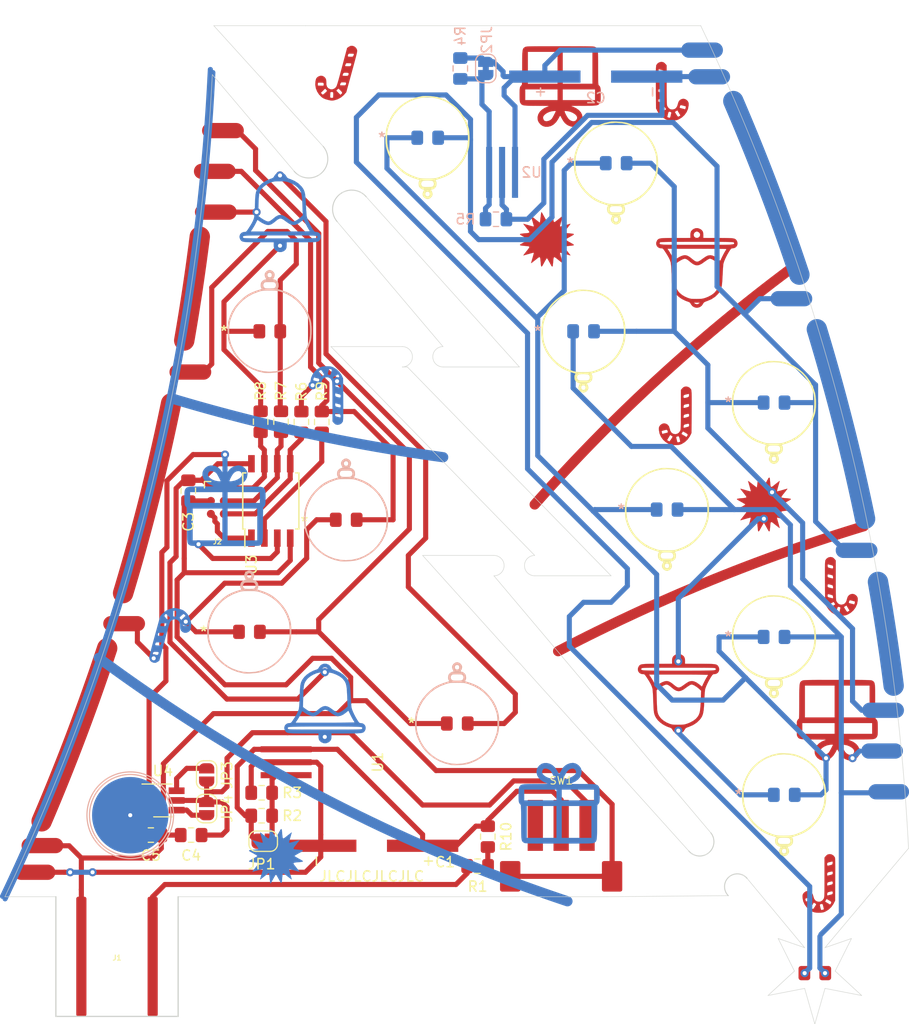
<source format=kicad_pcb>
(kicad_pcb (version 20171130) (host pcbnew 5.1.5+dfsg1-2build2)
  (layers (0 F.Cu signal) (31 B.Cu signal) (34 B.Paste user hide) (35 F.Paste user hide) (36 B.SilkS user hide) (37 F.SilkS user hide) (38 B.Mask user hide) (39 F.Mask user hide) (44 Edge.Cuts user))
  (net 0 "")
  (net 1 /PB1)
  (net 2 /PB0)
  (net 3 /PB2)
  (net 4 /PB3)
  (net 5 /RST)
  (net 6 "Net-(JP1-Pad1)")
  (net 7 "Net-(JP2-Pad1)")
  (net 8 /Touch)
  (net 9 +2V5)
  (net 10 +BATT)
  (net 11 GND)
  (net 12 VCC)
  (net 13 /Vbus)
  (net 14 "Net-(C5-Pad1)")
  (net 15 /PB1u)
  (net 16 /PB2u)
  (net 17 /PB0u)
  (net 18 /PB3u)
  (net 19 /Tog)
  (net 20 /Ahlb)
  (net 21 "Net-(SW1-Pad1)")
  (net 22 "Net-(R1-Pad1)")
  (module Panelization:mouse-bite-2mm-slot_long (layer F.Cu) (at 117.8 156.1 310.5)
    (fp_text reference mouse-bite-2mm-slot hide)
    (fp_text value VAL** hide)
    (fp_arc (start -3.7 -1.05) (end -3.65 -2.45) (angle 177.9545915) (layer Edge.Cuts) (width 0.1))
    (fp_arc (start 2.05 -1) (end 2.15 0.25) (angle 184.5739213) (layer Edge.Cuts) (width 0.1))
    (pad "" np_thru_hole circle (at 0 -2.05 310.5) (size 0.5 0.5) (drill 0.5) (layers *.Cu *.Mask))
    (pad "" np_thru_hole circle (at 0 0 310.5) (size 0.5 0.5) (drill 0.5) (layers *.Cu *.Mask))
    (pad "" np_thru_hole circle (at 0.75 -2.05 310.5) (size 0.5 0.5) (drill 0.5) (layers *.Cu *.Mask))
    (pad "" np_thru_hole circle (at -0.75 -2.1 310.5) (size 0.5 0.5) (drill 0.5) (layers *.Cu *.Mask))
    (pad "" np_thru_hole circle (at -0.75 0.05 310.5) (size 0.5 0.5) (drill 0.5) (layers *.Cu *.Mask))
    (pad "" np_thru_hole circle (at 0.75 0 310.5) (size 0.5 0.5) (drill 0.5) (layers *.Cu *.Mask))
    (pad "" np_thru_hole circle (at -1.5 0.05 310.5) (size 0.5 0.5) (drill 0.5) (layers *.Cu *.Mask))
    (pad "" np_thru_hole circle (at -1.5 -2.1 310.5) (size 0.5 0.5) (drill 0.5) (layers *.Cu *.Mask))
    (pad "" np_thru_hole circle (at -2.25 0.1 310.5) (size 0.5 0.5) (drill 0.5) (layers *.Cu *.Mask))
    (pad "" np_thru_hole circle (at -2.25 -2.15 310.5) (size 0.5 0.5) (drill 0.5) (layers *.Cu *.Mask))
  )
  (module Panelization:mouse-bite-2mm-slot_long (layer F.Cu) (at 80.1 86.9 130.5)
    (fp_text reference mouse-bite-2mm-slot hide)
    (fp_text value VAL** hide)
    (fp_arc (start 2.5 -0.875) (end 2.5 1) (angle 180) (layer Edge.Cuts) (width 0.1))
    (fp_arc (start -4 -0.875) (end -4 -2.75) (angle 180) (layer Edge.Cuts) (width 0.1))
    (pad "" np_thru_hole circle (at -2.25 -2.5 130.5) (size 0.5 0.5) (drill 0.5) (layers *.Cu *.Mask))
    (pad "" np_thru_hole circle (at -2.25 0.75 130.5) (size 0.5 0.5) (drill 0.5) (layers *.Cu *.Mask))
    (pad "" np_thru_hole circle (at -1.5 -2.5 130.5) (size 0.5 0.5) (drill 0.5) (layers *.Cu *.Mask))
    (pad "" np_thru_hole circle (at -1.5 0.75 130.5) (size 0.5 0.5) (drill 0.5) (layers *.Cu *.Mask))
    (pad "" np_thru_hole circle (at 0.75 0.75 130.5) (size 0.5 0.5) (drill 0.5) (layers *.Cu *.Mask))
    (pad "" np_thru_hole circle (at -0.75 0.75 130.5) (size 0.5 0.5) (drill 0.5) (layers *.Cu *.Mask))
    (pad "" np_thru_hole circle (at -0.75 -2.5 130.5) (size 0.5 0.5) (drill 0.5) (layers *.Cu *.Mask))
    (pad "" np_thru_hole circle (at 0.75 -2.5 130.5) (size 0.5 0.5) (drill 0.5) (layers *.Cu *.Mask))
    (pad "" np_thru_hole circle (at 0 0.75 130.5) (size 0.5 0.5) (drill 0.5) (layers *.Cu *.Mask))
    (pad "" np_thru_hole circle (at 0 -2.5 130.5) (size 0.5 0.5) (drill 0.5) (layers *.Cu *.Mask))
  )
  (module Panelization:mouse-bite-2mm-slot (layer F.Cu) (at 89 105)
    (fp_text reference mouse-bite-2mm-slot hide)
    (fp_text value VAL** hide)
    (fp_arc (start -2 0) (end -2 -1) (angle 180) (layer Edge.Cuts) (width 0.05))
    (fp_arc (start 2 0) (end 2 1) (angle 180) (layer Edge.Cuts) (width 0.05))
    (pad "" np_thru_hole circle (at 0 -0.75) (size 0.5 0.5) (drill 0.5) (layers *.Cu *.Mask))
    (pad "" np_thru_hole circle (at 0 0.75) (size 0.5 0.5) (drill 0.5) (layers *.Cu *.Mask))
    (pad "" np_thru_hole circle (at 0.75 -0.75) (size 0.5 0.5) (drill 0.5) (layers *.Cu *.Mask))
    (pad "" np_thru_hole circle (at -0.75 -0.75) (size 0.5 0.5) (drill 0.5) (layers *.Cu *.Mask))
    (pad "" np_thru_hole circle (at -0.75 0.75) (size 0.5 0.5) (drill 0.5) (layers *.Cu *.Mask))
    (pad "" np_thru_hole circle (at 0.75 0.75) (size 0.5 0.5) (drill 0.5) (layers *.Cu *.Mask))
  )
  (module Panelization:mouse-bite-2mm-slot (layer F.Cu) (at 98 125.5)
    (fp_text reference mouse-bite-2mm-slot hide)
    (fp_text value VAL** hide)
    (fp_arc (start 2 0) (end 2 1) (angle 180) (layer Edge.Cuts) (width 0.05))
    (fp_arc (start -2 0) (end -2 -1) (angle 180) (layer Edge.Cuts) (width 0.05))
    (pad "" np_thru_hole circle (at 0.75 0.75) (size 0.5 0.5) (drill 0.5) (layers *.Cu *.Mask))
    (pad "" np_thru_hole circle (at -0.75 0.75) (size 0.5 0.5) (drill 0.5) (layers *.Cu *.Mask))
    (pad "" np_thru_hole circle (at -0.75 -0.75) (size 0.5 0.5) (drill 0.5) (layers *.Cu *.Mask))
    (pad "" np_thru_hole circle (at 0.75 -0.75) (size 0.5 0.5) (drill 0.5) (layers *.Cu *.Mask))
    (pad "" np_thru_hole circle (at 0 0.75) (size 0.5 0.5) (drill 0.5) (layers *.Cu *.Mask))
    (pad "" np_thru_hole circle (at 0 -0.75) (size 0.5 0.5) (drill 0.5) (layers *.Cu *.Mask))
  )
  (module christmas_tree:candy_cane_r (layer B.Cu) (at 112.9 79.1)
    (fp_text reference G*** hide)
    (fp_text value LOGO hide)
    (fp_poly (pts (xy 0.4 2.7) (xy 0.250043 2.686555) (xy 0.126971 2.657914) (xy 0.001823 2.608976) (xy -0.040586 2.589513) (xy -0.346226 2.401835) (xy -0.611997 2.150518) (xy -0.81882 1.85429) (xy -0.849337 1.795577) (xy -0.98701 1.51601) (xy -0.99916 -0.55477) (xy -1.001715 -1.034605) (xy -1.003144 -1.436816) (xy -1.003263 -1.768722) (xy -1.001888 -2.037645) (xy -0.998836 -2.250903) (xy -0.993924 -2.415817) (xy -0.986968 -2.539708) (xy -0.977785 -2.629895) (xy -0.966191 -2.693699) (xy -0.952003 -2.738439) (xy -0.944004 -2.755705) (xy -0.819662 -2.910941) (xy -0.648427 -3.010968) (xy -0.453895 -3.046967) (xy -0.261472 -3.010851) (xy -0.177343 -2.955649) (xy -0.080504 -2.864059) (xy -0.059716 -2.840385) (xy 0.053626 -2.705686) (xy 0.053648 -2.052205) (xy -0.201224 -2.052205) (xy -0.209687 -2.150692) (xy -0.251391 -2.20287) (xy -0.350802 -2.237607) (xy -0.360505 -2.240119) (xy -0.559749 -2.289787) (xy -0.690807 -2.319138) (xy -0.724105 -2.325002) (xy -0.743142 -2.291175) (xy -0.747145 -2.201136) (xy -0.745343 -2.173181) (xy -0.731912 -2.079503) (xy -0.696856 -2.025037) (xy -0.617676 -1.988678) (xy -0.519786 -1.961626) (xy -0.360021 -1.922902) (xy -0.265154 -1.912036) (xy -0.218323 -1.933821) (xy -0.202669 -1.993053) (xy -0.201224 -2.052205) (xy 0.053648 -2.052205) (xy 0.053682 -1.036724) (xy -0.205442 -1.036724) (xy -0.208961 -1.082139) (xy -0.221764 -1.180029) (xy -0.254541 -1.235362) (xy -0.329931 -1.26955) (xy -0.434836 -1.295764) (xy -0.595159 -1.331234) (xy -0.689971 -1.342505) (xy -0.736481 -1.324727) (xy -0.751894 -1.27305) (xy -0.753398 -1.205981) (xy -0.751808 -1.137596) (xy -0.737313 -1.089869) (xy -0.695326 -1.054163) (xy -0.611261 -1.021844) (xy -0.470528 -0.984273) (xy -0.315148 -0.94652) (xy -0.238315 -0.932893) (xy -0.207034 -0.956208) (xy -0.205442 -1.036724) (xy 0.053682 -1.036724) (xy 0.053692 -0.765717) (xy 0.053936 -0.305078) (xy 0.054499 -0.060811) (xy -0.205604 -0.060811) (xy -0.208961 -0.103494) (xy -0.22357 -0.204807) (xy -0.261486 -0.261427) (xy -0.346676 -0.298362) (xy -0.413598 -0.317027) (xy -0.579679 -0.357968) (xy -0.680621 -0.36976) (xy -0.732472 -0.348249) (xy -0.751284 -0.289279) (xy -0.753398 -0.229058) (xy -0.751808 -0.160673) (xy -0.737313 -0.112946) (xy -0.695326 -0.07724) (xy -0.611261 -0.044921) (xy -0.470528 -0.00735) (xy -0.315148 0.030403) (xy -0.238059 0.044018) (xy -0.206911 0.020381) (xy -0.205604 -0.060811) (xy 0.054499 -0.060811) (xy 0.054821 0.078375) (xy 0.056622 0.392406) (xy 0.059615 0.644778) (xy 0.064079 0.843253) (xy 0.069268 0.970551) (xy -0.2054 0.970551) (xy -0.209055 0.871848) (xy -0.223733 0.771432) (xy -0.261995 0.715171) (xy -0.347806 0.678234) (xy -0.413598 0.659896) (xy -0.579711 0.618985) (xy -0.680692 0.607178) (xy -0.732563 0.628463) (xy -0.751344 0.686826) (xy -0.753398 0.744459) (xy -0.747336 0.832054) (xy -0.71467 0.882371) (xy -0.633677 0.916196) (xy -0.551642 0.937517) (xy -0.415488 0.971714) (xy -0.304396 1.001044) (xy -0.272767 1.010019) (xy -0.223387 1.013541) (xy -0.2054 0.970551) (xy 0.069268 0.970551) (xy 0.070289 0.995596) (xy 0.078522 1.109569) (xy 0.089054 1.192936) (xy 0.102164 1.25346) (xy 0.118126 1.298904) (xy 0.128023 1.319894) (xy 0.257621 1.498024) (xy 0.424515 1.605058) (xy 0.481573 1.614593) (xy 0.00396 1.614593) (xy -0.066776 1.490259) (xy -0.118769 1.406252) (xy -0.15181 1.366202) (xy -0.153578 1.365657) (xy -0.19592 1.384933) (xy -0.290083 1.435383) (xy -0.397809 1.49593) (xy -0.536666 1.582481) (xy -0.606308 1.651661) (xy -0.615247 1.720375) (xy -0.571996 1.805526) (xy -0.561457 1.820869) (xy -0.496942 1.912978) (xy -0.246491 1.763785) (xy 0.00396 1.614593) (xy 0.481573 1.614593) (xy 0.606989 1.635551) (xy 0.81619 1.594054) (xy 0.978365 1.481857) (xy 1.093372 1.299102) (xy 1.153274 1.091973) (xy 1.225254 0.865625) (xy 1.347085 0.70451) (xy 1.517843 0.603863) (xy 1.711304 0.572461) (xy 1.899465 0.618256) (xy 2.063108 0.734642) (xy 2.127013 0.813214) (xy 2.182079 0.906416) (xy 2.209477 0.998378) (xy 2.215013 1.120196) (xy 2.208373 1.248961) (xy 2.192597 1.331154) (xy 1.941579 1.331154) (xy 1.94096 1.330048) (xy 1.894636 1.309955) (xy 1.79449 1.279194) (xy 1.669627 1.245518) (xy 1.549154 1.216678) (xy 1.462178 1.200428) (xy 1.449989 1.199287) (xy 1.388455 1.235661) (xy 1.354125 1.329697) (xy 1.338702 1.423981) (xy 1.33759 1.471246) (xy 1.338197 1.471972) (xy 1.381789 1.485468) (xy 1.484945 1.512805) (xy 1.614593 1.545398) (xy 1.880075 1.610759) (xy 1.916141 1.477455) (xy 1.937793 1.382181) (xy 1.941579 1.331154) (xy 2.192597 1.331154) (xy 2.144249 1.58303) (xy 2.004608 1.898311) (xy 1.798683 2.181861) (xy 1.764095 2.21328) (xy 1.408239 2.21328) (xy 1.257879 1.960869) (xy 1.107518 1.708458) (xy 0.994703 1.778917) (xy 0.911562 1.831043) (xy 0.867456 1.859073) (xy 0.867128 1.859292) (xy 0.875722 1.899292) (xy 0.892945 1.932258) (xy 0.512726 1.932258) (xy 0.487098 1.88427) (xy 0.409495 1.856829) (xy 0.280301 1.838397) (xy 0.246015 1.873471) (xy 0.205798 1.971588) (xy 0.171383 2.09808) (xy 0.141855 2.236375) (xy 0.123218 2.33666) (xy 0.119458 2.375478) (xy 0.161004 2.39409) (xy 0.251635 2.423124) (xy 0.259453 2.425383) (xy 0.346792 2.44436) (xy 0.393045 2.422171) (xy 0.424741 2.340571) (xy 0.434522 2.304953) (xy 0.471225 2.159236) (xy 0.502188 2.021415) (xy 0.503611 2.014373) (xy 0.512726 1.932258) (xy 0.892945 1.932258) (xy 0.920568 1.985126) (xy 0.987218 2.094466) (xy 1.061226 2.204984) (xy 1.128144 2.294353) (xy 1.173523 2.340246) (xy 1.179684 2.342311) (xy 1.245354 2.319826) (xy 1.31613 2.277796) (xy 1.408239 2.21328) (xy 1.764095 2.21328) (xy 1.535705 2.420738) (xy 1.252186 2.589513) (xy 1.120746 2.645556) (xy 1.000095 2.679768) (xy 0.861274 2.697249) (xy 0.675323 2.703099) (xy 0.6058 2.703348) (xy 0.4 2.7)) (layer F.Cu) (width 0.01))
  )
  (module christmas_tree:candy_cane (layer B.Cu) (at 127.9 156.7)
    (fp_text reference G*** hide)
    (fp_text value LOGO hide)
    (fp_poly (pts (xy 0.2058 2.863709) (xy 0.355757 2.850264) (xy 0.478829 2.821623) (xy 0.603977 2.772685) (xy 0.646386 2.753222) (xy 0.952026 2.565544) (xy 1.217797 2.314227) (xy 1.42462 2.017999) (xy 1.455137 1.959286) (xy 1.59281 1.679719) (xy 1.60496 -0.391061) (xy 1.607515 -0.870896) (xy 1.608944 -1.273107) (xy 1.609063 -1.605013) (xy 1.607688 -1.873936) (xy 1.604636 -2.087194) (xy 1.599724 -2.252108) (xy 1.592768 -2.375999) (xy 1.583585 -2.466186) (xy 1.571991 -2.52999) (xy 1.557803 -2.57473) (xy 1.549804 -2.591996) (xy 1.425462 -2.747232) (xy 1.254227 -2.847259) (xy 1.059695 -2.883258) (xy 0.867272 -2.847142) (xy 0.783143 -2.79194) (xy 0.686304 -2.70035) (xy 0.665516 -2.676676) (xy 0.552174 -2.541977) (xy 0.552152 -1.888496) (xy 0.807024 -1.888496) (xy 0.815487 -1.986983) (xy 0.857191 -2.039161) (xy 0.956602 -2.073898) (xy 0.966305 -2.07641) (xy 1.165549 -2.126078) (xy 1.296607 -2.155429) (xy 1.329905 -2.161293) (xy 1.348942 -2.127466) (xy 1.352945 -2.037427) (xy 1.351143 -2.009472) (xy 1.337712 -1.915794) (xy 1.302656 -1.861328) (xy 1.223476 -1.824969) (xy 1.125586 -1.797917) (xy 0.965821 -1.759193) (xy 0.870954 -1.748327) (xy 0.824123 -1.770112) (xy 0.808469 -1.829344) (xy 0.807024 -1.888496) (xy 0.552152 -1.888496) (xy 0.552118 -0.873015) (xy 0.811242 -0.873015) (xy 0.814761 -0.91843) (xy 0.827564 -1.01632) (xy 0.860341 -1.071653) (xy 0.935731 -1.105841) (xy 1.040636 -1.132055) (xy 1.200959 -1.167525) (xy 1.295771 -1.178796) (xy 1.342281 -1.161018) (xy 1.357694 -1.109341) (xy 1.359198 -1.042272) (xy 1.357608 -0.973887) (xy 1.343113 -0.92616) (xy 1.301126 -0.890454) (xy 1.217061 -0.858135) (xy 1.076328 -0.820564) (xy 0.920948 -0.782811) (xy 0.844115 -0.769184) (xy 0.812834 -0.792499) (xy 0.811242 -0.873015) (xy 0.552118 -0.873015) (xy 0.552108 -0.602008) (xy 0.551864 -0.141369) (xy 0.551301 0.102898) (xy 0.811404 0.102898) (xy 0.814761 0.060215) (xy 0.82937 -0.041098) (xy 0.867286 -0.097718) (xy 0.952476 -0.134653) (xy 1.019398 -0.153318) (xy 1.185479 -0.194259) (xy 1.286421 -0.206051) (xy 1.338272 -0.18454) (xy 1.357084 -0.12557) (xy 1.359198 -0.065349) (xy 1.357608 0.003036) (xy 1.343113 0.050763) (xy 1.301126 0.086469) (xy 1.217061 0.118788) (xy 1.076328 0.156359) (xy 0.920948 0.194112) (xy 0.843859 0.207727) (xy 0.812711 0.18409) (xy 0.811404 0.102898) (xy 0.551301 0.102898) (xy 0.550979 0.242084) (xy 0.549178 0.556115) (xy 0.546185 0.808487) (xy 0.541721 1.006962) (xy 0.536532 1.13426) (xy 0.8112 1.13426) (xy 0.814855 1.035557) (xy 0.829533 0.935141) (xy 0.867795 0.87888) (xy 0.953606 0.841943) (xy 1.019398 0.823605) (xy 1.185511 0.782694) (xy 1.286492 0.770887) (xy 1.338363 0.792172) (xy 1.357144 0.850535) (xy 1.359198 0.908168) (xy 1.353136 0.995763) (xy 1.32047 1.04608) (xy 1.239477 1.079905) (xy 1.157442 1.101226) (xy 1.021288 1.135423) (xy 0.910196 1.164753) (xy 0.878567 1.173728) (xy 0.829187 1.17725) (xy 0.8112 1.13426) (xy 0.536532 1.13426) (xy 0.535511 1.159305) (xy 0.527278 1.273278) (xy 0.516746 1.356645) (xy 0.503636 1.417169) (xy 0.487674 1.462613) (xy 0.477777 1.483603) (xy 0.348179 1.661733) (xy 0.181285 1.768767) (xy 0.124227 1.778302) (xy 0.60184 1.778302) (xy 0.672576 1.653968) (xy 0.724569 1.569961) (xy 0.75761 1.529911) (xy 0.759378 1.529366) (xy 0.80172 1.548642) (xy 0.895883 1.599092) (xy 1.003609 1.659639) (xy 1.142466 1.74619) (xy 1.212108 1.81537) (xy 1.221047 1.884084) (xy 1.177796 1.969235) (xy 1.167257 1.984578) (xy 1.102742 2.076687) (xy 0.852291 1.927494) (xy 0.60184 1.778302) (xy 0.124227 1.778302) (xy -0.001189 1.79926) (xy -0.21039 1.757763) (xy -0.372565 1.645566) (xy -0.487572 1.462811) (xy -0.547474 1.255682) (xy -0.619454 1.029334) (xy -0.741285 0.868219) (xy -0.912043 0.767572) (xy -1.105504 0.73617) (xy -1.293665 0.781965) (xy -1.457308 0.898351) (xy -1.521213 0.976923) (xy -1.576279 1.070125) (xy -1.603677 1.162087) (xy -1.609213 1.283905) (xy -1.602573 1.41267) (xy -1.586797 1.494863) (xy -1.335779 1.494863) (xy -1.33516 1.493757) (xy -1.288836 1.473664) (xy -1.18869 1.442903) (xy -1.063827 1.409227) (xy -0.943354 1.380387) (xy -0.856378 1.364137) (xy -0.844189 1.362996) (xy -0.782655 1.39937) (xy -0.748325 1.493406) (xy -0.732902 1.58769) (xy -0.73179 1.634955) (xy -0.732397 1.635681) (xy -0.775989 1.649177) (xy -0.879145 1.676514) (xy -1.008793 1.709107) (xy -1.274275 1.774468) (xy -1.310341 1.641164) (xy -1.331993 1.54589) (xy -1.335779 1.494863) (xy -1.586797 1.494863) (xy -1.538449 1.746739) (xy -1.398808 2.06202) (xy -1.192883 2.34557) (xy -1.158295 2.376989) (xy -0.802439 2.376989) (xy -0.652079 2.124578) (xy -0.501718 1.872167) (xy -0.388903 1.942626) (xy -0.305762 1.994752) (xy -0.261656 2.022782) (xy -0.261328 2.023001) (xy -0.269922 2.063001) (xy -0.287145 2.095967) (xy 0.093074 2.095967) (xy 0.118702 2.047979) (xy 0.196305 2.020538) (xy 0.325499 2.002106) (xy 0.359785 2.03718) (xy 0.400002 2.135297) (xy 0.434417 2.261789) (xy 0.463945 2.400084) (xy 0.482582 2.500369) (xy 0.486342 2.539187) (xy 0.444796 2.557799) (xy 0.354165 2.586833) (xy 0.346347 2.589092) (xy 0.259008 2.608069) (xy 0.212755 2.58588) (xy 0.181059 2.50428) (xy 0.171278 2.468662) (xy 0.134575 2.322945) (xy 0.103612 2.185124) (xy 0.102189 2.178082) (xy 0.093074 2.095967) (xy -0.287145 2.095967) (xy -0.314768 2.148835) (xy -0.381418 2.258175) (xy -0.455426 2.368693) (xy -0.522344 2.458062) (xy -0.567723 2.503955) (xy -0.573884 2.50602) (xy -0.639554 2.483535) (xy -0.71033 2.441505) (xy -0.802439 2.376989) (xy -1.158295 2.376989) (xy -0.929905 2.584447) (xy -0.646386 2.753222) (xy -0.514946 2.809265) (xy -0.394295 2.843477) (xy -0.255474 2.860958) (xy -0.069523 2.866808) (xy 0 2.867057) (xy 0.2058 2.863709)) (layer F.Cu) (width 0.01))
  )
  (module christmas_tree:bell (layer B.Cu) (at 115.9 96.3)
    (fp_text reference G*** hide)
    (fp_text value LOGO hide)
    (fp_poly (pts (xy 0.133678 3.878498) (xy 0.328894 3.81315) (xy 0.498391 3.686675) (xy 0.614544 3.521719) (xy 0.666239 3.429117) (xy 0.72347 3.364375) (xy 0.807445 3.312646) (xy 0.939368 3.259083) (xy 1.041008 3.223129) (xy 1.457552 3.043203) (xy 1.808844 2.813607) (xy 2.101122 2.530031) (xy 2.172133 2.441814) (xy 2.268904 2.302065) (xy 2.346334 2.155876) (xy 2.407105 1.990995) (xy 2.453895 1.795169) (xy 2.489387 1.556142) (xy 2.516259 1.261662) (xy 2.537191 0.899475) (xy 2.544175 0.740833) (xy 2.557545 0.452259) (xy 2.57296 0.177639) (xy 2.589292 -0.066584) (xy 2.605411 -0.263968) (xy 2.620186 -0.398069) (xy 2.624158 -0.423334) (xy 2.672018 -0.596434) (xy 2.758983 -0.819701) (xy 2.875907 -1.073726) (xy 3.013647 -1.339101) (xy 3.163057 -1.596418) (xy 3.217558 -1.68275) (xy 3.308991 -1.819153) (xy 3.375982 -1.898384) (xy 3.437722 -1.935825) (xy 3.513402 -1.946861) (xy 3.547607 -1.947334) (xy 3.732703 -1.983796) (xy 3.877866 -2.08198) (xy 3.974825 -2.225085) (xy 4.015304 -2.396305) (xy 3.991031 -2.578839) (xy 3.924951 -2.713656) (xy 3.88004 -2.775379) (xy 3.830713 -2.825776) (xy 3.768374 -2.866009) (xy 3.684426 -2.89724) (xy 3.570274 -2.920631) (xy 3.417322 -2.937344) (xy 3.216972 -2.948541) (xy 2.960629 -2.955383) (xy 2.639696 -2.959033) (xy 2.245578 -2.960653) (xy 2.0955 -2.960944) (xy 0.656167 -2.963334) (xy 0.656167 -3.249084) (xy 0.640201 -3.467176) (xy 0.584286 -3.627679) (xy 0.476393 -3.752933) (xy 0.332903 -3.849468) (xy 0.122324 -3.923701) (xy -0.098137 -3.921619) (xy -0.296333 -3.848203) (xy -0.456453 -3.7337) (xy -0.554642 -3.603752) (xy -0.602961 -3.435598) (xy -0.612161 -3.277761) (xy -0.296333 -3.277761) (xy -0.258441 -3.41939) (xy -0.160715 -3.532792) (xy -0.02708 -3.59381) (xy 0.021167 -3.598334) (xy 0.120319 -3.572685) (xy 0.22664 -3.510974) (xy 0.227124 -3.510594) (xy 0.320296 -3.393368) (xy 0.344996 -3.259966) (xy 0.308993 -3.131029) (xy 0.220055 -3.027202) (xy 0.085953 -2.969128) (xy 0.021167 -2.963334) (xy -0.13941 -2.998338) (xy -0.248346 -3.096503) (xy -0.29527 -3.247554) (xy -0.296333 -3.277761) (xy -0.612161 -3.277761) (xy -0.613833 -3.249084) (xy -0.613833 -2.963334) (xy -2.053167 -2.960944) (xy -2.473757 -2.959745) (xy -2.818279 -2.956905) (xy -3.095328 -2.951263) (xy -3.3135 -2.941657) (xy -3.481391 -2.926924) (xy -3.607599 -2.905902) (xy -3.700719 -2.87743) (xy -3.769348 -2.840346) (xy -3.822081 -2.793488) (xy -3.867515 -2.735693) (xy -3.882618 -2.713656) (xy -3.962925 -2.53049) (xy -3.967712 -2.405554) (xy -3.640978 -2.405554) (xy -3.639157 -2.434309) (xy -3.629551 -2.467332) (xy -3.620145 -2.495635) (xy -3.614315 -2.510894) (xy -3.603588 -2.524248) (xy -3.582632 -2.535825) (xy -3.546117 -2.545751) (xy -3.488712 -2.554154) (xy -3.405085 -2.56116) (xy -3.289906 -2.566897) (xy -3.137843 -2.571491) (xy -2.943566 -2.575069) (xy -2.701742 -2.577758) (xy -2.407042 -2.579685) (xy -2.054135 -2.580977) (xy -1.637688 -2.581761) (xy -1.152371 -2.582164) (xy -0.592853 -2.582312) (xy 0.021166 -2.582334) (xy 0.65719 -2.58231) (xy 1.213878 -2.582154) (xy 1.696562 -2.58174) (xy 2.110571 -2.580939) (xy 2.461239 -2.579626) (xy 2.753895 -2.577673) (xy 2.993871 -2.574953) (xy 3.186498 -2.57134) (xy 3.337107 -2.566707) (xy 3.451028 -2.560926) (xy 3.533594 -2.55387) (xy 3.590134 -2.545413) (xy 3.625981 -2.535428) (xy 3.646465 -2.523788) (xy 3.656917 -2.510366) (xy 3.662478 -2.495635) (xy 3.674578 -2.45915) (xy 3.68281 -2.427159) (xy 3.68205 -2.399367) (xy 3.667172 -2.37548) (xy 3.633051 -2.355203) (xy 3.574561 -2.338239) (xy 3.486577 -2.324295) (xy 3.363973 -2.313075) (xy 3.201623 -2.304285) (xy 2.994403 -2.297628) (xy 2.737187 -2.29281) (xy 2.424849 -2.289536) (xy 2.052264 -2.28751) (xy 1.614307 -2.286439) (xy 1.105851 -2.286026) (xy 0.521772 -2.285976) (xy 0.021167 -2.286) (xy -0.62417 -2.285971) (xy -1.189965 -2.286079) (xy -1.681345 -2.286621) (xy -2.103435 -2.287891) (xy -2.46136 -2.290184) (xy -2.760246 -2.293795) (xy -3.005218 -2.29902) (xy -3.201402 -2.306153) (xy -3.353923 -2.31549) (xy -3.467907 -2.327325) (xy -3.548479 -2.341954) (xy -3.600764 -2.359672) (xy -3.629889 -2.380774) (xy -3.640978 -2.405554) (xy -3.967712 -2.405554) (xy -3.969917 -2.348024) (xy -3.911945 -2.182504) (xy -3.797361 -2.050177) (xy -3.634516 -1.967289) (xy -3.488674 -1.947334) (xy -3.410739 -1.945099) (xy -3.350726 -1.930194) (xy -3.315551 -1.905) (xy -2.870422 -1.905) (xy 0.025289 -1.905) (xy 0.511944 -1.904601) (xy 0.972932 -1.903449) (xy 1.4014 -1.901609) (xy 1.790495 -1.899148) (xy 2.133364 -1.896133) (xy 2.423154 -1.89263) (xy 2.653014 -1.888705) (xy 2.81609 -1.884425) (xy 2.905529 -1.879855) (xy 2.921 -1.876956) (xy 2.899918 -1.828415) (xy 2.8457 -1.73347) (xy 2.796778 -1.654706) (xy 2.721257 -1.526522) (xy 2.626865 -1.351966) (xy 2.529963 -1.161657) (xy 2.495848 -1.091502) (xy 2.319139 -0.722504) (xy 2.08032 -0.917829) (xy 1.814369 -1.109325) (xy 1.573071 -1.225457) (xy 1.347651 -1.268652) (xy 1.129337 -1.241333) (xy 1.03284 -1.20742) (xy 0.93335 -1.154395) (xy 0.79091 -1.064153) (xy 0.629002 -0.95197) (xy 0.54476 -0.88992) (xy 0.340878 -0.744602) (xy 0.17926 -0.65751) (xy 0.040612 -0.628737) (xy -0.094361 -0.658381) (xy -0.244952 -0.746536) (xy -0.430455 -0.893296) (xy -0.432171 -0.89474) (xy -0.640836 -1.061251) (xy -0.810555 -1.172991) (xy -0.958459 -1.238623) (xy -1.101679 -1.266811) (xy -1.17339 -1.269587) (xy -1.342808 -1.241549) (xy -1.552835 -1.16424) (xy -1.782757 -1.046765) (xy -2.001745 -0.905531) (xy -2.112773 -0.829008) (xy -2.192461 -0.780191) (xy -2.220835 -0.769675) (xy -2.243171 -0.811762) (xy -2.29155 -0.910047) (xy -2.355948 -1.044131) (xy -2.362699 -1.058334) (xy -2.455654 -1.238493) (xy -2.571888 -1.442444) (xy -2.681887 -1.61925) (xy -2.870422 -1.905) (xy -3.315551 -1.905) (xy -3.295044 -1.890313) (xy -3.230102 -1.813152) (xy -3.14231 -1.686407) (xy -3.056145 -1.55575) (xy -2.867378 -1.257919) (xy -2.726329 -1.010028) (xy -2.625723 -0.797641) (xy -2.558283 -0.606324) (xy -2.537738 -0.527237) (xy -2.522678 -0.425803) (xy -2.516816 -0.362543) (xy -2.14031 -0.362543) (xy -2.057433 -0.435783) (xy -1.925868 -0.534125) (xy -1.770376 -0.640548) (xy -1.615713 -0.738035) (xy -1.498886 -0.803459) (xy -1.329775 -0.883284) (xy -1.207453 -0.921096) (xy -1.107003 -0.9199) (xy -1.003507 -0.882699) (xy -0.972017 -0.86698) (xy -0.874225 -0.804474) (xy -0.745509 -0.706886) (xy -0.635 -0.613833) (xy -0.392293 -0.423697) (xy -0.171702 -0.310062) (xy 0.038282 -0.271729) (xy 0.249171 -0.307497) (xy 0.472474 -0.416167) (xy 0.578382 -0.487311) (xy 0.805715 -0.649701) (xy 0.976191 -0.767916) (xy 1.100712 -0.84855) (xy 1.19018 -0.898198) (xy 1.255494 -0.923454) (xy 1.307556 -0.930912) (xy 1.311768 -0.930936) (xy 1.432251 -0.902562) (xy 1.593088 -0.825814) (xy 1.77478 -0.7122) (xy 1.957827 -0.573228) (xy 2.040524 -0.500822) (xy 2.239547 -0.3175) (xy 2.203554 0.635) (xy 2.187279 1.007028) (xy 2.168141 1.306844) (xy 2.143938 1.5469) (xy 2.112468 1.739648) (xy 2.071526 1.897539) (xy 2.01891 2.033027) (xy 1.952417 2.158563) (xy 1.926532 2.200754) (xy 1.733575 2.431091) (xy 1.461314 2.637912) (xy 1.112254 2.819519) (xy 0.877681 2.911888) (xy 0.738841 2.957833) (xy 0.612161 2.98907) (xy 0.475088 3.008477) (xy 0.305069 3.018929) (xy 0.079552 3.023305) (xy 0 3.023851) (xy -0.247748 3.023187) (xy -0.432929 3.016563) (xy -0.57757 3.001516) (xy -0.703699 2.975583) (xy -0.833343 2.9363) (xy -0.857937 2.927903) (xy -1.155895 2.799294) (xy -1.43203 2.631901) (xy -1.663433 2.441256) (xy -1.792332 2.294435) (xy -1.877652 2.171507) (xy -1.945133 2.054598) (xy -1.997217 1.931341) (xy -2.036344 1.789373) (xy -2.064957 1.616325) (xy -2.085495 1.399834) (xy -2.100401 1.127533) (xy -2.112114 0.787056) (xy -2.115734 0.656166) (xy -2.123176 0.372851) (xy -2.129631 0.119732) (xy -2.134818 -0.091586) (xy -2.138458 -0.2495) (xy -2.140271 -0.342406) (xy -2.14031 -0.362543) (xy -2.516816 -0.362543) (xy -2.506801 -0.254466) (xy -2.491057 -0.027968) (xy -2.476396 0.238947) (xy -2.46377 0.531534) (xy -2.45737 0.719666) (xy -2.445029 1.083093) (xy -2.431103 1.374599) (xy -2.413421 1.606931) (xy -2.389811 1.792833) (xy -2.358102 1.945052) (xy -2.316122 2.076331) (xy -2.261699 2.199415) (xy -2.192662 2.327051) (xy -2.179676 2.3495) (xy -2.000217 2.589477) (xy -1.755159 2.818083) (xy -1.463534 3.021372) (xy -1.144371 3.185399) (xy -0.931333 3.264303) (xy -0.779479 3.316075) (xy -0.684748 3.365857) (xy -0.662295 3.389483) (xy -0.275167 3.389483) (xy 0.3175 3.389483) (xy 0.21756 3.472742) (xy 0.075319 3.546302) (xy -0.069377 3.535678) (xy -0.175227 3.472742) (xy -0.275167 3.389483) (xy -0.662295 3.389483) (xy -0.622036 3.431845) (xy -0.568763 3.527111) (xy -0.438476 3.707028) (xy -0.266787 3.825514) (xy -0.070476 3.882646) (xy 0.133678 3.878498)) (layer F.Cu) (width 0.01))
  )
  (module christmas_tree:candy_cane (layer B.Cu) (at 113.8 110.8)
    (fp_text reference G*** hide)
    (fp_text value LOGO hide)
    (fp_poly (pts (xy 0.2058 2.863709) (xy 0.355757 2.850264) (xy 0.478829 2.821623) (xy 0.603977 2.772685) (xy 0.646386 2.753222) (xy 0.952026 2.565544) (xy 1.217797 2.314227) (xy 1.42462 2.017999) (xy 1.455137 1.959286) (xy 1.59281 1.679719) (xy 1.60496 -0.391061) (xy 1.607515 -0.870896) (xy 1.608944 -1.273107) (xy 1.609063 -1.605013) (xy 1.607688 -1.873936) (xy 1.604636 -2.087194) (xy 1.599724 -2.252108) (xy 1.592768 -2.375999) (xy 1.583585 -2.466186) (xy 1.571991 -2.52999) (xy 1.557803 -2.57473) (xy 1.549804 -2.591996) (xy 1.425462 -2.747232) (xy 1.254227 -2.847259) (xy 1.059695 -2.883258) (xy 0.867272 -2.847142) (xy 0.783143 -2.79194) (xy 0.686304 -2.70035) (xy 0.665516 -2.676676) (xy 0.552174 -2.541977) (xy 0.552152 -1.888496) (xy 0.807024 -1.888496) (xy 0.815487 -1.986983) (xy 0.857191 -2.039161) (xy 0.956602 -2.073898) (xy 0.966305 -2.07641) (xy 1.165549 -2.126078) (xy 1.296607 -2.155429) (xy 1.329905 -2.161293) (xy 1.348942 -2.127466) (xy 1.352945 -2.037427) (xy 1.351143 -2.009472) (xy 1.337712 -1.915794) (xy 1.302656 -1.861328) (xy 1.223476 -1.824969) (xy 1.125586 -1.797917) (xy 0.965821 -1.759193) (xy 0.870954 -1.748327) (xy 0.824123 -1.770112) (xy 0.808469 -1.829344) (xy 0.807024 -1.888496) (xy 0.552152 -1.888496) (xy 0.552118 -0.873015) (xy 0.811242 -0.873015) (xy 0.814761 -0.91843) (xy 0.827564 -1.01632) (xy 0.860341 -1.071653) (xy 0.935731 -1.105841) (xy 1.040636 -1.132055) (xy 1.200959 -1.167525) (xy 1.295771 -1.178796) (xy 1.342281 -1.161018) (xy 1.357694 -1.109341) (xy 1.359198 -1.042272) (xy 1.357608 -0.973887) (xy 1.343113 -0.92616) (xy 1.301126 -0.890454) (xy 1.217061 -0.858135) (xy 1.076328 -0.820564) (xy 0.920948 -0.782811) (xy 0.844115 -0.769184) (xy 0.812834 -0.792499) (xy 0.811242 -0.873015) (xy 0.552118 -0.873015) (xy 0.552108 -0.602008) (xy 0.551864 -0.141369) (xy 0.551301 0.102898) (xy 0.811404 0.102898) (xy 0.814761 0.060215) (xy 0.82937 -0.041098) (xy 0.867286 -0.097718) (xy 0.952476 -0.134653) (xy 1.019398 -0.153318) (xy 1.185479 -0.194259) (xy 1.286421 -0.206051) (xy 1.338272 -0.18454) (xy 1.357084 -0.12557) (xy 1.359198 -0.065349) (xy 1.357608 0.003036) (xy 1.343113 0.050763) (xy 1.301126 0.086469) (xy 1.217061 0.118788) (xy 1.076328 0.156359) (xy 0.920948 0.194112) (xy 0.843859 0.207727) (xy 0.812711 0.18409) (xy 0.811404 0.102898) (xy 0.551301 0.102898) (xy 0.550979 0.242084) (xy 0.549178 0.556115) (xy 0.546185 0.808487) (xy 0.541721 1.006962) (xy 0.536532 1.13426) (xy 0.8112 1.13426) (xy 0.814855 1.035557) (xy 0.829533 0.935141) (xy 0.867795 0.87888) (xy 0.953606 0.841943) (xy 1.019398 0.823605) (xy 1.185511 0.782694) (xy 1.286492 0.770887) (xy 1.338363 0.792172) (xy 1.357144 0.850535) (xy 1.359198 0.908168) (xy 1.353136 0.995763) (xy 1.32047 1.04608) (xy 1.239477 1.079905) (xy 1.157442 1.101226) (xy 1.021288 1.135423) (xy 0.910196 1.164753) (xy 0.878567 1.173728) (xy 0.829187 1.17725) (xy 0.8112 1.13426) (xy 0.536532 1.13426) (xy 0.535511 1.159305) (xy 0.527278 1.273278) (xy 0.516746 1.356645) (xy 0.503636 1.417169) (xy 0.487674 1.462613) (xy 0.477777 1.483603) (xy 0.348179 1.661733) (xy 0.181285 1.768767) (xy 0.124227 1.778302) (xy 0.60184 1.778302) (xy 0.672576 1.653968) (xy 0.724569 1.569961) (xy 0.75761 1.529911) (xy 0.759378 1.529366) (xy 0.80172 1.548642) (xy 0.895883 1.599092) (xy 1.003609 1.659639) (xy 1.142466 1.74619) (xy 1.212108 1.81537) (xy 1.221047 1.884084) (xy 1.177796 1.969235) (xy 1.167257 1.984578) (xy 1.102742 2.076687) (xy 0.852291 1.927494) (xy 0.60184 1.778302) (xy 0.124227 1.778302) (xy -0.001189 1.79926) (xy -0.21039 1.757763) (xy -0.372565 1.645566) (xy -0.487572 1.462811) (xy -0.547474 1.255682) (xy -0.619454 1.029334) (xy -0.741285 0.868219) (xy -0.912043 0.767572) (xy -1.105504 0.73617) (xy -1.293665 0.781965) (xy -1.457308 0.898351) (xy -1.521213 0.976923) (xy -1.576279 1.070125) (xy -1.603677 1.162087) (xy -1.609213 1.283905) (xy -1.602573 1.41267) (xy -1.586797 1.494863) (xy -1.335779 1.494863) (xy -1.33516 1.493757) (xy -1.288836 1.473664) (xy -1.18869 1.442903) (xy -1.063827 1.409227) (xy -0.943354 1.380387) (xy -0.856378 1.364137) (xy -0.844189 1.362996) (xy -0.782655 1.39937) (xy -0.748325 1.493406) (xy -0.732902 1.58769) (xy -0.73179 1.634955) (xy -0.732397 1.635681) (xy -0.775989 1.649177) (xy -0.879145 1.676514) (xy -1.008793 1.709107) (xy -1.274275 1.774468) (xy -1.310341 1.641164) (xy -1.331993 1.54589) (xy -1.335779 1.494863) (xy -1.586797 1.494863) (xy -1.538449 1.746739) (xy -1.398808 2.06202) (xy -1.192883 2.34557) (xy -1.158295 2.376989) (xy -0.802439 2.376989) (xy -0.652079 2.124578) (xy -0.501718 1.872167) (xy -0.388903 1.942626) (xy -0.305762 1.994752) (xy -0.261656 2.022782) (xy -0.261328 2.023001) (xy -0.269922 2.063001) (xy -0.287145 2.095967) (xy 0.093074 2.095967) (xy 0.118702 2.047979) (xy 0.196305 2.020538) (xy 0.325499 2.002106) (xy 0.359785 2.03718) (xy 0.400002 2.135297) (xy 0.434417 2.261789) (xy 0.463945 2.400084) (xy 0.482582 2.500369) (xy 0.486342 2.539187) (xy 0.444796 2.557799) (xy 0.354165 2.586833) (xy 0.346347 2.589092) (xy 0.259008 2.608069) (xy 0.212755 2.58588) (xy 0.181059 2.50428) (xy 0.171278 2.468662) (xy 0.134575 2.322945) (xy 0.103612 2.185124) (xy 0.102189 2.178082) (xy 0.093074 2.095967) (xy -0.287145 2.095967) (xy -0.314768 2.148835) (xy -0.381418 2.258175) (xy -0.455426 2.368693) (xy -0.522344 2.458062) (xy -0.567723 2.503955) (xy -0.573884 2.50602) (xy -0.639554 2.483535) (xy -0.71033 2.441505) (xy -0.802439 2.376989) (xy -1.158295 2.376989) (xy -0.929905 2.584447) (xy -0.646386 2.753222) (xy -0.514946 2.809265) (xy -0.394295 2.843477) (xy -0.255474 2.860958) (xy -0.069523 2.866808) (xy 0 2.867057) (xy 0.2058 2.863709)) (layer F.Cu) (width 0.01))
  )
  (module christmas_tree:present (layer B.Cu) (at 102.5 78.5)
    (fp_text reference G*** hide)
    (fp_text value LOGO hide)
    (fp_poly (pts (xy 1.62545 3.877461) (xy 1.855415 3.743421) (xy 1.982282 3.621443) (xy 2.106441 3.459481) (xy 2.174159 3.306445) (xy 2.199709 3.1247) (xy 2.201333 3.043885) (xy 2.160808 2.769561) (xy 2.041727 2.51928) (xy 1.847834 2.297204) (xy 1.582873 2.107493) (xy 1.250587 1.954308) (xy 1.207053 1.938815) (xy 1.148452 1.917912) (xy 1.112223 1.901399) (xy 1.105801 1.888746) (xy 1.136617 1.879424) (xy 1.212105 1.872902) (xy 1.339698 1.86865) (xy 1.526828 1.866139) (xy 1.780929 1.864838) (xy 2.109434 1.864217) (xy 2.25561 1.864049) (xy 2.650162 1.862928) (xy 2.969258 1.859532) (xy 3.222103 1.852379) (xy 3.417903 1.839991) (xy 3.565865 1.820886) (xy 3.675194 1.793584) (xy 3.755097 1.756604) (xy 3.814779 1.708466) (xy 3.863447 1.64769) (xy 3.893581 1.600631) (xy 3.926145 1.539219) (xy 3.949289 1.468972) (xy 3.964581 1.374893) (xy 3.973587 1.241986) (xy 3.977876 1.055252) (xy 3.979014 0.799695) (xy 3.979017 0.783167) (xy 3.977971 0.522833) (xy 3.973809 0.332223) (xy 3.964995 0.19641) (xy 3.949991 0.100467) (xy 3.927262 0.029466) (xy 3.895271 -0.03152) (xy 3.89513 -0.03175) (xy 3.830555 -0.120804) (xy 3.776732 -0.167363) (xy 3.768289 -0.169333) (xy 3.755939 -0.211513) (xy 3.745646 -0.33749) (xy 3.737431 -0.546418) (xy 3.731315 -0.837452) (xy 3.727321 -1.209746) (xy 3.725471 -1.662455) (xy 3.725333 -1.842859) (xy 3.725037 -2.292461) (xy 3.723471 -2.665345) (xy 3.719619 -2.969459) (xy 3.712466 -3.212751) (xy 3.700997 -3.403169) (xy 3.684195 -3.548662) (xy 3.661046 -3.657176) (xy 3.630534 -3.736661) (xy 3.591642 -3.795065) (xy 3.543356 -3.840335) (xy 3.48466 -3.88042) (xy 3.463297 -3.893581) (xy 3.435857 -3.909228) (xy 3.404525 -3.922838) (xy 3.363546 -3.934553) (xy 3.307166 -3.944515) (xy 3.229633 -3.952867) (xy 3.125192 -3.95975) (xy 2.988089 -3.965306) (xy 2.812572 -3.969677) (xy 2.592886 -3.973005) (xy 2.323277 -3.975432) (xy 1.997992 -3.977099) (xy 1.611278 -3.978149) (xy 1.15738 -3.978724) (xy 0.630544 -3.978966) (xy 0.025018 -3.979016) (xy 0 -3.979016) (xy -0.608678 -3.978971) (xy -1.138443 -3.978739) (xy -1.595048 -3.97818) (xy -1.984248 -3.97715) (xy -2.311797 -3.975509) (xy -2.583447 -3.973114) (xy -2.804952 -3.969824) (xy -2.982067 -3.965496) (xy -3.120545 -3.959988) (xy -3.226139 -3.953159) (xy -3.304604 -3.944867) (xy -3.361693 -3.934969) (xy -3.40316 -3.923324) (xy -3.434758 -3.90979) (xy -3.462241 -3.894224) (xy -3.463298 -3.893581) (xy -3.525575 -3.853472) (xy -3.577114 -3.810747) (xy -3.618931 -3.757457) (xy -3.65204 -3.685654) (xy -3.677458 -3.58739) (xy -3.6962 -3.454717) (xy -3.709281 -3.279687) (xy -3.717718 -3.054351) (xy -3.722525 -2.770761) (xy -3.724719 -2.420971) (xy -3.725315 -1.99703) (xy -3.725333 -1.842859) (xy -3.726416 -1.361728) (xy -3.72965 -0.960711) (xy -3.735012 -0.640653) (xy -3.742483 -0.4024) (xy -3.748996 -0.296333) (xy -3.175 -0.296333) (xy -3.175 -3.429) (xy -0.254 -3.429) (xy -0.254 -0.296333) (xy 0.254 -0.296333) (xy 0.254 -3.429) (xy 3.175 -3.429) (xy 3.175 -0.296333) (xy 0.254 -0.296333) (xy -0.254 -0.296333) (xy -3.175 -0.296333) (xy -3.748996 -0.296333) (xy -3.752039 -0.246797) (xy -3.763659 -0.17469) (xy -3.768289 -0.169333) (xy -3.816165 -0.136413) (xy -3.880372 -0.054947) (xy -3.895131 -0.03175) (xy -3.92716 0.029227) (xy -3.949921 0.100161) (xy -3.964951 0.195982) (xy -3.973786 0.331617) (xy -3.977962 0.521992) (xy -3.979017 0.782035) (xy -3.979017 0.783167) (xy -3.978008 1.04299) (xy -3.973935 1.233156) (xy -3.96885 1.312334) (xy -3.429 1.312334) (xy -3.429 0.254) (xy -0.254 0.254) (xy -0.254 1.312334) (xy 0.254 1.312334) (xy 0.254 0.254) (xy 3.429 0.254) (xy 3.429 1.312334) (xy 0.254 1.312334) (xy -0.254 1.312334) (xy -3.429 1.312334) (xy -3.96885 1.312334) (xy -3.965232 1.368663) (xy -3.950331 1.464506) (xy -3.927665 1.535685) (xy -3.895666 1.597194) (xy -3.893582 1.600631) (xy -3.847158 1.670369) (xy -3.795666 1.726533) (xy -3.729902 1.770612) (xy -3.640661 1.804094) (xy -3.518739 1.828468) (xy -3.354929 1.845223) (xy -3.140029 1.855846) (xy -2.864833 1.861826) (xy -2.520136 1.864652) (xy -2.25561 1.865499) (xy -1.896328 1.866715) (xy -1.614648 1.868807) (xy -1.403507 1.872141) (xy -1.25584 1.877083) (xy -1.164585 1.883999) (xy -1.122678 1.893255) (xy -1.123057 1.905216) (xy -1.158656 1.920248) (xy -1.164167 1.922025) (xy -1.49855 2.058828) (xy -1.776856 2.236214) (xy -1.992726 2.447387) (xy -2.139801 2.685552) (xy -2.211721 2.943916) (xy -2.216923 3.029813) (xy -1.677391 3.029813) (xy -1.671602 2.960761) (xy -1.605301 2.829241) (xy -1.473049 2.695185) (xy -1.291995 2.572261) (xy -1.079289 2.474135) (xy -1.046608 2.462699) (xy -0.898614 2.421418) (xy -0.741329 2.390598) (xy -0.596052 2.372627) (xy -0.484082 2.369896) (xy -0.426715 2.384793) (xy -0.423333 2.392774) (xy -0.427787 2.404548) (xy 0.431286 2.404548) (xy 0.444918 2.376263) (xy 0.503106 2.36901) (xy 0.622984 2.377056) (xy 0.677218 2.381929) (xy 0.979749 2.445678) (xy 1.221826 2.547) (xy 1.450957 2.686419) (xy 1.600363 2.833021) (xy 1.668835 2.984105) (xy 1.65516 3.136973) (xy 1.558129 3.288926) (xy 1.555816 3.291417) (xy 1.428679 3.370807) (xy 1.270025 3.386623) (xy 1.098002 3.343858) (xy 0.930759 3.247508) (xy 0.786444 3.102566) (xy 0.765885 3.074022) (xy 0.642565 2.877145) (xy 0.533876 2.673178) (xy 0.456893 2.494824) (xy 0.445073 2.459597) (xy 0.431286 2.404548) (xy -0.427787 2.404548) (xy -0.442162 2.442547) (xy -0.491429 2.545632) (xy -0.560311 2.681409) (xy -0.637982 2.829259) (xy -0.713616 2.968563) (xy -0.776389 3.078702) (xy -0.81453 3.137892) (xy -0.956176 3.262618) (xy -1.136335 3.347932) (xy -1.325796 3.384366) (xy -1.49535 3.362453) (xy -1.500937 3.36037) (xy -1.586516 3.288754) (xy -1.650223 3.167121) (xy -1.677391 3.029813) (xy -2.216923 3.029813) (xy -2.218025 3.048) (xy -2.194745 3.270989) (xy -2.116979 3.462606) (xy -1.973273 3.647952) (xy -1.919439 3.702356) (xy -1.710339 3.849463) (xy -1.461964 3.922175) (xy -1.201319 3.924111) (xy -0.905803 3.852427) (xy -0.638071 3.701776) (xy -0.400363 3.473914) (xy -0.194922 3.170596) (xy -0.162986 3.110917) (xy -0.091449 2.977752) (xy -0.033963 2.880251) (xy -0.001721 2.837252) (xy 0 2.836647) (xy 0.028379 2.871322) (xy 0.083125 2.962554) (xy 0.152777 3.091153) (xy 0.157923 3.101074) (xy 0.306826 3.359215) (xy 0.458074 3.552561) (xy 0.628856 3.699672) (xy 0.811704 3.807001) (xy 1.096465 3.910381) (xy 1.370091 3.933491) (xy 1.62545 3.877461)) (layer F.Cu) (width 0.01))
  )
  (module christmas_tree:present (layer F.Cu) (at 102.4 148.8)
    (fp_text reference G*** hide)
    (fp_text value LOGO hide)
    (fp_poly (pts (xy 1.62545 -3.877461) (xy 1.855415 -3.743421) (xy 1.982282 -3.621443) (xy 2.106441 -3.459481) (xy 2.174159 -3.306445) (xy 2.199709 -3.1247) (xy 2.201333 -3.043885) (xy 2.160808 -2.769561) (xy 2.041727 -2.51928) (xy 1.847834 -2.297204) (xy 1.582873 -2.107493) (xy 1.250587 -1.954308) (xy 1.207053 -1.938815) (xy 1.148452 -1.917912) (xy 1.112223 -1.901399) (xy 1.105801 -1.888746) (xy 1.136617 -1.879424) (xy 1.212105 -1.872902) (xy 1.339698 -1.86865) (xy 1.526828 -1.866139) (xy 1.780929 -1.864838) (xy 2.109434 -1.864217) (xy 2.25561 -1.864049) (xy 2.650162 -1.862928) (xy 2.969258 -1.859532) (xy 3.222103 -1.852379) (xy 3.417903 -1.839991) (xy 3.565865 -1.820886) (xy 3.675194 -1.793584) (xy 3.755097 -1.756604) (xy 3.814779 -1.708466) (xy 3.863447 -1.64769) (xy 3.893581 -1.600631) (xy 3.926145 -1.539219) (xy 3.949289 -1.468972) (xy 3.964581 -1.374893) (xy 3.973587 -1.241986) (xy 3.977876 -1.055252) (xy 3.979014 -0.799695) (xy 3.979017 -0.783167) (xy 3.977971 -0.522833) (xy 3.973809 -0.332223) (xy 3.964995 -0.19641) (xy 3.949991 -0.100467) (xy 3.927262 -0.029466) (xy 3.895271 0.03152) (xy 3.89513 0.03175) (xy 3.830555 0.120804) (xy 3.776732 0.167363) (xy 3.768289 0.169333) (xy 3.755939 0.211513) (xy 3.745646 0.33749) (xy 3.737431 0.546418) (xy 3.731315 0.837452) (xy 3.727321 1.209746) (xy 3.725471 1.662455) (xy 3.725333 1.842859) (xy 3.725037 2.292461) (xy 3.723471 2.665345) (xy 3.719619 2.969459) (xy 3.712466 3.212751) (xy 3.700997 3.403169) (xy 3.684195 3.548662) (xy 3.661046 3.657176) (xy 3.630534 3.736661) (xy 3.591642 3.795065) (xy 3.543356 3.840335) (xy 3.48466 3.88042) (xy 3.463297 3.893581) (xy 3.435857 3.909228) (xy 3.404525 3.922838) (xy 3.363546 3.934553) (xy 3.307166 3.944515) (xy 3.229633 3.952867) (xy 3.125192 3.95975) (xy 2.988089 3.965306) (xy 2.812572 3.969677) (xy 2.592886 3.973005) (xy 2.323277 3.975432) (xy 1.997992 3.977099) (xy 1.611278 3.978149) (xy 1.15738 3.978724) (xy 0.630544 3.978966) (xy 0.025018 3.979016) (xy 0 3.979016) (xy -0.608678 3.978971) (xy -1.138443 3.978739) (xy -1.595048 3.97818) (xy -1.984248 3.97715) (xy -2.311797 3.975509) (xy -2.583447 3.973114) (xy -2.804952 3.969824) (xy -2.982067 3.965496) (xy -3.120545 3.959988) (xy -3.226139 3.953159) (xy -3.304604 3.944867) (xy -3.361693 3.934969) (xy -3.40316 3.923324) (xy -3.434758 3.90979) (xy -3.462241 3.894224) (xy -3.463298 3.893581) (xy -3.525575 3.853472) (xy -3.577114 3.810747) (xy -3.618931 3.757457) (xy -3.65204 3.685654) (xy -3.677458 3.58739) (xy -3.6962 3.454717) (xy -3.709281 3.279687) (xy -3.717718 3.054351) (xy -3.722525 2.770761) (xy -3.724719 2.420971) (xy -3.725315 1.99703) (xy -3.725333 1.842859) (xy -3.726416 1.361728) (xy -3.72965 0.960711) (xy -3.735012 0.640653) (xy -3.742483 0.4024) (xy -3.748996 0.296333) (xy -3.175 0.296333) (xy -3.175 3.429) (xy -0.254 3.429) (xy -0.254 0.296333) (xy 0.254 0.296333) (xy 0.254 3.429) (xy 3.175 3.429) (xy 3.175 0.296333) (xy 0.254 0.296333) (xy -0.254 0.296333) (xy -3.175 0.296333) (xy -3.748996 0.296333) (xy -3.752039 0.246797) (xy -3.763659 0.17469) (xy -3.768289 0.169333) (xy -3.816165 0.136413) (xy -3.880372 0.054947) (xy -3.895131 0.03175) (xy -3.92716 -0.029227) (xy -3.949921 -0.100161) (xy -3.964951 -0.195982) (xy -3.973786 -0.331617) (xy -3.977962 -0.521992) (xy -3.979017 -0.782035) (xy -3.979017 -0.783167) (xy -3.978008 -1.04299) (xy -3.973935 -1.233156) (xy -3.96885 -1.312334) (xy -3.429 -1.312334) (xy -3.429 -0.254) (xy -0.254 -0.254) (xy -0.254 -1.312334) (xy 0.254 -1.312334) (xy 0.254 -0.254) (xy 3.429 -0.254) (xy 3.429 -1.312334) (xy 0.254 -1.312334) (xy -0.254 -1.312334) (xy -3.429 -1.312334) (xy -3.96885 -1.312334) (xy -3.965232 -1.368663) (xy -3.950331 -1.464506) (xy -3.927665 -1.535685) (xy -3.895666 -1.597194) (xy -3.893582 -1.600631) (xy -3.847158 -1.670369) (xy -3.795666 -1.726533) (xy -3.729902 -1.770612) (xy -3.640661 -1.804094) (xy -3.518739 -1.828468) (xy -3.354929 -1.845223) (xy -3.140029 -1.855846) (xy -2.864833 -1.861826) (xy -2.520136 -1.864652) (xy -2.25561 -1.865499) (xy -1.896328 -1.866715) (xy -1.614648 -1.868807) (xy -1.403507 -1.872141) (xy -1.25584 -1.877083) (xy -1.164585 -1.883999) (xy -1.122678 -1.893255) (xy -1.123057 -1.905216) (xy -1.158656 -1.920248) (xy -1.164167 -1.922025) (xy -1.49855 -2.058828) (xy -1.776856 -2.236214) (xy -1.992726 -2.447387) (xy -2.139801 -2.685552) (xy -2.211721 -2.943916) (xy -2.216923 -3.029813) (xy -1.677391 -3.029813) (xy -1.671602 -2.960761) (xy -1.605301 -2.829241) (xy -1.473049 -2.695185) (xy -1.291995 -2.572261) (xy -1.079289 -2.474135) (xy -1.046608 -2.462699) (xy -0.898614 -2.421418) (xy -0.741329 -2.390598) (xy -0.596052 -2.372627) (xy -0.484082 -2.369896) (xy -0.426715 -2.384793) (xy -0.423333 -2.392774) (xy -0.427787 -2.404548) (xy 0.431286 -2.404548) (xy 0.444918 -2.376263) (xy 0.503106 -2.36901) (xy 0.622984 -2.377056) (xy 0.677218 -2.381929) (xy 0.979749 -2.445678) (xy 1.221826 -2.547) (xy 1.450957 -2.686419) (xy 1.600363 -2.833021) (xy 1.668835 -2.984105) (xy 1.65516 -3.136973) (xy 1.558129 -3.288926) (xy 1.555816 -3.291417) (xy 1.428679 -3.370807) (xy 1.270025 -3.386623) (xy 1.098002 -3.343858) (xy 0.930759 -3.247508) (xy 0.786444 -3.102566) (xy 0.765885 -3.074022) (xy 0.642565 -2.877145) (xy 0.533876 -2.673178) (xy 0.456893 -2.494824) (xy 0.445073 -2.459597) (xy 0.431286 -2.404548) (xy -0.427787 -2.404548) (xy -0.442162 -2.442547) (xy -0.491429 -2.545632) (xy -0.560311 -2.681409) (xy -0.637982 -2.829259) (xy -0.713616 -2.968563) (xy -0.776389 -3.078702) (xy -0.81453 -3.137892) (xy -0.956176 -3.262618) (xy -1.136335 -3.347932) (xy -1.325796 -3.384366) (xy -1.49535 -3.362453) (xy -1.500937 -3.36037) (xy -1.586516 -3.288754) (xy -1.650223 -3.167121) (xy -1.677391 -3.029813) (xy -2.216923 -3.029813) (xy -2.218025 -3.048) (xy -2.194745 -3.270989) (xy -2.116979 -3.462606) (xy -1.973273 -3.647952) (xy -1.919439 -3.702356) (xy -1.710339 -3.849463) (xy -1.461964 -3.922175) (xy -1.201319 -3.924111) (xy -0.905803 -3.852427) (xy -0.638071 -3.701776) (xy -0.400363 -3.473914) (xy -0.194922 -3.170596) (xy -0.162986 -3.110917) (xy -0.091449 -2.977752) (xy -0.033963 -2.880251) (xy -0.001721 -2.837252) (xy 0 -2.836647) (xy 0.028379 -2.871322) (xy 0.083125 -2.962554) (xy 0.152777 -3.091153) (xy 0.157923 -3.101074) (xy 0.306826 -3.359215) (xy 0.458074 -3.552561) (xy 0.628856 -3.699672) (xy 0.811704 -3.807001) (xy 1.096465 -3.910381) (xy 1.370091 -3.933491) (xy 1.62545 -3.877461)) (layer B.Cu) (width 0.01))
  )
  (module christmas_tree:LED_0805_orb_r (layer B.Cu) (at 123.5 109.5)
    (fp_text reference D7 hide)
    (fp_text value LED)
    (fp_text user * (at -4.5 0) (layer B.SilkS) (effects (justify mirror)))
    (pad 1 smd roundrect (at 1.025 0) (size 1.15 1.4) (layers B.Cu B.Paste B.Mask) (roundrect_rratio 0.217) (net 1 /PB1))
    (pad 2 smd roundrect (at -1.025 0) (size 1.15 1.4) (layers B.Cu B.Paste B.Mask) (roundrect_rratio 0.217) (net 3 /PB2))
  )
  (module christmas_tree:LED_0805_orb_r (layer F.Cu) (at 92.4 141)
    (fp_text reference D5 hide)
    (fp_text value LED)
    (fp_text user * (at -4.5 0) (layer F.SilkS))
    (pad 1 smd roundrect (at 1.025 0) (size 1.15 1.4) (layers F.Cu F.Paste F.Mask) (roundrect_rratio 0.217) (net 3 /PB2))
    (pad 2 smd roundrect (at -1.025 0) (size 1.15 1.4) (layers F.Cu F.Paste F.Mask) (roundrect_rratio 0.217) (net 2 /PB0))
  )
  (module christmas_tree:LED_0805_orb_r (layer B.Cu) (at 123.5 132.5)
    (fp_text reference D4 hide)
    (fp_text value LED)
    (fp_text user * (at -4.5 0) (layer B.SilkS) (effects (justify mirror)))
    (pad 1 smd roundrect (at 1.025 0) (size 1.15 1.4) (layers B.Cu B.Paste B.Mask) (roundrect_rratio 0.217) (net 2 /PB0))
    (pad 2 smd roundrect (at -1.025 0) (size 1.15 1.4) (layers B.Cu B.Paste B.Mask) (roundrect_rratio 0.217) (net 4 /PB3))
  )
  (module christmas_tree:LED_0805_orb_r (layer F.Cu) (at 72 132)
    (fp_text reference D2 hide)
    (fp_text value LED)
    (fp_text user * (at -4.5 0) (layer F.SilkS))
    (pad 1 smd roundrect (at 1.025 0) (size 1.15 1.4) (layers F.Cu F.Paste F.Mask) (roundrect_rratio 0.217) (net 2 /PB0))
    (pad 2 smd roundrect (at -1.025 0) (size 1.15 1.4) (layers F.Cu F.Paste F.Mask) (roundrect_rratio 0.217) (net 1 /PB1))
  )
  (module christmas_tree:LED_0805_orb (layer B.Cu) (at 124.5 148)
    (fp_text reference D12 hide)
    (fp_text value LED)
    (fp_text user * (at -4.5 0) (layer B.SilkS) (effects (justify mirror)))
    (pad 2 smd roundrect (at 1.025 0) (size 1.15 1.4) (layers B.Cu B.Paste B.Mask) (roundrect_rratio 0.217391) (net 4 /PB3))
    (pad 1 smd roundrect (at -1.025 0) (size 1.15 1.4) (layers B.Cu B.Paste B.Mask) (roundrect_rratio 0.217391) (net 3 /PB2))
  )
  (module christmas_tree:LED_0805_orb (layer B.Cu) (at 108 86)
    (fp_text reference D11 hide)
    (fp_text value LED)
    (fp_text user * (at -4.5 0) (layer B.SilkS) (effects (justify mirror)))
    (pad 2 smd roundrect (at 1.025 0) (size 1.15 1.4) (layers B.Cu B.Paste B.Mask) (roundrect_rratio 0.217391) (net 3 /PB2))
    (pad 1 smd roundrect (at -1.025 0) (size 1.15 1.4) (layers B.Cu B.Paste B.Mask) (roundrect_rratio 0.217391) (net 4 /PB3))
  )
  (module christmas_tree:LED_0805_orb (layer B.Cu) (at 89.5 83.5)
    (fp_text reference D10 hide)
    (fp_text value LED)
    (fp_text user * (at -4.5 0) (layer B.SilkS) (effects (justify mirror)))
    (pad 2 smd roundrect (at 1.025 0) (size 1.15 1.4) (layers B.Cu B.Paste B.Mask) (roundrect_rratio 0.217391) (net 1 /PB1))
    (pad 1 smd roundrect (at -1.025 0) (size 1.15 1.4) (layers B.Cu B.Paste B.Mask) (roundrect_rratio 0.217391) (net 4 /PB3))
  )
  (module christmas_tree:LED_0805_orb (layer B.Cu) (at 113 120)
    (fp_text reference D9 hide)
    (fp_text value LED)
    (fp_text user * (at -4.5 0) (layer B.SilkS) (effects (justify mirror)))
    (pad 2 smd roundrect (at 1.025 0) (size 1.15 1.4) (layers B.Cu B.Paste B.Mask) (roundrect_rratio 0.217391) (net 2 /PB0))
    (pad 1 smd roundrect (at -1.025 0) (size 1.15 1.4) (layers B.Cu B.Paste B.Mask) (roundrect_rratio 0.217391) (net 4 /PB3))
  )
  (module christmas_tree:LED_0805_orb (layer F.Cu) (at 81.5 121)
    (fp_text reference D8 hide)
    (fp_text value LED)
    (fp_text user * (at -4.1 0.2) (layer F.SilkS))
    (pad 2 smd roundrect (at 1.025 0) (size 1.15 1.4) (layers F.Cu F.Paste F.Mask) (roundrect_rratio 0.217391) (net 4 /PB3))
    (pad 1 smd roundrect (at -1.025 0) (size 1.15 1.4) (layers F.Cu F.Paste F.Mask) (roundrect_rratio 0.217391) (net 1 /PB1))
  )
  (module christmas_tree:LED_0805_orb (layer F.Cu) (at 74 102.5)
    (fp_text reference D6 hide)
    (fp_text value LED)
    (fp_text user * (at -4.5 0) (layer F.SilkS))
    (pad 2 smd roundrect (at 1.025 0) (size 1.15 1.4) (layers F.Cu F.Paste F.Mask) (roundrect_rratio 0.217391) (net 1 /PB1))
    (pad 1 smd roundrect (at -1.025 0) (size 1.15 1.4) (layers F.Cu F.Paste F.Mask) (roundrect_rratio 0.217391) (net 3 /PB2))
  )
  (module christmas_tree:LED_0805_orb (layer B.Cu) (at 104.8 102.5)
    (fp_text reference D3 hide)
    (fp_text value LED)
    (fp_text user * (at -4.5 0) (layer B.SilkS) (effects (justify mirror)))
    (pad 2 smd roundrect (at 1.025 0) (size 1.15 1.4) (layers B.Cu B.Paste B.Mask) (roundrect_rratio 0.217391) (net 3 /PB2))
    (pad 1 smd roundrect (at -1.025 0) (size 1.15 1.4) (layers B.Cu B.Paste B.Mask) (roundrect_rratio 0.217391) (net 2 /PB0))
  )
  (module christmas_tree:bell (layer F.Cu) (at 79.396 139.012)
    (fp_text reference G*** hide)
    (fp_text value LOGO hide)
    (fp_poly (pts (xy 0.133678 -3.878498) (xy 0.328894 -3.81315) (xy 0.498391 -3.686675) (xy 0.614544 -3.521719) (xy 0.666239 -3.429117) (xy 0.72347 -3.364375) (xy 0.807445 -3.312646) (xy 0.939368 -3.259083) (xy 1.041008 -3.223129) (xy 1.457552 -3.043203) (xy 1.808844 -2.813607) (xy 2.101122 -2.530031) (xy 2.172133 -2.441814) (xy 2.268904 -2.302065) (xy 2.346334 -2.155876) (xy 2.407105 -1.990995) (xy 2.453895 -1.795169) (xy 2.489387 -1.556142) (xy 2.516259 -1.261662) (xy 2.537191 -0.899475) (xy 2.544175 -0.740833) (xy 2.557545 -0.452259) (xy 2.57296 -0.177639) (xy 2.589292 0.066584) (xy 2.605411 0.263968) (xy 2.620186 0.398069) (xy 2.624158 0.423334) (xy 2.672018 0.596434) (xy 2.758983 0.819701) (xy 2.875907 1.073726) (xy 3.013647 1.339101) (xy 3.163057 1.596418) (xy 3.217558 1.68275) (xy 3.308991 1.819153) (xy 3.375982 1.898384) (xy 3.437722 1.935825) (xy 3.513402 1.946861) (xy 3.547607 1.947334) (xy 3.732703 1.983796) (xy 3.877866 2.08198) (xy 3.974825 2.225085) (xy 4.015304 2.396305) (xy 3.991031 2.578839) (xy 3.924951 2.713656) (xy 3.88004 2.775379) (xy 3.830713 2.825776) (xy 3.768374 2.866009) (xy 3.684426 2.89724) (xy 3.570274 2.920631) (xy 3.417322 2.937344) (xy 3.216972 2.948541) (xy 2.960629 2.955383) (xy 2.639696 2.959033) (xy 2.245578 2.960653) (xy 2.0955 2.960944) (xy 0.656167 2.963334) (xy 0.656167 3.249084) (xy 0.640201 3.467176) (xy 0.584286 3.627679) (xy 0.476393 3.752933) (xy 0.332903 3.849468) (xy 0.122324 3.923701) (xy -0.098137 3.921619) (xy -0.296333 3.848203) (xy -0.456453 3.7337) (xy -0.554642 3.603752) (xy -0.602961 3.435598) (xy -0.612161 3.277761) (xy -0.296333 3.277761) (xy -0.258441 3.41939) (xy -0.160715 3.532792) (xy -0.02708 3.59381) (xy 0.021167 3.598334) (xy 0.120319 3.572685) (xy 0.22664 3.510974) (xy 0.227124 3.510594) (xy 0.320296 3.393368) (xy 0.344996 3.259966) (xy 0.308993 3.131029) (xy 0.220055 3.027202) (xy 0.085953 2.969128) (xy 0.021167 2.963334) (xy -0.13941 2.998338) (xy -0.248346 3.096503) (xy -0.29527 3.247554) (xy -0.296333 3.277761) (xy -0.612161 3.277761) (xy -0.613833 3.249084) (xy -0.613833 2.963334) (xy -2.053167 2.960944) (xy -2.473757 2.959745) (xy -2.818279 2.956905) (xy -3.095328 2.951263) (xy -3.3135 2.941657) (xy -3.481391 2.926924) (xy -3.607599 2.905902) (xy -3.700719 2.87743) (xy -3.769348 2.840346) (xy -3.822081 2.793488) (xy -3.867515 2.735693) (xy -3.882618 2.713656) (xy -3.962925 2.53049) (xy -3.967712 2.405554) (xy -3.640978 2.405554) (xy -3.639157 2.434309) (xy -3.629551 2.467332) (xy -3.620145 2.495635) (xy -3.614315 2.510894) (xy -3.603588 2.524248) (xy -3.582632 2.535825) (xy -3.546117 2.545751) (xy -3.488712 2.554154) (xy -3.405085 2.56116) (xy -3.289906 2.566897) (xy -3.137843 2.571491) (xy -2.943566 2.575069) (xy -2.701742 2.577758) (xy -2.407042 2.579685) (xy -2.054135 2.580977) (xy -1.637688 2.581761) (xy -1.152371 2.582164) (xy -0.592853 2.582312) (xy 0.021166 2.582334) (xy 0.65719 2.58231) (xy 1.213878 2.582154) (xy 1.696562 2.58174) (xy 2.110571 2.580939) (xy 2.461239 2.579626) (xy 2.753895 2.577673) (xy 2.993871 2.574953) (xy 3.186498 2.57134) (xy 3.337107 2.566707) (xy 3.451028 2.560926) (xy 3.533594 2.55387) (xy 3.590134 2.545413) (xy 3.625981 2.535428) (xy 3.646465 2.523788) (xy 3.656917 2.510366) (xy 3.662478 2.495635) (xy 3.674578 2.45915) (xy 3.68281 2.427159) (xy 3.68205 2.399367) (xy 3.667172 2.37548) (xy 3.633051 2.355203) (xy 3.574561 2.338239) (xy 3.486577 2.324295) (xy 3.363973 2.313075) (xy 3.201623 2.304285) (xy 2.994403 2.297628) (xy 2.737187 2.29281) (xy 2.424849 2.289536) (xy 2.052264 2.28751) (xy 1.614307 2.286439) (xy 1.105851 2.286026) (xy 0.521772 2.285976) (xy 0.021167 2.286) (xy -0.62417 2.285971) (xy -1.189965 2.286079) (xy -1.681345 2.286621) (xy -2.103435 2.287891) (xy -2.46136 2.290184) (xy -2.760246 2.293795) (xy -3.005218 2.29902) (xy -3.201402 2.306153) (xy -3.353923 2.31549) (xy -3.467907 2.327325) (xy -3.548479 2.341954) (xy -3.600764 2.359672) (xy -3.629889 2.380774) (xy -3.640978 2.405554) (xy -3.967712 2.405554) (xy -3.969917 2.348024) (xy -3.911945 2.182504) (xy -3.797361 2.050177) (xy -3.634516 1.967289) (xy -3.488674 1.947334) (xy -3.410739 1.945099) (xy -3.350726 1.930194) (xy -3.315551 1.905) (xy -2.870422 1.905) (xy 0.025289 1.905) (xy 0.511944 1.904601) (xy 0.972932 1.903449) (xy 1.4014 1.901609) (xy 1.790495 1.899148) (xy 2.133364 1.896133) (xy 2.423154 1.89263) (xy 2.653014 1.888705) (xy 2.81609 1.884425) (xy 2.905529 1.879855) (xy 2.921 1.876956) (xy 2.899918 1.828415) (xy 2.8457 1.73347) (xy 2.796778 1.654706) (xy 2.721257 1.526522) (xy 2.626865 1.351966) (xy 2.529963 1.161657) (xy 2.495848 1.091502) (xy 2.319139 0.722504) (xy 2.08032 0.917829) (xy 1.814369 1.109325) (xy 1.573071 1.225457) (xy 1.347651 1.268652) (xy 1.129337 1.241333) (xy 1.03284 1.20742) (xy 0.93335 1.154395) (xy 0.79091 1.064153) (xy 0.629002 0.95197) (xy 0.54476 0.88992) (xy 0.340878 0.744602) (xy 0.17926 0.65751) (xy 0.040612 0.628737) (xy -0.094361 0.658381) (xy -0.244952 0.746536) (xy -0.430455 0.893296) (xy -0.432171 0.89474) (xy -0.640836 1.061251) (xy -0.810555 1.172991) (xy -0.958459 1.238623) (xy -1.101679 1.266811) (xy -1.17339 1.269587) (xy -1.342808 1.241549) (xy -1.552835 1.16424) (xy -1.782757 1.046765) (xy -2.001745 0.905531) (xy -2.112773 0.829008) (xy -2.192461 0.780191) (xy -2.220835 0.769675) (xy -2.243171 0.811762) (xy -2.29155 0.910047) (xy -2.355948 1.044131) (xy -2.362699 1.058334) (xy -2.455654 1.238493) (xy -2.571888 1.442444) (xy -2.681887 1.61925) (xy -2.870422 1.905) (xy -3.315551 1.905) (xy -3.295044 1.890313) (xy -3.230102 1.813152) (xy -3.14231 1.686407) (xy -3.056145 1.55575) (xy -2.867378 1.257919) (xy -2.726329 1.010028) (xy -2.625723 0.797641) (xy -2.558283 0.606324) (xy -2.537738 0.527237) (xy -2.522678 0.425803) (xy -2.516816 0.362543) (xy -2.14031 0.362543) (xy -2.057433 0.435783) (xy -1.925868 0.534125) (xy -1.770376 0.640548) (xy -1.615713 0.738035) (xy -1.498886 0.803459) (xy -1.329775 0.883284) (xy -1.207453 0.921096) (xy -1.107003 0.9199) (xy -1.003507 0.882699) (xy -0.972017 0.86698) (xy -0.874225 0.804474) (xy -0.745509 0.706886) (xy -0.635 0.613833) (xy -0.392293 0.423697) (xy -0.171702 0.310062) (xy 0.038282 0.271729) (xy 0.249171 0.307497) (xy 0.472474 0.416167) (xy 0.578382 0.487311) (xy 0.805715 0.649701) (xy 0.976191 0.767916) (xy 1.100712 0.84855) (xy 1.19018 0.898198) (xy 1.255494 0.923454) (xy 1.307556 0.930912) (xy 1.311768 0.930936) (xy 1.432251 0.902562) (xy 1.593088 0.825814) (xy 1.77478 0.7122) (xy 1.957827 0.573228) (xy 2.040524 0.500822) (xy 2.239547 0.3175) (xy 2.203554 -0.635) (xy 2.187279 -1.007028) (xy 2.168141 -1.306844) (xy 2.143938 -1.5469) (xy 2.112468 -1.739648) (xy 2.071526 -1.897539) (xy 2.01891 -2.033027) (xy 1.952417 -2.158563) (xy 1.926532 -2.200754) (xy 1.733575 -2.431091) (xy 1.461314 -2.637912) (xy 1.112254 -2.819519) (xy 0.877681 -2.911888) (xy 0.738841 -2.957833) (xy 0.612161 -2.98907) (xy 0.475088 -3.008477) (xy 0.305069 -3.018929) (xy 0.079552 -3.023305) (xy 0 -3.023851) (xy -0.247748 -3.023187) (xy -0.432929 -3.016563) (xy -0.57757 -3.001516) (xy -0.703699 -2.975583) (xy -0.833343 -2.9363) (xy -0.857937 -2.927903) (xy -1.155895 -2.799294) (xy -1.43203 -2.631901) (xy -1.663433 -2.441256) (xy -1.792332 -2.294435) (xy -1.877652 -2.171507) (xy -1.945133 -2.054598) (xy -1.997217 -1.931341) (xy -2.036344 -1.789373) (xy -2.064957 -1.616325) (xy -2.085495 -1.399834) (xy -2.100401 -1.127533) (xy -2.112114 -0.787056) (xy -2.115734 -0.656166) (xy -2.123176 -0.372851) (xy -2.129631 -0.119732) (xy -2.134818 0.091586) (xy -2.138458 0.2495) (xy -2.140271 0.342406) (xy -2.14031 0.362543) (xy -2.516816 0.362543) (xy -2.506801 0.254466) (xy -2.491057 0.027968) (xy -2.476396 -0.238947) (xy -2.46377 -0.531534) (xy -2.45737 -0.719666) (xy -2.445029 -1.083093) (xy -2.431103 -1.374599) (xy -2.413421 -1.606931) (xy -2.389811 -1.792833) (xy -2.358102 -1.945052) (xy -2.316122 -2.076331) (xy -2.261699 -2.199415) (xy -2.192662 -2.327051) (xy -2.179676 -2.3495) (xy -2.000217 -2.589477) (xy -1.755159 -2.818083) (xy -1.463534 -3.021372) (xy -1.144371 -3.185399) (xy -0.931333 -3.264303) (xy -0.779479 -3.316075) (xy -0.684748 -3.365857) (xy -0.662295 -3.389483) (xy -0.275167 -3.389483) (xy 0.3175 -3.389483) (xy 0.21756 -3.472742) (xy 0.075319 -3.546302) (xy -0.069377 -3.535678) (xy -0.175227 -3.472742) (xy -0.275167 -3.389483) (xy -0.662295 -3.389483) (xy -0.622036 -3.431845) (xy -0.568763 -3.527111) (xy -0.438476 -3.707028) (xy -0.266787 -3.825514) (xy -0.070476 -3.882646) (xy 0.133678 -3.878498)) (layer B.Cu) (width 0.01))
  )
  (module christmas_tree:candy_cane (layer B.Cu) (at 80.4 77 345)
    (fp_text reference G*** hide)
    (fp_text value LOGO hide)
    (fp_poly (pts (xy 0.2058 2.863709) (xy 0.355757 2.850264) (xy 0.478829 2.821623) (xy 0.603977 2.772685) (xy 0.646386 2.753222) (xy 0.952026 2.565544) (xy 1.217797 2.314227) (xy 1.42462 2.017999) (xy 1.455137 1.959286) (xy 1.59281 1.679719) (xy 1.60496 -0.391061) (xy 1.607515 -0.870896) (xy 1.608944 -1.273107) (xy 1.609063 -1.605013) (xy 1.607688 -1.873936) (xy 1.604636 -2.087194) (xy 1.599724 -2.252108) (xy 1.592768 -2.375999) (xy 1.583585 -2.466186) (xy 1.571991 -2.52999) (xy 1.557803 -2.57473) (xy 1.549804 -2.591996) (xy 1.425462 -2.747232) (xy 1.254227 -2.847259) (xy 1.059695 -2.883258) (xy 0.867272 -2.847142) (xy 0.783143 -2.79194) (xy 0.686304 -2.70035) (xy 0.665516 -2.676676) (xy 0.552174 -2.541977) (xy 0.552152 -1.888496) (xy 0.807024 -1.888496) (xy 0.815487 -1.986983) (xy 0.857191 -2.039161) (xy 0.956602 -2.073898) (xy 0.966305 -2.07641) (xy 1.165549 -2.126078) (xy 1.296607 -2.155429) (xy 1.329905 -2.161293) (xy 1.348942 -2.127466) (xy 1.352945 -2.037427) (xy 1.351143 -2.009472) (xy 1.337712 -1.915794) (xy 1.302656 -1.861328) (xy 1.223476 -1.824969) (xy 1.125586 -1.797917) (xy 0.965821 -1.759193) (xy 0.870954 -1.748327) (xy 0.824123 -1.770112) (xy 0.808469 -1.829344) (xy 0.807024 -1.888496) (xy 0.552152 -1.888496) (xy 0.552118 -0.873015) (xy 0.811242 -0.873015) (xy 0.814761 -0.91843) (xy 0.827564 -1.01632) (xy 0.860341 -1.071653) (xy 0.935731 -1.105841) (xy 1.040636 -1.132055) (xy 1.200959 -1.167525) (xy 1.295771 -1.178796) (xy 1.342281 -1.161018) (xy 1.357694 -1.109341) (xy 1.359198 -1.042272) (xy 1.357608 -0.973887) (xy 1.343113 -0.92616) (xy 1.301126 -0.890454) (xy 1.217061 -0.858135) (xy 1.076328 -0.820564) (xy 0.920948 -0.782811) (xy 0.844115 -0.769184) (xy 0.812834 -0.792499) (xy 0.811242 -0.873015) (xy 0.552118 -0.873015) (xy 0.552108 -0.602008) (xy 0.551864 -0.141369) (xy 0.551301 0.102898) (xy 0.811404 0.102898) (xy 0.814761 0.060215) (xy 0.82937 -0.041098) (xy 0.867286 -0.097718) (xy 0.952476 -0.134653) (xy 1.019398 -0.153318) (xy 1.185479 -0.194259) (xy 1.286421 -0.206051) (xy 1.338272 -0.18454) (xy 1.357084 -0.12557) (xy 1.359198 -0.065349) (xy 1.357608 0.003036) (xy 1.343113 0.050763) (xy 1.301126 0.086469) (xy 1.217061 0.118788) (xy 1.076328 0.156359) (xy 0.920948 0.194112) (xy 0.843859 0.207727) (xy 0.812711 0.18409) (xy 0.811404 0.102898) (xy 0.551301 0.102898) (xy 0.550979 0.242084) (xy 0.549178 0.556115) (xy 0.546185 0.808487) (xy 0.541721 1.006962) (xy 0.536532 1.13426) (xy 0.8112 1.13426) (xy 0.814855 1.035557) (xy 0.829533 0.935141) (xy 0.867795 0.87888) (xy 0.953606 0.841943) (xy 1.019398 0.823605) (xy 1.185511 0.782694) (xy 1.286492 0.770887) (xy 1.338363 0.792172) (xy 1.357144 0.850535) (xy 1.359198 0.908168) (xy 1.353136 0.995763) (xy 1.32047 1.04608) (xy 1.239477 1.079905) (xy 1.157442 1.101226) (xy 1.021288 1.135423) (xy 0.910196 1.164753) (xy 0.878567 1.173728) (xy 0.829187 1.17725) (xy 0.8112 1.13426) (xy 0.536532 1.13426) (xy 0.535511 1.159305) (xy 0.527278 1.273278) (xy 0.516746 1.356645) (xy 0.503636 1.417169) (xy 0.487674 1.462613) (xy 0.477777 1.483603) (xy 0.348179 1.661733) (xy 0.181285 1.768767) (xy 0.124227 1.778302) (xy 0.60184 1.778302) (xy 0.672576 1.653968) (xy 0.724569 1.569961) (xy 0.75761 1.529911) (xy 0.759378 1.529366) (xy 0.80172 1.548642) (xy 0.895883 1.599092) (xy 1.003609 1.659639) (xy 1.142466 1.74619) (xy 1.212108 1.81537) (xy 1.221047 1.884084) (xy 1.177796 1.969235) (xy 1.167257 1.984578) (xy 1.102742 2.076687) (xy 0.852291 1.927494) (xy 0.60184 1.778302) (xy 0.124227 1.778302) (xy -0.001189 1.79926) (xy -0.21039 1.757763) (xy -0.372565 1.645566) (xy -0.487572 1.462811) (xy -0.547474 1.255682) (xy -0.619454 1.029334) (xy -0.741285 0.868219) (xy -0.912043 0.767572) (xy -1.105504 0.73617) (xy -1.293665 0.781965) (xy -1.457308 0.898351) (xy -1.521213 0.976923) (xy -1.576279 1.070125) (xy -1.603677 1.162087) (xy -1.609213 1.283905) (xy -1.602573 1.41267) (xy -1.586797 1.494863) (xy -1.335779 1.494863) (xy -1.33516 1.493757) (xy -1.288836 1.473664) (xy -1.18869 1.442903) (xy -1.063827 1.409227) (xy -0.943354 1.380387) (xy -0.856378 1.364137) (xy -0.844189 1.362996) (xy -0.782655 1.39937) (xy -0.748325 1.493406) (xy -0.732902 1.58769) (xy -0.73179 1.634955) (xy -0.732397 1.635681) (xy -0.775989 1.649177) (xy -0.879145 1.676514) (xy -1.008793 1.709107) (xy -1.274275 1.774468) (xy -1.310341 1.641164) (xy -1.331993 1.54589) (xy -1.335779 1.494863) (xy -1.586797 1.494863) (xy -1.538449 1.746739) (xy -1.398808 2.06202) (xy -1.192883 2.34557) (xy -1.158295 2.376989) (xy -0.802439 2.376989) (xy -0.652079 2.124578) (xy -0.501718 1.872167) (xy -0.388903 1.942626) (xy -0.305762 1.994752) (xy -0.261656 2.022782) (xy -0.261328 2.023001) (xy -0.269922 2.063001) (xy -0.287145 2.095967) (xy 0.093074 2.095967) (xy 0.118702 2.047979) (xy 0.196305 2.020538) (xy 0.325499 2.002106) (xy 0.359785 2.03718) (xy 0.400002 2.135297) (xy 0.434417 2.261789) (xy 0.463945 2.400084) (xy 0.482582 2.500369) (xy 0.486342 2.539187) (xy 0.444796 2.557799) (xy 0.354165 2.586833) (xy 0.346347 2.589092) (xy 0.259008 2.608069) (xy 0.212755 2.58588) (xy 0.181059 2.50428) (xy 0.171278 2.468662) (xy 0.134575 2.322945) (xy 0.103612 2.185124) (xy 0.102189 2.178082) (xy 0.093074 2.095967) (xy -0.287145 2.095967) (xy -0.314768 2.148835) (xy -0.381418 2.258175) (xy -0.455426 2.368693) (xy -0.522344 2.458062) (xy -0.567723 2.503955) (xy -0.573884 2.50602) (xy -0.639554 2.483535) (xy -0.71033 2.441505) (xy -0.802439 2.376989) (xy -1.158295 2.376989) (xy -0.929905 2.584447) (xy -0.646386 2.753222) (xy -0.514946 2.809265) (xy -0.394295 2.843477) (xy -0.255474 2.860958) (xy -0.069523 2.866808) (xy 0 2.867057) (xy 0.2058 2.863709)) (layer F.Cu) (width 0.01))
  )
  (module christmas_tree:star (layer B.Cu) (at 101.2 93.5)
    (fp_text reference G*** hide)
    (fp_text value LOGO hide)
    (fp_poly (pts (xy 0.557354 2.61753) (xy 0.582518 2.505451) (xy 0.603952 2.311338) (xy 0.613295 2.207753) (xy 0.63387 1.972539) (xy 0.654653 1.816037) (xy 0.687537 1.733102) (xy 0.744412 1.718589) (xy 0.837167 1.767353) (xy 0.977695 1.874249) (xy 1.120245 1.9884) (xy 1.279315 2.113991) (xy 1.412416 2.216758) (xy 1.50685 2.287066) (xy 1.549914 2.31528) (xy 1.551142 2.315302) (xy 1.54338 2.273665) (xy 1.515483 2.166788) (xy 1.471766 2.010491) (xy 1.416544 1.820594) (xy 1.412022 1.805312) (xy 1.35688 1.612377) (xy 1.314437 1.450497) (xy 1.288681 1.335915) (xy 1.283597 1.284877) (xy 1.284111 1.284111) (xy 1.330156 1.287618) (xy 1.440867 1.312074) (xy 1.599999 1.353491) (xy 1.791309 1.407883) (xy 1.805312 1.412021) (xy 1.997106 1.467938) (xy 2.156497 1.512676) (xy 2.267664 1.54192) (xy 2.314789 1.551356) (xy 2.315302 1.551142) (xy 2.294023 1.516618) (xy 2.229246 1.428876) (xy 2.130606 1.300615) (xy 2.00774 1.144537) (xy 1.9884 1.120245) (xy 1.841604 0.936475) (xy 1.749113 0.809322) (xy 1.716073 0.726893) (xy 1.747628 0.677299) (xy 1.848923 0.648649) (xy 2.025103 0.629052) (xy 2.207753 0.613295) (xy 2.435887 0.591354) (xy 2.581424 0.56857) (xy 2.645737 0.537901) (xy 2.630197 0.492301) (xy 2.536175 0.424728) (xy 2.365043 0.328138) (xy 2.272938 0.278528) (xy 2.098506 0.182187) (xy 1.955271 0.097787) (xy 1.857728 0.034249) (xy 1.820373 0.000495) (xy 1.820334 0) (xy 1.855494 -0.03264) (xy 1.951313 -0.095351) (xy 2.093293 -0.179214) (xy 2.26694 -0.275308) (xy 2.272938 -0.278528) (xy 2.475279 -0.389048) (xy 2.601073 -0.467662) (xy 2.648947 -0.521417) (xy 2.61753 -0.557354) (xy 2.505451 -0.582518) (xy 2.311338 -0.603952) (xy 2.207753 -0.613295) (xy 1.972539 -0.63387) (xy 1.816037 -0.654653) (xy 1.733102 -0.687537) (xy 1.718589 -0.744412) (xy 1.767353 -0.837167) (xy 1.874249 -0.977695) (xy 1.9884 -1.120245) (xy 2.113992 -1.279315) (xy 2.216759 -1.412416) (xy 2.287067 -1.50685) (xy 2.31528 -1.549914) (xy 2.315302 -1.551142) (xy 2.273665 -1.54338) (xy 2.166788 -1.515483) (xy 2.010492 -1.471766) (xy 1.820595 -1.416544) (xy 1.805312 -1.412022) (xy 1.612378 -1.35688) (xy 1.450497 -1.314437) (xy 1.335916 -1.288681) (xy 1.284877 -1.283597) (xy 1.284111 -1.284111) (xy 1.287618 -1.330156) (xy 1.312074 -1.440867) (xy 1.353491 -1.599999) (xy 1.407883 -1.791309) (xy 1.412022 -1.805312) (xy 1.467938 -1.997106) (xy 1.512676 -2.156497) (xy 1.54192 -2.267664) (xy 1.551356 -2.314789) (xy 1.551142 -2.315302) (xy 1.516618 -2.294023) (xy 1.428876 -2.229246) (xy 1.300615 -2.130606) (xy 1.144537 -2.00774) (xy 1.120245 -1.9884) (xy 0.936476 -1.841604) (xy 0.809322 -1.749113) (xy 0.726894 -1.716073) (xy 0.6773 -1.747628) (xy 0.648649 -1.848923) (xy 0.629052 -2.025103) (xy 0.613295 -2.207753) (xy 0.591354 -2.435887) (xy 0.568571 -2.581424) (xy 0.537901 -2.645737) (xy 0.492302 -2.630197) (xy 0.424728 -2.536175) (xy 0.328138 -2.365043) (xy 0.278528 -2.272938) (xy 0.182187 -2.098506) (xy 0.097787 -1.955271) (xy 0.03425 -1.857728) (xy 0.000495 -1.820373) (xy 0 -1.820334) (xy -0.032746 -1.855477) (xy -0.095442 -1.951153) (xy -0.179063 -2.092733) (xy -0.274181 -2.264834) (xy -0.368015 -2.43728) (xy -0.447422 -2.578542) (xy -0.504044 -2.674075) (xy -0.529527 -2.709333) (xy -0.529552 -2.709334) (xy -0.54698 -2.672544) (xy -0.566809 -2.582858) (xy -0.568653 -2.57175) (xy -0.583582 -2.466401) (xy -0.603977 -2.306071) (xy -0.626169 -2.119955) (xy -0.633306 -2.05746) (xy -0.653489 -1.889189) (xy -0.671662 -1.756565) (xy -0.685019 -1.679303) (xy -0.688788 -1.667768) (xy -0.724727 -1.687637) (xy -0.813629 -1.751239) (xy -0.942651 -1.849028) (xy -1.098952 -1.97146) (xy -1.121833 -1.989667) (xy -1.280585 -2.115) (xy -1.41335 -2.217487) (xy -1.507401 -2.287474) (xy -1.550013 -2.31531) (xy -1.551142 -2.315302) (xy -1.54338 -2.273665) (xy -1.515483 -2.166788) (xy -1.471766 -2.010492) (xy -1.416544 -1.820595) (xy -1.412021 -1.805312) (xy -1.35688 -1.612378) (xy -1.314437 -1.450497) (xy -1.288681 -1.335916) (xy -1.283597 -1.284877) (xy -1.284111 -1.284111) (xy -1.330155 -1.287618) (xy -1.440866 -1.312074) (xy -1.599999 -1.353491) (xy -1.791309 -1.407883) (xy -1.805312 -1.412022) (xy -1.997106 -1.467938) (xy -2.156497 -1.512676) (xy -2.267664 -1.54192) (xy -2.314788 -1.551356) (xy -2.315302 -1.551142) (xy -2.294023 -1.516618) (xy -2.229245 -1.428876) (xy -2.130606 -1.300615) (xy -2.007739 -1.144537) (xy -1.9884 -1.120245) (xy -1.841604 -0.936476) (xy -1.749113 -0.809322) (xy -1.716072 -0.726894) (xy -1.747627 -0.6773) (xy -1.848922 -0.648649) (xy -2.025103 -0.629052) (xy -2.207753 -0.613295) (xy -2.435101 -0.591434) (xy -2.579955 -0.56873) (xy -2.643673 -0.538121) (xy -2.627613 -0.492545) (xy -2.533132 -0.424938) (xy -2.361587 -0.32824) (xy -2.27185 -0.279916) (xy -2.097611 -0.183517) (xy -1.954601 -0.0988) (xy -1.857344 -0.034769) (xy -1.82036 -0.000428) (xy -1.820333 0) (xy -1.855505 0.033424) (xy -1.951339 0.096777) (xy -2.093314 0.181058) (xy -2.266907 0.277262) (xy -2.27185 0.279916) (xy -2.47379 0.390205) (xy -2.59921 0.468582) (xy -2.646752 0.52211) (xy -2.615057 0.557849) (xy -2.502768 0.582863) (xy -2.308528 0.604214) (xy -2.207753 0.613295) (xy -1.972539 0.633869) (xy -1.816037 0.654653) (xy -1.733102 0.687537) (xy -1.718589 0.744411) (xy -1.767353 0.837167) (xy -1.874249 0.977694) (xy -1.9884 1.120245) (xy -2.113991 1.279314) (xy -2.216758 1.412416) (xy -2.287066 1.506849) (xy -2.31528 1.549913) (xy -2.315302 1.551142) (xy -2.273665 1.54338) (xy -2.166788 1.515483) (xy -2.010491 1.471766) (xy -1.820594 1.416544) (xy -1.805312 1.412021) (xy -1.612377 1.35688) (xy -1.450497 1.314437) (xy -1.335915 1.288681) (xy -1.284877 1.283597) (xy -1.284111 1.284111) (xy -1.287618 1.330155) (xy -1.312074 1.440866) (xy -1.353491 1.599999) (xy -1.407883 1.791309) (xy -1.412021 1.805312) (xy -1.467938 1.997106) (xy -1.512676 2.156497) (xy -1.54192 2.267664) (xy -1.551356 2.314788) (xy -1.551142 2.315302) (xy -1.516618 2.294023) (xy -1.428876 2.229245) (xy -1.300615 2.130606) (xy -1.144537 2.007739) (xy -1.120245 1.9884) (xy -0.936475 1.841604) (xy -0.809322 1.749113) (xy -0.726893 1.716072) (xy -0.677299 1.747627) (xy -0.648649 1.848922) (xy -0.629052 2.025103) (xy -0.613295 2.207753) (xy -0.591354 2.435886) (xy -0.56857 2.581424) (xy -0.537901 2.645737) (xy -0.492301 2.630197) (xy -0.424728 2.536175) (xy -0.328138 2.365043) (xy -0.278528 2.272937) (xy -0.182187 2.098506) (xy -0.097787 1.955271) (xy -0.034249 1.857728) (xy -0.000495 1.820373) (xy 0 1.820333) (xy 0.03264 1.855494) (xy 0.095351 1.951312) (xy 0.179214 2.093293) (xy 0.275308 2.26694) (xy 0.278528 2.272937) (xy 0.389048 2.475279) (xy 0.467662 2.601072) (xy 0.521417 2.648947) (xy 0.557354 2.61753)) (layer F.Cu) (width 0.01))
  )
  (module christmas_tree:star (layer F.Cu) (at 74.6 154)
    (fp_text reference G*** hide)
    (fp_text value LOGO hide)
    (fp_poly (pts (xy 0.557354 -2.61753) (xy 0.582518 -2.505451) (xy 0.603952 -2.311338) (xy 0.613295 -2.207753) (xy 0.63387 -1.972539) (xy 0.654653 -1.816037) (xy 0.687537 -1.733102) (xy 0.744412 -1.718589) (xy 0.837167 -1.767353) (xy 0.977695 -1.874249) (xy 1.120245 -1.9884) (xy 1.279315 -2.113991) (xy 1.412416 -2.216758) (xy 1.50685 -2.287066) (xy 1.549914 -2.31528) (xy 1.551142 -2.315302) (xy 1.54338 -2.273665) (xy 1.515483 -2.166788) (xy 1.471766 -2.010491) (xy 1.416544 -1.820594) (xy 1.412022 -1.805312) (xy 1.35688 -1.612377) (xy 1.314437 -1.450497) (xy 1.288681 -1.335915) (xy 1.283597 -1.284877) (xy 1.284111 -1.284111) (xy 1.330156 -1.287618) (xy 1.440867 -1.312074) (xy 1.599999 -1.353491) (xy 1.791309 -1.407883) (xy 1.805312 -1.412021) (xy 1.997106 -1.467938) (xy 2.156497 -1.512676) (xy 2.267664 -1.54192) (xy 2.314789 -1.551356) (xy 2.315302 -1.551142) (xy 2.294023 -1.516618) (xy 2.229246 -1.428876) (xy 2.130606 -1.300615) (xy 2.00774 -1.144537) (xy 1.9884 -1.120245) (xy 1.841604 -0.936475) (xy 1.749113 -0.809322) (xy 1.716073 -0.726893) (xy 1.747628 -0.677299) (xy 1.848923 -0.648649) (xy 2.025103 -0.629052) (xy 2.207753 -0.613295) (xy 2.435887 -0.591354) (xy 2.581424 -0.56857) (xy 2.645737 -0.537901) (xy 2.630197 -0.492301) (xy 2.536175 -0.424728) (xy 2.365043 -0.328138) (xy 2.272938 -0.278528) (xy 2.098506 -0.182187) (xy 1.955271 -0.097787) (xy 1.857728 -0.034249) (xy 1.820373 -0.000495) (xy 1.820334 0) (xy 1.855494 0.03264) (xy 1.951313 0.095351) (xy 2.093293 0.179214) (xy 2.26694 0.275308) (xy 2.272938 0.278528) (xy 2.475279 0.389048) (xy 2.601073 0.467662) (xy 2.648947 0.521417) (xy 2.61753 0.557354) (xy 2.505451 0.582518) (xy 2.311338 0.603952) (xy 2.207753 0.613295) (xy 1.972539 0.63387) (xy 1.816037 0.654653) (xy 1.733102 0.687537) (xy 1.718589 0.744412) (xy 1.767353 0.837167) (xy 1.874249 0.977695) (xy 1.9884 1.120245) (xy 2.113992 1.279315) (xy 2.216759 1.412416) (xy 2.287067 1.50685) (xy 2.31528 1.549914) (xy 2.315302 1.551142) (xy 2.273665 1.54338) (xy 2.166788 1.515483) (xy 2.010492 1.471766) (xy 1.820595 1.416544) (xy 1.805312 1.412022) (xy 1.612378 1.35688) (xy 1.450497 1.314437) (xy 1.335916 1.288681) (xy 1.284877 1.283597) (xy 1.284111 1.284111) (xy 1.287618 1.330156) (xy 1.312074 1.440867) (xy 1.353491 1.599999) (xy 1.407883 1.791309) (xy 1.412022 1.805312) (xy 1.467938 1.997106) (xy 1.512676 2.156497) (xy 1.54192 2.267664) (xy 1.551356 2.314789) (xy 1.551142 2.315302) (xy 1.516618 2.294023) (xy 1.428876 2.229246) (xy 1.300615 2.130606) (xy 1.144537 2.00774) (xy 1.120245 1.9884) (xy 0.936476 1.841604) (xy 0.809322 1.749113) (xy 0.726894 1.716073) (xy 0.6773 1.747628) (xy 0.648649 1.848923) (xy 0.629052 2.025103) (xy 0.613295 2.207753) (xy 0.591354 2.435887) (xy 0.568571 2.581424) (xy 0.537901 2.645737) (xy 0.492302 2.630197) (xy 0.424728 2.536175) (xy 0.328138 2.365043) (xy 0.278528 2.272938) (xy 0.182187 2.098506) (xy 0.097787 1.955271) (xy 0.03425 1.857728) (xy 0.000495 1.820373) (xy 0 1.820334) (xy -0.032746 1.855477) (xy -0.095442 1.951153) (xy -0.179063 2.092733) (xy -0.274181 2.264834) (xy -0.368015 2.43728) (xy -0.447422 2.578542) (xy -0.504044 2.674075) (xy -0.529527 2.709333) (xy -0.529552 2.709334) (xy -0.54698 2.672544) (xy -0.566809 2.582858) (xy -0.568653 2.57175) (xy -0.583582 2.466401) (xy -0.603977 2.306071) (xy -0.626169 2.119955) (xy -0.633306 2.05746) (xy -0.653489 1.889189) (xy -0.671662 1.756565) (xy -0.685019 1.679303) (xy -0.688788 1.667768) (xy -0.724727 1.687637) (xy -0.813629 1.751239) (xy -0.942651 1.849028) (xy -1.098952 1.97146) (xy -1.121833 1.989667) (xy -1.280585 2.115) (xy -1.41335 2.217487) (xy -1.507401 2.287474) (xy -1.550013 2.31531) (xy -1.551142 2.315302) (xy -1.54338 2.273665) (xy -1.515483 2.166788) (xy -1.471766 2.010492) (xy -1.416544 1.820595) (xy -1.412021 1.805312) (xy -1.35688 1.612378) (xy -1.314437 1.450497) (xy -1.288681 1.335916) (xy -1.283597 1.284877) (xy -1.284111 1.284111) (xy -1.330155 1.287618) (xy -1.440866 1.312074) (xy -1.599999 1.353491) (xy -1.791309 1.407883) (xy -1.805312 1.412022) (xy -1.997106 1.467938) (xy -2.156497 1.512676) (xy -2.267664 1.54192) (xy -2.314788 1.551356) (xy -2.315302 1.551142) (xy -2.294023 1.516618) (xy -2.229245 1.428876) (xy -2.130606 1.300615) (xy -2.007739 1.144537) (xy -1.9884 1.120245) (xy -1.841604 0.936476) (xy -1.749113 0.809322) (xy -1.716072 0.726894) (xy -1.747627 0.6773) (xy -1.848922 0.648649) (xy -2.025103 0.629052) (xy -2.207753 0.613295) (xy -2.435101 0.591434) (xy -2.579955 0.56873) (xy -2.643673 0.538121) (xy -2.627613 0.492545) (xy -2.533132 0.424938) (xy -2.361587 0.32824) (xy -2.27185 0.279916) (xy -2.097611 0.183517) (xy -1.954601 0.0988) (xy -1.857344 0.034769) (xy -1.82036 0.000428) (xy -1.820333 0) (xy -1.855505 -0.033424) (xy -1.951339 -0.096777) (xy -2.093314 -0.181058) (xy -2.266907 -0.277262) (xy -2.27185 -0.279916) (xy -2.47379 -0.390205) (xy -2.59921 -0.468582) (xy -2.646752 -0.52211) (xy -2.615057 -0.557849) (xy -2.502768 -0.582863) (xy -2.308528 -0.604214) (xy -2.207753 -0.613295) (xy -1.972539 -0.633869) (xy -1.816037 -0.654653) (xy -1.733102 -0.687537) (xy -1.718589 -0.744411) (xy -1.767353 -0.837167) (xy -1.874249 -0.977694) (xy -1.9884 -1.120245) (xy -2.113991 -1.279314) (xy -2.216758 -1.412416) (xy -2.287066 -1.506849) (xy -2.31528 -1.549913) (xy -2.315302 -1.551142) (xy -2.273665 -1.54338) (xy -2.166788 -1.515483) (xy -2.010491 -1.471766) (xy -1.820594 -1.416544) (xy -1.805312 -1.412021) (xy -1.612377 -1.35688) (xy -1.450497 -1.314437) (xy -1.335915 -1.288681) (xy -1.284877 -1.283597) (xy -1.284111 -1.284111) (xy -1.287618 -1.330155) (xy -1.312074 -1.440866) (xy -1.353491 -1.599999) (xy -1.407883 -1.791309) (xy -1.412021 -1.805312) (xy -1.467938 -1.997106) (xy -1.512676 -2.156497) (xy -1.54192 -2.267664) (xy -1.551356 -2.314788) (xy -1.551142 -2.315302) (xy -1.516618 -2.294023) (xy -1.428876 -2.229245) (xy -1.300615 -2.130606) (xy -1.144537 -2.007739) (xy -1.120245 -1.9884) (xy -0.936475 -1.841604) (xy -0.809322 -1.749113) (xy -0.726893 -1.716072) (xy -0.677299 -1.747627) (xy -0.648649 -1.848922) (xy -0.629052 -2.025103) (xy -0.613295 -2.207753) (xy -0.591354 -2.435886) (xy -0.56857 -2.581424) (xy -0.537901 -2.645737) (xy -0.492301 -2.630197) (xy -0.424728 -2.536175) (xy -0.328138 -2.365043) (xy -0.278528 -2.272937) (xy -0.182187 -2.098506) (xy -0.097787 -1.955271) (xy -0.034249 -1.857728) (xy -0.000495 -1.820373) (xy 0 -1.820333) (xy 0.03264 -1.855494) (xy 0.095351 -1.951312) (xy 0.179214 -2.093293) (xy 0.275308 -2.26694) (xy 0.278528 -2.272937) (xy 0.389048 -2.475279) (xy 0.467662 -2.601072) (xy 0.521417 -2.648947) (xy 0.557354 -2.61753)) (layer B.Cu) (width 0.01))
  )
  (module christmas_tree:bell (layer F.Cu) (at 75 90.8)
    (fp_text reference G*** hide)
    (fp_text value LOGO hide)
    (fp_poly (pts (xy 0.133678 -3.878498) (xy 0.328894 -3.81315) (xy 0.498391 -3.686675) (xy 0.614544 -3.521719) (xy 0.666239 -3.429117) (xy 0.72347 -3.364375) (xy 0.807445 -3.312646) (xy 0.939368 -3.259083) (xy 1.041008 -3.223129) (xy 1.457552 -3.043203) (xy 1.808844 -2.813607) (xy 2.101122 -2.530031) (xy 2.172133 -2.441814) (xy 2.268904 -2.302065) (xy 2.346334 -2.155876) (xy 2.407105 -1.990995) (xy 2.453895 -1.795169) (xy 2.489387 -1.556142) (xy 2.516259 -1.261662) (xy 2.537191 -0.899475) (xy 2.544175 -0.740833) (xy 2.557545 -0.452259) (xy 2.57296 -0.177639) (xy 2.589292 0.066584) (xy 2.605411 0.263968) (xy 2.620186 0.398069) (xy 2.624158 0.423334) (xy 2.672018 0.596434) (xy 2.758983 0.819701) (xy 2.875907 1.073726) (xy 3.013647 1.339101) (xy 3.163057 1.596418) (xy 3.217558 1.68275) (xy 3.308991 1.819153) (xy 3.375982 1.898384) (xy 3.437722 1.935825) (xy 3.513402 1.946861) (xy 3.547607 1.947334) (xy 3.732703 1.983796) (xy 3.877866 2.08198) (xy 3.974825 2.225085) (xy 4.015304 2.396305) (xy 3.991031 2.578839) (xy 3.924951 2.713656) (xy 3.88004 2.775379) (xy 3.830713 2.825776) (xy 3.768374 2.866009) (xy 3.684426 2.89724) (xy 3.570274 2.920631) (xy 3.417322 2.937344) (xy 3.216972 2.948541) (xy 2.960629 2.955383) (xy 2.639696 2.959033) (xy 2.245578 2.960653) (xy 2.0955 2.960944) (xy 0.656167 2.963334) (xy 0.656167 3.249084) (xy 0.640201 3.467176) (xy 0.584286 3.627679) (xy 0.476393 3.752933) (xy 0.332903 3.849468) (xy 0.122324 3.923701) (xy -0.098137 3.921619) (xy -0.296333 3.848203) (xy -0.456453 3.7337) (xy -0.554642 3.603752) (xy -0.602961 3.435598) (xy -0.612161 3.277761) (xy -0.296333 3.277761) (xy -0.258441 3.41939) (xy -0.160715 3.532792) (xy -0.02708 3.59381) (xy 0.021167 3.598334) (xy 0.120319 3.572685) (xy 0.22664 3.510974) (xy 0.227124 3.510594) (xy 0.320296 3.393368) (xy 0.344996 3.259966) (xy 0.308993 3.131029) (xy 0.220055 3.027202) (xy 0.085953 2.969128) (xy 0.021167 2.963334) (xy -0.13941 2.998338) (xy -0.248346 3.096503) (xy -0.29527 3.247554) (xy -0.296333 3.277761) (xy -0.612161 3.277761) (xy -0.613833 3.249084) (xy -0.613833 2.963334) (xy -2.053167 2.960944) (xy -2.473757 2.959745) (xy -2.818279 2.956905) (xy -3.095328 2.951263) (xy -3.3135 2.941657) (xy -3.481391 2.926924) (xy -3.607599 2.905902) (xy -3.700719 2.87743) (xy -3.769348 2.840346) (xy -3.822081 2.793488) (xy -3.867515 2.735693) (xy -3.882618 2.713656) (xy -3.962925 2.53049) (xy -3.967712 2.405554) (xy -3.640978 2.405554) (xy -3.639157 2.434309) (xy -3.629551 2.467332) (xy -3.620145 2.495635) (xy -3.614315 2.510894) (xy -3.603588 2.524248) (xy -3.582632 2.535825) (xy -3.546117 2.545751) (xy -3.488712 2.554154) (xy -3.405085 2.56116) (xy -3.289906 2.566897) (xy -3.137843 2.571491) (xy -2.943566 2.575069) (xy -2.701742 2.577758) (xy -2.407042 2.579685) (xy -2.054135 2.580977) (xy -1.637688 2.581761) (xy -1.152371 2.582164) (xy -0.592853 2.582312) (xy 0.021166 2.582334) (xy 0.65719 2.58231) (xy 1.213878 2.582154) (xy 1.696562 2.58174) (xy 2.110571 2.580939) (xy 2.461239 2.579626) (xy 2.753895 2.577673) (xy 2.993871 2.574953) (xy 3.186498 2.57134) (xy 3.337107 2.566707) (xy 3.451028 2.560926) (xy 3.533594 2.55387) (xy 3.590134 2.545413) (xy 3.625981 2.535428) (xy 3.646465 2.523788) (xy 3.656917 2.510366) (xy 3.662478 2.495635) (xy 3.674578 2.45915) (xy 3.68281 2.427159) (xy 3.68205 2.399367) (xy 3.667172 2.37548) (xy 3.633051 2.355203) (xy 3.574561 2.338239) (xy 3.486577 2.324295) (xy 3.363973 2.313075) (xy 3.201623 2.304285) (xy 2.994403 2.297628) (xy 2.737187 2.29281) (xy 2.424849 2.289536) (xy 2.052264 2.28751) (xy 1.614307 2.286439) (xy 1.105851 2.286026) (xy 0.521772 2.285976) (xy 0.021167 2.286) (xy -0.62417 2.285971) (xy -1.189965 2.286079) (xy -1.681345 2.286621) (xy -2.103435 2.287891) (xy -2.46136 2.290184) (xy -2.760246 2.293795) (xy -3.005218 2.29902) (xy -3.201402 2.306153) (xy -3.353923 2.31549) (xy -3.467907 2.327325) (xy -3.548479 2.341954) (xy -3.600764 2.359672) (xy -3.629889 2.380774) (xy -3.640978 2.405554) (xy -3.967712 2.405554) (xy -3.969917 2.348024) (xy -3.911945 2.182504) (xy -3.797361 2.050177) (xy -3.634516 1.967289) (xy -3.488674 1.947334) (xy -3.410739 1.945099) (xy -3.350726 1.930194) (xy -3.315551 1.905) (xy -2.870422 1.905) (xy 0.025289 1.905) (xy 0.511944 1.904601) (xy 0.972932 1.903449) (xy 1.4014 1.901609) (xy 1.790495 1.899148) (xy 2.133364 1.896133) (xy 2.423154 1.89263) (xy 2.653014 1.888705) (xy 2.81609 1.884425) (xy 2.905529 1.879855) (xy 2.921 1.876956) (xy 2.899918 1.828415) (xy 2.8457 1.73347) (xy 2.796778 1.654706) (xy 2.721257 1.526522) (xy 2.626865 1.351966) (xy 2.529963 1.161657) (xy 2.495848 1.091502) (xy 2.319139 0.722504) (xy 2.08032 0.917829) (xy 1.814369 1.109325) (xy 1.573071 1.225457) (xy 1.347651 1.268652) (xy 1.129337 1.241333) (xy 1.03284 1.20742) (xy 0.93335 1.154395) (xy 0.79091 1.064153) (xy 0.629002 0.95197) (xy 0.54476 0.88992) (xy 0.340878 0.744602) (xy 0.17926 0.65751) (xy 0.040612 0.628737) (xy -0.094361 0.658381) (xy -0.244952 0.746536) (xy -0.430455 0.893296) (xy -0.432171 0.89474) (xy -0.640836 1.061251) (xy -0.810555 1.172991) (xy -0.958459 1.238623) (xy -1.101679 1.266811) (xy -1.17339 1.269587) (xy -1.342808 1.241549) (xy -1.552835 1.16424) (xy -1.782757 1.046765) (xy -2.001745 0.905531) (xy -2.112773 0.829008) (xy -2.192461 0.780191) (xy -2.220835 0.769675) (xy -2.243171 0.811762) (xy -2.29155 0.910047) (xy -2.355948 1.044131) (xy -2.362699 1.058334) (xy -2.455654 1.238493) (xy -2.571888 1.442444) (xy -2.681887 1.61925) (xy -2.870422 1.905) (xy -3.315551 1.905) (xy -3.295044 1.890313) (xy -3.230102 1.813152) (xy -3.14231 1.686407) (xy -3.056145 1.55575) (xy -2.867378 1.257919) (xy -2.726329 1.010028) (xy -2.625723 0.797641) (xy -2.558283 0.606324) (xy -2.537738 0.527237) (xy -2.522678 0.425803) (xy -2.516816 0.362543) (xy -2.14031 0.362543) (xy -2.057433 0.435783) (xy -1.925868 0.534125) (xy -1.770376 0.640548) (xy -1.615713 0.738035) (xy -1.498886 0.803459) (xy -1.329775 0.883284) (xy -1.207453 0.921096) (xy -1.107003 0.9199) (xy -1.003507 0.882699) (xy -0.972017 0.86698) (xy -0.874225 0.804474) (xy -0.745509 0.706886) (xy -0.635 0.613833) (xy -0.392293 0.423697) (xy -0.171702 0.310062) (xy 0.038282 0.271729) (xy 0.249171 0.307497) (xy 0.472474 0.416167) (xy 0.578382 0.487311) (xy 0.805715 0.649701) (xy 0.976191 0.767916) (xy 1.100712 0.84855) (xy 1.19018 0.898198) (xy 1.255494 0.923454) (xy 1.307556 0.930912) (xy 1.311768 0.930936) (xy 1.432251 0.902562) (xy 1.593088 0.825814) (xy 1.77478 0.7122) (xy 1.957827 0.573228) (xy 2.040524 0.500822) (xy 2.239547 0.3175) (xy 2.203554 -0.635) (xy 2.187279 -1.007028) (xy 2.168141 -1.306844) (xy 2.143938 -1.5469) (xy 2.112468 -1.739648) (xy 2.071526 -1.897539) (xy 2.01891 -2.033027) (xy 1.952417 -2.158563) (xy 1.926532 -2.200754) (xy 1.733575 -2.431091) (xy 1.461314 -2.637912) (xy 1.112254 -2.819519) (xy 0.877681 -2.911888) (xy 0.738841 -2.957833) (xy 0.612161 -2.98907) (xy 0.475088 -3.008477) (xy 0.305069 -3.018929) (xy 0.079552 -3.023305) (xy 0 -3.023851) (xy -0.247748 -3.023187) (xy -0.432929 -3.016563) (xy -0.57757 -3.001516) (xy -0.703699 -2.975583) (xy -0.833343 -2.9363) (xy -0.857937 -2.927903) (xy -1.155895 -2.799294) (xy -1.43203 -2.631901) (xy -1.663433 -2.441256) (xy -1.792332 -2.294435) (xy -1.877652 -2.171507) (xy -1.945133 -2.054598) (xy -1.997217 -1.931341) (xy -2.036344 -1.789373) (xy -2.064957 -1.616325) (xy -2.085495 -1.399834) (xy -2.100401 -1.127533) (xy -2.112114 -0.787056) (xy -2.115734 -0.656166) (xy -2.123176 -0.372851) (xy -2.129631 -0.119732) (xy -2.134818 0.091586) (xy -2.138458 0.2495) (xy -2.140271 0.342406) (xy -2.14031 0.362543) (xy -2.516816 0.362543) (xy -2.506801 0.254466) (xy -2.491057 0.027968) (xy -2.476396 -0.238947) (xy -2.46377 -0.531534) (xy -2.45737 -0.719666) (xy -2.445029 -1.083093) (xy -2.431103 -1.374599) (xy -2.413421 -1.606931) (xy -2.389811 -1.792833) (xy -2.358102 -1.945052) (xy -2.316122 -2.076331) (xy -2.261699 -2.199415) (xy -2.192662 -2.327051) (xy -2.179676 -2.3495) (xy -2.000217 -2.589477) (xy -1.755159 -2.818083) (xy -1.463534 -3.021372) (xy -1.144371 -3.185399) (xy -0.931333 -3.264303) (xy -0.779479 -3.316075) (xy -0.684748 -3.365857) (xy -0.662295 -3.389483) (xy -0.275167 -3.389483) (xy 0.3175 -3.389483) (xy 0.21756 -3.472742) (xy 0.075319 -3.546302) (xy -0.069377 -3.535678) (xy -0.175227 -3.472742) (xy -0.275167 -3.389483) (xy -0.662295 -3.389483) (xy -0.622036 -3.431845) (xy -0.568763 -3.527111) (xy -0.438476 -3.707028) (xy -0.266787 -3.825514) (xy -0.070476 -3.882646) (xy 0.133678 -3.878498)) (layer B.Cu) (width 0.01))
  )
  (module christmas_tree:candy_cane_r (layer F.Cu) (at 63.8 132.2 345)
    (fp_text reference G*** hide)
    (fp_text value LOGO hide)
    (fp_poly (pts (xy 0.4 -2.7) (xy 0.250043 -2.686555) (xy 0.126971 -2.657914) (xy 0.001823 -2.608976) (xy -0.040586 -2.589513) (xy -0.346226 -2.401835) (xy -0.611997 -2.150518) (xy -0.81882 -1.85429) (xy -0.849337 -1.795577) (xy -0.98701 -1.51601) (xy -0.99916 0.55477) (xy -1.001715 1.034605) (xy -1.003144 1.436816) (xy -1.003263 1.768722) (xy -1.001888 2.037645) (xy -0.998836 2.250903) (xy -0.993924 2.415817) (xy -0.986968 2.539708) (xy -0.977785 2.629895) (xy -0.966191 2.693699) (xy -0.952003 2.738439) (xy -0.944004 2.755705) (xy -0.819662 2.910941) (xy -0.648427 3.010968) (xy -0.453895 3.046967) (xy -0.261472 3.010851) (xy -0.177343 2.955649) (xy -0.080504 2.864059) (xy -0.059716 2.840385) (xy 0.053626 2.705686) (xy 0.053648 2.052205) (xy -0.201224 2.052205) (xy -0.209687 2.150692) (xy -0.251391 2.20287) (xy -0.350802 2.237607) (xy -0.360505 2.240119) (xy -0.559749 2.289787) (xy -0.690807 2.319138) (xy -0.724105 2.325002) (xy -0.743142 2.291175) (xy -0.747145 2.201136) (xy -0.745343 2.173181) (xy -0.731912 2.079503) (xy -0.696856 2.025037) (xy -0.617676 1.988678) (xy -0.519786 1.961626) (xy -0.360021 1.922902) (xy -0.265154 1.912036) (xy -0.218323 1.933821) (xy -0.202669 1.993053) (xy -0.201224 2.052205) (xy 0.053648 2.052205) (xy 0.053682 1.036724) (xy -0.205442 1.036724) (xy -0.208961 1.082139) (xy -0.221764 1.180029) (xy -0.254541 1.235362) (xy -0.329931 1.26955) (xy -0.434836 1.295764) (xy -0.595159 1.331234) (xy -0.689971 1.342505) (xy -0.736481 1.324727) (xy -0.751894 1.27305) (xy -0.753398 1.205981) (xy -0.751808 1.137596) (xy -0.737313 1.089869) (xy -0.695326 1.054163) (xy -0.611261 1.021844) (xy -0.470528 0.984273) (xy -0.315148 0.94652) (xy -0.238315 0.932893) (xy -0.207034 0.956208) (xy -0.205442 1.036724) (xy 0.053682 1.036724) (xy 0.053692 0.765717) (xy 0.053936 0.305078) (xy 0.054499 0.060811) (xy -0.205604 0.060811) (xy -0.208961 0.103494) (xy -0.22357 0.204807) (xy -0.261486 0.261427) (xy -0.346676 0.298362) (xy -0.413598 0.317027) (xy -0.579679 0.357968) (xy -0.680621 0.36976) (xy -0.732472 0.348249) (xy -0.751284 0.289279) (xy -0.753398 0.229058) (xy -0.751808 0.160673) (xy -0.737313 0.112946) (xy -0.695326 0.07724) (xy -0.611261 0.044921) (xy -0.470528 0.00735) (xy -0.315148 -0.030403) (xy -0.238059 -0.044018) (xy -0.206911 -0.020381) (xy -0.205604 0.060811) (xy 0.054499 0.060811) (xy 0.054821 -0.078375) (xy 0.056622 -0.392406) (xy 0.059615 -0.644778) (xy 0.064079 -0.843253) (xy 0.069268 -0.970551) (xy -0.2054 -0.970551) (xy -0.209055 -0.871848) (xy -0.223733 -0.771432) (xy -0.261995 -0.715171) (xy -0.347806 -0.678234) (xy -0.413598 -0.659896) (xy -0.579711 -0.618985) (xy -0.680692 -0.607178) (xy -0.732563 -0.628463) (xy -0.751344 -0.686826) (xy -0.753398 -0.744459) (xy -0.747336 -0.832054) (xy -0.71467 -0.882371) (xy -0.633677 -0.916196) (xy -0.551642 -0.937517) (xy -0.415488 -0.971714) (xy -0.304396 -1.001044) (xy -0.272767 -1.010019) (xy -0.223387 -1.013541) (xy -0.2054 -0.970551) (xy 0.069268 -0.970551) (xy 0.070289 -0.995596) (xy 0.078522 -1.109569) (xy 0.089054 -1.192936) (xy 0.102164 -1.25346) (xy 0.118126 -1.298904) (xy 0.128023 -1.319894) (xy 0.257621 -1.498024) (xy 0.424515 -1.605058) (xy 0.481573 -1.614593) (xy 0.00396 -1.614593) (xy -0.066776 -1.490259) (xy -0.118769 -1.406252) (xy -0.15181 -1.366202) (xy -0.153578 -1.365657) (xy -0.19592 -1.384933) (xy -0.290083 -1.435383) (xy -0.397809 -1.49593) (xy -0.536666 -1.582481) (xy -0.606308 -1.651661) (xy -0.615247 -1.720375) (xy -0.571996 -1.805526) (xy -0.561457 -1.820869) (xy -0.496942 -1.912978) (xy -0.246491 -1.763785) (xy 0.00396 -1.614593) (xy 0.481573 -1.614593) (xy 0.606989 -1.635551) (xy 0.81619 -1.594054) (xy 0.978365 -1.481857) (xy 1.093372 -1.299102) (xy 1.153274 -1.091973) (xy 1.225254 -0.865625) (xy 1.347085 -0.70451) (xy 1.517843 -0.603863) (xy 1.711304 -0.572461) (xy 1.899465 -0.618256) (xy 2.063108 -0.734642) (xy 2.127013 -0.813214) (xy 2.182079 -0.906416) (xy 2.209477 -0.998378) (xy 2.215013 -1.120196) (xy 2.208373 -1.248961) (xy 2.192597 -1.331154) (xy 1.941579 -1.331154) (xy 1.94096 -1.330048) (xy 1.894636 -1.309955) (xy 1.79449 -1.279194) (xy 1.669627 -1.245518) (xy 1.549154 -1.216678) (xy 1.462178 -1.200428) (xy 1.449989 -1.199287) (xy 1.388455 -1.235661) (xy 1.354125 -1.329697) (xy 1.338702 -1.423981) (xy 1.33759 -1.471246) (xy 1.338197 -1.471972) (xy 1.381789 -1.485468) (xy 1.484945 -1.512805) (xy 1.614593 -1.545398) (xy 1.880075 -1.610759) (xy 1.916141 -1.477455) (xy 1.937793 -1.382181) (xy 1.941579 -1.331154) (xy 2.192597 -1.331154) (xy 2.144249 -1.58303) (xy 2.004608 -1.898311) (xy 1.798683 -2.181861) (xy 1.764095 -2.21328) (xy 1.408239 -2.21328) (xy 1.257879 -1.960869) (xy 1.107518 -1.708458) (xy 0.994703 -1.778917) (xy 0.911562 -1.831043) (xy 0.867456 -1.859073) (xy 0.867128 -1.859292) (xy 0.875722 -1.899292) (xy 0.892945 -1.932258) (xy 0.512726 -1.932258) (xy 0.487098 -1.88427) (xy 0.409495 -1.856829) (xy 0.280301 -1.838397) (xy 0.246015 -1.873471) (xy 0.205798 -1.971588) (xy 0.171383 -2.09808) (xy 0.141855 -2.236375) (xy 0.123218 -2.33666) (xy 0.119458 -2.375478) (xy 0.161004 -2.39409) (xy 0.251635 -2.423124) (xy 0.259453 -2.425383) (xy 0.346792 -2.44436) (xy 0.393045 -2.422171) (xy 0.424741 -2.340571) (xy 0.434522 -2.304953) (xy 0.471225 -2.159236) (xy 0.502188 -2.021415) (xy 0.503611 -2.014373) (xy 0.512726 -1.932258) (xy 0.892945 -1.932258) (xy 0.920568 -1.985126) (xy 0.987218 -2.094466) (xy 1.061226 -2.204984) (xy 1.128144 -2.294353) (xy 1.173523 -2.340246) (xy 1.179684 -2.342311) (xy 1.245354 -2.319826) (xy 1.31613 -2.277796) (xy 1.408239 -2.21328) (xy 1.764095 -2.21328) (xy 1.535705 -2.420738) (xy 1.252186 -2.589513) (xy 1.120746 -2.645556) (xy 1.000095 -2.679768) (xy 0.861274 -2.697249) (xy 0.675323 -2.703099) (xy 0.6058 -2.703348) (xy 0.4 -2.7)) (layer B.Cu) (width 0.01))
  )
  (module christmas_tree:present (layer F.Cu) (at 69.6 119.6)
    (fp_text reference G*** hide)
    (fp_text value LOGO hide)
    (fp_poly (pts (xy 1.62545 -3.877461) (xy 1.855415 -3.743421) (xy 1.982282 -3.621443) (xy 2.106441 -3.459481) (xy 2.174159 -3.306445) (xy 2.199709 -3.1247) (xy 2.201333 -3.043885) (xy 2.160808 -2.769561) (xy 2.041727 -2.51928) (xy 1.847834 -2.297204) (xy 1.582873 -2.107493) (xy 1.250587 -1.954308) (xy 1.207053 -1.938815) (xy 1.148452 -1.917912) (xy 1.112223 -1.901399) (xy 1.105801 -1.888746) (xy 1.136617 -1.879424) (xy 1.212105 -1.872902) (xy 1.339698 -1.86865) (xy 1.526828 -1.866139) (xy 1.780929 -1.864838) (xy 2.109434 -1.864217) (xy 2.25561 -1.864049) (xy 2.650162 -1.862928) (xy 2.969258 -1.859532) (xy 3.222103 -1.852379) (xy 3.417903 -1.839991) (xy 3.565865 -1.820886) (xy 3.675194 -1.793584) (xy 3.755097 -1.756604) (xy 3.814779 -1.708466) (xy 3.863447 -1.64769) (xy 3.893581 -1.600631) (xy 3.926145 -1.539219) (xy 3.949289 -1.468972) (xy 3.964581 -1.374893) (xy 3.973587 -1.241986) (xy 3.977876 -1.055252) (xy 3.979014 -0.799695) (xy 3.979017 -0.783167) (xy 3.977971 -0.522833) (xy 3.973809 -0.332223) (xy 3.964995 -0.19641) (xy 3.949991 -0.100467) (xy 3.927262 -0.029466) (xy 3.895271 0.03152) (xy 3.89513 0.03175) (xy 3.830555 0.120804) (xy 3.776732 0.167363) (xy 3.768289 0.169333) (xy 3.755939 0.211513) (xy 3.745646 0.33749) (xy 3.737431 0.546418) (xy 3.731315 0.837452) (xy 3.727321 1.209746) (xy 3.725471 1.662455) (xy 3.725333 1.842859) (xy 3.725037 2.292461) (xy 3.723471 2.665345) (xy 3.719619 2.969459) (xy 3.712466 3.212751) (xy 3.700997 3.403169) (xy 3.684195 3.548662) (xy 3.661046 3.657176) (xy 3.630534 3.736661) (xy 3.591642 3.795065) (xy 3.543356 3.840335) (xy 3.48466 3.88042) (xy 3.463297 3.893581) (xy 3.435857 3.909228) (xy 3.404525 3.922838) (xy 3.363546 3.934553) (xy 3.307166 3.944515) (xy 3.229633 3.952867) (xy 3.125192 3.95975) (xy 2.988089 3.965306) (xy 2.812572 3.969677) (xy 2.592886 3.973005) (xy 2.323277 3.975432) (xy 1.997992 3.977099) (xy 1.611278 3.978149) (xy 1.15738 3.978724) (xy 0.630544 3.978966) (xy 0.025018 3.979016) (xy 0 3.979016) (xy -0.608678 3.978971) (xy -1.138443 3.978739) (xy -1.595048 3.97818) (xy -1.984248 3.97715) (xy -2.311797 3.975509) (xy -2.583447 3.973114) (xy -2.804952 3.969824) (xy -2.982067 3.965496) (xy -3.120545 3.959988) (xy -3.226139 3.953159) (xy -3.304604 3.944867) (xy -3.361693 3.934969) (xy -3.40316 3.923324) (xy -3.434758 3.90979) (xy -3.462241 3.894224) (xy -3.463298 3.893581) (xy -3.525575 3.853472) (xy -3.577114 3.810747) (xy -3.618931 3.757457) (xy -3.65204 3.685654) (xy -3.677458 3.58739) (xy -3.6962 3.454717) (xy -3.709281 3.279687) (xy -3.717718 3.054351) (xy -3.722525 2.770761) (xy -3.724719 2.420971) (xy -3.725315 1.99703) (xy -3.725333 1.842859) (xy -3.726416 1.361728) (xy -3.72965 0.960711) (xy -3.735012 0.640653) (xy -3.742483 0.4024) (xy -3.748996 0.296333) (xy -3.175 0.296333) (xy -3.175 3.429) (xy -0.254 3.429) (xy -0.254 0.296333) (xy 0.254 0.296333) (xy 0.254 3.429) (xy 3.175 3.429) (xy 3.175 0.296333) (xy 0.254 0.296333) (xy -0.254 0.296333) (xy -3.175 0.296333) (xy -3.748996 0.296333) (xy -3.752039 0.246797) (xy -3.763659 0.17469) (xy -3.768289 0.169333) (xy -3.816165 0.136413) (xy -3.880372 0.054947) (xy -3.895131 0.03175) (xy -3.92716 -0.029227) (xy -3.949921 -0.100161) (xy -3.964951 -0.195982) (xy -3.973786 -0.331617) (xy -3.977962 -0.521992) (xy -3.979017 -0.782035) (xy -3.979017 -0.783167) (xy -3.978008 -1.04299) (xy -3.973935 -1.233156) (xy -3.96885 -1.312334) (xy -3.429 -1.312334) (xy -3.429 -0.254) (xy -0.254 -0.254) (xy -0.254 -1.312334) (xy 0.254 -1.312334) (xy 0.254 -0.254) (xy 3.429 -0.254) (xy 3.429 -1.312334) (xy 0.254 -1.312334) (xy -0.254 -1.312334) (xy -3.429 -1.312334) (xy -3.96885 -1.312334) (xy -3.965232 -1.368663) (xy -3.950331 -1.464506) (xy -3.927665 -1.535685) (xy -3.895666 -1.597194) (xy -3.893582 -1.600631) (xy -3.847158 -1.670369) (xy -3.795666 -1.726533) (xy -3.729902 -1.770612) (xy -3.640661 -1.804094) (xy -3.518739 -1.828468) (xy -3.354929 -1.845223) (xy -3.140029 -1.855846) (xy -2.864833 -1.861826) (xy -2.520136 -1.864652) (xy -2.25561 -1.865499) (xy -1.896328 -1.866715) (xy -1.614648 -1.868807) (xy -1.403507 -1.872141) (xy -1.25584 -1.877083) (xy -1.164585 -1.883999) (xy -1.122678 -1.893255) (xy -1.123057 -1.905216) (xy -1.158656 -1.920248) (xy -1.164167 -1.922025) (xy -1.49855 -2.058828) (xy -1.776856 -2.236214) (xy -1.992726 -2.447387) (xy -2.139801 -2.685552) (xy -2.211721 -2.943916) (xy -2.216923 -3.029813) (xy -1.677391 -3.029813) (xy -1.671602 -2.960761) (xy -1.605301 -2.829241) (xy -1.473049 -2.695185) (xy -1.291995 -2.572261) (xy -1.079289 -2.474135) (xy -1.046608 -2.462699) (xy -0.898614 -2.421418) (xy -0.741329 -2.390598) (xy -0.596052 -2.372627) (xy -0.484082 -2.369896) (xy -0.426715 -2.384793) (xy -0.423333 -2.392774) (xy -0.427787 -2.404548) (xy 0.431286 -2.404548) (xy 0.444918 -2.376263) (xy 0.503106 -2.36901) (xy 0.622984 -2.377056) (xy 0.677218 -2.381929) (xy 0.979749 -2.445678) (xy 1.221826 -2.547) (xy 1.450957 -2.686419) (xy 1.600363 -2.833021) (xy 1.668835 -2.984105) (xy 1.65516 -3.136973) (xy 1.558129 -3.288926) (xy 1.555816 -3.291417) (xy 1.428679 -3.370807) (xy 1.270025 -3.386623) (xy 1.098002 -3.343858) (xy 0.930759 -3.247508) (xy 0.786444 -3.102566) (xy 0.765885 -3.074022) (xy 0.642565 -2.877145) (xy 0.533876 -2.673178) (xy 0.456893 -2.494824) (xy 0.445073 -2.459597) (xy 0.431286 -2.404548) (xy -0.427787 -2.404548) (xy -0.442162 -2.442547) (xy -0.491429 -2.545632) (xy -0.560311 -2.681409) (xy -0.637982 -2.829259) (xy -0.713616 -2.968563) (xy -0.776389 -3.078702) (xy -0.81453 -3.137892) (xy -0.956176 -3.262618) (xy -1.136335 -3.347932) (xy -1.325796 -3.384366) (xy -1.49535 -3.362453) (xy -1.500937 -3.36037) (xy -1.586516 -3.288754) (xy -1.650223 -3.167121) (xy -1.677391 -3.029813) (xy -2.216923 -3.029813) (xy -2.218025 -3.048) (xy -2.194745 -3.270989) (xy -2.116979 -3.462606) (xy -1.973273 -3.647952) (xy -1.919439 -3.702356) (xy -1.710339 -3.849463) (xy -1.461964 -3.922175) (xy -1.201319 -3.924111) (xy -0.905803 -3.852427) (xy -0.638071 -3.701776) (xy -0.400363 -3.473914) (xy -0.194922 -3.170596) (xy -0.162986 -3.110917) (xy -0.091449 -2.977752) (xy -0.033963 -2.880251) (xy -0.001721 -2.837252) (xy 0 -2.836647) (xy 0.028379 -2.871322) (xy 0.083125 -2.962554) (xy 0.152777 -3.091153) (xy 0.157923 -3.101074) (xy 0.306826 -3.359215) (xy 0.458074 -3.552561) (xy 0.628856 -3.699672) (xy 0.811704 -3.807001) (xy 1.096465 -3.910381) (xy 1.370091 -3.933491) (xy 1.62545 -3.877461)) (layer B.Cu) (width 0.01))
  )
  (module christmas_tree:star (layer B.Cu) (at 122.5 119.5)
    (fp_text reference G*** hide)
    (fp_text value LOGO hide)
    (fp_poly (pts (xy 0.557354 2.61753) (xy 0.582518 2.505451) (xy 0.603952 2.311338) (xy 0.613295 2.207753) (xy 0.63387 1.972539) (xy 0.654653 1.816037) (xy 0.687537 1.733102) (xy 0.744412 1.718589) (xy 0.837167 1.767353) (xy 0.977695 1.874249) (xy 1.120245 1.9884) (xy 1.279315 2.113991) (xy 1.412416 2.216758) (xy 1.50685 2.287066) (xy 1.549914 2.31528) (xy 1.551142 2.315302) (xy 1.54338 2.273665) (xy 1.515483 2.166788) (xy 1.471766 2.010491) (xy 1.416544 1.820594) (xy 1.412022 1.805312) (xy 1.35688 1.612377) (xy 1.314437 1.450497) (xy 1.288681 1.335915) (xy 1.283597 1.284877) (xy 1.284111 1.284111) (xy 1.330156 1.287618) (xy 1.440867 1.312074) (xy 1.599999 1.353491) (xy 1.791309 1.407883) (xy 1.805312 1.412021) (xy 1.997106 1.467938) (xy 2.156497 1.512676) (xy 2.267664 1.54192) (xy 2.314789 1.551356) (xy 2.315302 1.551142) (xy 2.294023 1.516618) (xy 2.229246 1.428876) (xy 2.130606 1.300615) (xy 2.00774 1.144537) (xy 1.9884 1.120245) (xy 1.841604 0.936475) (xy 1.749113 0.809322) (xy 1.716073 0.726893) (xy 1.747628 0.677299) (xy 1.848923 0.648649) (xy 2.025103 0.629052) (xy 2.207753 0.613295) (xy 2.435887 0.591354) (xy 2.581424 0.56857) (xy 2.645737 0.537901) (xy 2.630197 0.492301) (xy 2.536175 0.424728) (xy 2.365043 0.328138) (xy 2.272938 0.278528) (xy 2.098506 0.182187) (xy 1.955271 0.097787) (xy 1.857728 0.034249) (xy 1.820373 0.000495) (xy 1.820334 0) (xy 1.855494 -0.03264) (xy 1.951313 -0.095351) (xy 2.093293 -0.179214) (xy 2.26694 -0.275308) (xy 2.272938 -0.278528) (xy 2.475279 -0.389048) (xy 2.601073 -0.467662) (xy 2.648947 -0.521417) (xy 2.61753 -0.557354) (xy 2.505451 -0.582518) (xy 2.311338 -0.603952) (xy 2.207753 -0.613295) (xy 1.972539 -0.63387) (xy 1.816037 -0.654653) (xy 1.733102 -0.687537) (xy 1.718589 -0.744412) (xy 1.767353 -0.837167) (xy 1.874249 -0.977695) (xy 1.9884 -1.120245) (xy 2.113992 -1.279315) (xy 2.216759 -1.412416) (xy 2.287067 -1.50685) (xy 2.31528 -1.549914) (xy 2.315302 -1.551142) (xy 2.273665 -1.54338) (xy 2.166788 -1.515483) (xy 2.010492 -1.471766) (xy 1.820595 -1.416544) (xy 1.805312 -1.412022) (xy 1.612378 -1.35688) (xy 1.450497 -1.314437) (xy 1.335916 -1.288681) (xy 1.284877 -1.283597) (xy 1.284111 -1.284111) (xy 1.287618 -1.330156) (xy 1.312074 -1.440867) (xy 1.353491 -1.599999) (xy 1.407883 -1.791309) (xy 1.412022 -1.805312) (xy 1.467938 -1.997106) (xy 1.512676 -2.156497) (xy 1.54192 -2.267664) (xy 1.551356 -2.314789) (xy 1.551142 -2.315302) (xy 1.516618 -2.294023) (xy 1.428876 -2.229246) (xy 1.300615 -2.130606) (xy 1.144537 -2.00774) (xy 1.120245 -1.9884) (xy 0.936476 -1.841604) (xy 0.809322 -1.749113) (xy 0.726894 -1.716073) (xy 0.6773 -1.747628) (xy 0.648649 -1.848923) (xy 0.629052 -2.025103) (xy 0.613295 -2.207753) (xy 0.591354 -2.435887) (xy 0.568571 -2.581424) (xy 0.537901 -2.645737) (xy 0.492302 -2.630197) (xy 0.424728 -2.536175) (xy 0.328138 -2.365043) (xy 0.278528 -2.272938) (xy 0.182187 -2.098506) (xy 0.097787 -1.955271) (xy 0.03425 -1.857728) (xy 0.000495 -1.820373) (xy 0 -1.820334) (xy -0.032746 -1.855477) (xy -0.095442 -1.951153) (xy -0.179063 -2.092733) (xy -0.274181 -2.264834) (xy -0.368015 -2.43728) (xy -0.447422 -2.578542) (xy -0.504044 -2.674075) (xy -0.529527 -2.709333) (xy -0.529552 -2.709334) (xy -0.54698 -2.672544) (xy -0.566809 -2.582858) (xy -0.568653 -2.57175) (xy -0.583582 -2.466401) (xy -0.603977 -2.306071) (xy -0.626169 -2.119955) (xy -0.633306 -2.05746) (xy -0.653489 -1.889189) (xy -0.671662 -1.756565) (xy -0.685019 -1.679303) (xy -0.688788 -1.667768) (xy -0.724727 -1.687637) (xy -0.813629 -1.751239) (xy -0.942651 -1.849028) (xy -1.098952 -1.97146) (xy -1.121833 -1.989667) (xy -1.280585 -2.115) (xy -1.41335 -2.217487) (xy -1.507401 -2.287474) (xy -1.550013 -2.31531) (xy -1.551142 -2.315302) (xy -1.54338 -2.273665) (xy -1.515483 -2.166788) (xy -1.471766 -2.010492) (xy -1.416544 -1.820595) (xy -1.412021 -1.805312) (xy -1.35688 -1.612378) (xy -1.314437 -1.450497) (xy -1.288681 -1.335916) (xy -1.283597 -1.284877) (xy -1.284111 -1.284111) (xy -1.330155 -1.287618) (xy -1.440866 -1.312074) (xy -1.599999 -1.353491) (xy -1.791309 -1.407883) (xy -1.805312 -1.412022) (xy -1.997106 -1.467938) (xy -2.156497 -1.512676) (xy -2.267664 -1.54192) (xy -2.314788 -1.551356) (xy -2.315302 -1.551142) (xy -2.294023 -1.516618) (xy -2.229245 -1.428876) (xy -2.130606 -1.300615) (xy -2.007739 -1.144537) (xy -1.9884 -1.120245) (xy -1.841604 -0.936476) (xy -1.749113 -0.809322) (xy -1.716072 -0.726894) (xy -1.747627 -0.6773) (xy -1.848922 -0.648649) (xy -2.025103 -0.629052) (xy -2.207753 -0.613295) (xy -2.435101 -0.591434) (xy -2.579955 -0.56873) (xy -2.643673 -0.538121) (xy -2.627613 -0.492545) (xy -2.533132 -0.424938) (xy -2.361587 -0.32824) (xy -2.27185 -0.279916) (xy -2.097611 -0.183517) (xy -1.954601 -0.0988) (xy -1.857344 -0.034769) (xy -1.82036 -0.000428) (xy -1.820333 0) (xy -1.855505 0.033424) (xy -1.951339 0.096777) (xy -2.093314 0.181058) (xy -2.266907 0.277262) (xy -2.27185 0.279916) (xy -2.47379 0.390205) (xy -2.59921 0.468582) (xy -2.646752 0.52211) (xy -2.615057 0.557849) (xy -2.502768 0.582863) (xy -2.308528 0.604214) (xy -2.207753 0.613295) (xy -1.972539 0.633869) (xy -1.816037 0.654653) (xy -1.733102 0.687537) (xy -1.718589 0.744411) (xy -1.767353 0.837167) (xy -1.874249 0.977694) (xy -1.9884 1.120245) (xy -2.113991 1.279314) (xy -2.216758 1.412416) (xy -2.287066 1.506849) (xy -2.31528 1.549913) (xy -2.315302 1.551142) (xy -2.273665 1.54338) (xy -2.166788 1.515483) (xy -2.010491 1.471766) (xy -1.820594 1.416544) (xy -1.805312 1.412021) (xy -1.612377 1.35688) (xy -1.450497 1.314437) (xy -1.335915 1.288681) (xy -1.284877 1.283597) (xy -1.284111 1.284111) (xy -1.287618 1.330155) (xy -1.312074 1.440866) (xy -1.353491 1.599999) (xy -1.407883 1.791309) (xy -1.412021 1.805312) (xy -1.467938 1.997106) (xy -1.512676 2.156497) (xy -1.54192 2.267664) (xy -1.551356 2.314788) (xy -1.551142 2.315302) (xy -1.516618 2.294023) (xy -1.428876 2.229245) (xy -1.300615 2.130606) (xy -1.144537 2.007739) (xy -1.120245 1.9884) (xy -0.936475 1.841604) (xy -0.809322 1.749113) (xy -0.726893 1.716072) (xy -0.677299 1.747627) (xy -0.648649 1.848922) (xy -0.629052 2.025103) (xy -0.613295 2.207753) (xy -0.591354 2.435886) (xy -0.56857 2.581424) (xy -0.537901 2.645737) (xy -0.492301 2.630197) (xy -0.424728 2.536175) (xy -0.328138 2.365043) (xy -0.278528 2.272937) (xy -0.182187 2.098506) (xy -0.097787 1.955271) (xy -0.034249 1.857728) (xy -0.000495 1.820373) (xy 0 1.820333) (xy 0.03264 1.855494) (xy 0.095351 1.951312) (xy 0.179214 2.093293) (xy 0.275308 2.26694) (xy 0.278528 2.272937) (xy 0.389048 2.475279) (xy 0.467662 2.601072) (xy 0.521417 2.648947) (xy 0.557354 2.61753)) (layer F.Cu) (width 0.01))
  )
  (module christmas_tree:present (layer B.Cu) (at 129.7 140.7)
    (fp_text reference G*** hide)
    (fp_text value LOGO hide)
    (fp_poly (pts (xy 1.62545 3.877461) (xy 1.855415 3.743421) (xy 1.982282 3.621443) (xy 2.106441 3.459481) (xy 2.174159 3.306445) (xy 2.199709 3.1247) (xy 2.201333 3.043885) (xy 2.160808 2.769561) (xy 2.041727 2.51928) (xy 1.847834 2.297204) (xy 1.582873 2.107493) (xy 1.250587 1.954308) (xy 1.207053 1.938815) (xy 1.148452 1.917912) (xy 1.112223 1.901399) (xy 1.105801 1.888746) (xy 1.136617 1.879424) (xy 1.212105 1.872902) (xy 1.339698 1.86865) (xy 1.526828 1.866139) (xy 1.780929 1.864838) (xy 2.109434 1.864217) (xy 2.25561 1.864049) (xy 2.650162 1.862928) (xy 2.969258 1.859532) (xy 3.222103 1.852379) (xy 3.417903 1.839991) (xy 3.565865 1.820886) (xy 3.675194 1.793584) (xy 3.755097 1.756604) (xy 3.814779 1.708466) (xy 3.863447 1.64769) (xy 3.893581 1.600631) (xy 3.926145 1.539219) (xy 3.949289 1.468972) (xy 3.964581 1.374893) (xy 3.973587 1.241986) (xy 3.977876 1.055252) (xy 3.979014 0.799695) (xy 3.979017 0.783167) (xy 3.977971 0.522833) (xy 3.973809 0.332223) (xy 3.964995 0.19641) (xy 3.949991 0.100467) (xy 3.927262 0.029466) (xy 3.895271 -0.03152) (xy 3.89513 -0.03175) (xy 3.830555 -0.120804) (xy 3.776732 -0.167363) (xy 3.768289 -0.169333) (xy 3.755939 -0.211513) (xy 3.745646 -0.33749) (xy 3.737431 -0.546418) (xy 3.731315 -0.837452) (xy 3.727321 -1.209746) (xy 3.725471 -1.662455) (xy 3.725333 -1.842859) (xy 3.725037 -2.292461) (xy 3.723471 -2.665345) (xy 3.719619 -2.969459) (xy 3.712466 -3.212751) (xy 3.700997 -3.403169) (xy 3.684195 -3.548662) (xy 3.661046 -3.657176) (xy 3.630534 -3.736661) (xy 3.591642 -3.795065) (xy 3.543356 -3.840335) (xy 3.48466 -3.88042) (xy 3.463297 -3.893581) (xy 3.435857 -3.909228) (xy 3.404525 -3.922838) (xy 3.363546 -3.934553) (xy 3.307166 -3.944515) (xy 3.229633 -3.952867) (xy 3.125192 -3.95975) (xy 2.988089 -3.965306) (xy 2.812572 -3.969677) (xy 2.592886 -3.973005) (xy 2.323277 -3.975432) (xy 1.997992 -3.977099) (xy 1.611278 -3.978149) (xy 1.15738 -3.978724) (xy 0.630544 -3.978966) (xy 0.025018 -3.979016) (xy 0 -3.979016) (xy -0.608678 -3.978971) (xy -1.138443 -3.978739) (xy -1.595048 -3.97818) (xy -1.984248 -3.97715) (xy -2.311797 -3.975509) (xy -2.583447 -3.973114) (xy -2.804952 -3.969824) (xy -2.982067 -3.965496) (xy -3.120545 -3.959988) (xy -3.226139 -3.953159) (xy -3.304604 -3.944867) (xy -3.361693 -3.934969) (xy -3.40316 -3.923324) (xy -3.434758 -3.90979) (xy -3.462241 -3.894224) (xy -3.463298 -3.893581) (xy -3.525575 -3.853472) (xy -3.577114 -3.810747) (xy -3.618931 -3.757457) (xy -3.65204 -3.685654) (xy -3.677458 -3.58739) (xy -3.6962 -3.454717) (xy -3.709281 -3.279687) (xy -3.717718 -3.054351) (xy -3.722525 -2.770761) (xy -3.724719 -2.420971) (xy -3.725315 -1.99703) (xy -3.725333 -1.842859) (xy -3.726416 -1.361728) (xy -3.72965 -0.960711) (xy -3.735012 -0.640653) (xy -3.742483 -0.4024) (xy -3.748996 -0.296333) (xy -3.175 -0.296333) (xy -3.175 -3.429) (xy -0.254 -3.429) (xy -0.254 -0.296333) (xy 0.254 -0.296333) (xy 0.254 -3.429) (xy 3.175 -3.429) (xy 3.175 -0.296333) (xy 0.254 -0.296333) (xy -0.254 -0.296333) (xy -3.175 -0.296333) (xy -3.748996 -0.296333) (xy -3.752039 -0.246797) (xy -3.763659 -0.17469) (xy -3.768289 -0.169333) (xy -3.816165 -0.136413) (xy -3.880372 -0.054947) (xy -3.895131 -0.03175) (xy -3.92716 0.029227) (xy -3.949921 0.100161) (xy -3.964951 0.195982) (xy -3.973786 0.331617) (xy -3.977962 0.521992) (xy -3.979017 0.782035) (xy -3.979017 0.783167) (xy -3.978008 1.04299) (xy -3.973935 1.233156) (xy -3.96885 1.312334) (xy -3.429 1.312334) (xy -3.429 0.254) (xy -0.254 0.254) (xy -0.254 1.312334) (xy 0.254 1.312334) (xy 0.254 0.254) (xy 3.429 0.254) (xy 3.429 1.312334) (xy 0.254 1.312334) (xy -0.254 1.312334) (xy -3.429 1.312334) (xy -3.96885 1.312334) (xy -3.965232 1.368663) (xy -3.950331 1.464506) (xy -3.927665 1.535685) (xy -3.895666 1.597194) (xy -3.893582 1.600631) (xy -3.847158 1.670369) (xy -3.795666 1.726533) (xy -3.729902 1.770612) (xy -3.640661 1.804094) (xy -3.518739 1.828468) (xy -3.354929 1.845223) (xy -3.140029 1.855846) (xy -2.864833 1.861826) (xy -2.520136 1.864652) (xy -2.25561 1.865499) (xy -1.896328 1.866715) (xy -1.614648 1.868807) (xy -1.403507 1.872141) (xy -1.25584 1.877083) (xy -1.164585 1.883999) (xy -1.122678 1.893255) (xy -1.123057 1.905216) (xy -1.158656 1.920248) (xy -1.164167 1.922025) (xy -1.49855 2.058828) (xy -1.776856 2.236214) (xy -1.992726 2.447387) (xy -2.139801 2.685552) (xy -2.211721 2.943916) (xy -2.216923 3.029813) (xy -1.677391 3.029813) (xy -1.671602 2.960761) (xy -1.605301 2.829241) (xy -1.473049 2.695185) (xy -1.291995 2.572261) (xy -1.079289 2.474135) (xy -1.046608 2.462699) (xy -0.898614 2.421418) (xy -0.741329 2.390598) (xy -0.596052 2.372627) (xy -0.484082 2.369896) (xy -0.426715 2.384793) (xy -0.423333 2.392774) (xy -0.427787 2.404548) (xy 0.431286 2.404548) (xy 0.444918 2.376263) (xy 0.503106 2.36901) (xy 0.622984 2.377056) (xy 0.677218 2.381929) (xy 0.979749 2.445678) (xy 1.221826 2.547) (xy 1.450957 2.686419) (xy 1.600363 2.833021) (xy 1.668835 2.984105) (xy 1.65516 3.136973) (xy 1.558129 3.288926) (xy 1.555816 3.291417) (xy 1.428679 3.370807) (xy 1.270025 3.386623) (xy 1.098002 3.343858) (xy 0.930759 3.247508) (xy 0.786444 3.102566) (xy 0.765885 3.074022) (xy 0.642565 2.877145) (xy 0.533876 2.673178) (xy 0.456893 2.494824) (xy 0.445073 2.459597) (xy 0.431286 2.404548) (xy -0.427787 2.404548) (xy -0.442162 2.442547) (xy -0.491429 2.545632) (xy -0.560311 2.681409) (xy -0.637982 2.829259) (xy -0.713616 2.968563) (xy -0.776389 3.078702) (xy -0.81453 3.137892) (xy -0.956176 3.262618) (xy -1.136335 3.347932) (xy -1.325796 3.384366) (xy -1.49535 3.362453) (xy -1.500937 3.36037) (xy -1.586516 3.288754) (xy -1.650223 3.167121) (xy -1.677391 3.029813) (xy -2.216923 3.029813) (xy -2.218025 3.048) (xy -2.194745 3.270989) (xy -2.116979 3.462606) (xy -1.973273 3.647952) (xy -1.919439 3.702356) (xy -1.710339 3.849463) (xy -1.461964 3.922175) (xy -1.201319 3.924111) (xy -0.905803 3.852427) (xy -0.638071 3.701776) (xy -0.400363 3.473914) (xy -0.194922 3.170596) (xy -0.162986 3.110917) (xy -0.091449 2.977752) (xy -0.033963 2.880251) (xy -0.001721 2.837252) (xy 0 2.836647) (xy 0.028379 2.871322) (xy 0.083125 2.962554) (xy 0.152777 3.091153) (xy 0.157923 3.101074) (xy 0.306826 3.359215) (xy 0.458074 3.552561) (xy 0.628856 3.699672) (xy 0.811704 3.807001) (xy 1.096465 3.910381) (xy 1.370091 3.933491) (xy 1.62545 3.877461)) (layer F.Cu) (width 0.01))
  )
  (module christmas_tree:bell (layer B.Cu) (at 114.1 138.1)
    (fp_text reference G*** hide)
    (fp_text value LOGO hide)
    (fp_poly (pts (xy 0.133678 3.878498) (xy 0.328894 3.81315) (xy 0.498391 3.686675) (xy 0.614544 3.521719) (xy 0.666239 3.429117) (xy 0.72347 3.364375) (xy 0.807445 3.312646) (xy 0.939368 3.259083) (xy 1.041008 3.223129) (xy 1.457552 3.043203) (xy 1.808844 2.813607) (xy 2.101122 2.530031) (xy 2.172133 2.441814) (xy 2.268904 2.302065) (xy 2.346334 2.155876) (xy 2.407105 1.990995) (xy 2.453895 1.795169) (xy 2.489387 1.556142) (xy 2.516259 1.261662) (xy 2.537191 0.899475) (xy 2.544175 0.740833) (xy 2.557545 0.452259) (xy 2.57296 0.177639) (xy 2.589292 -0.066584) (xy 2.605411 -0.263968) (xy 2.620186 -0.398069) (xy 2.624158 -0.423334) (xy 2.672018 -0.596434) (xy 2.758983 -0.819701) (xy 2.875907 -1.073726) (xy 3.013647 -1.339101) (xy 3.163057 -1.596418) (xy 3.217558 -1.68275) (xy 3.308991 -1.819153) (xy 3.375982 -1.898384) (xy 3.437722 -1.935825) (xy 3.513402 -1.946861) (xy 3.547607 -1.947334) (xy 3.732703 -1.983796) (xy 3.877866 -2.08198) (xy 3.974825 -2.225085) (xy 4.015304 -2.396305) (xy 3.991031 -2.578839) (xy 3.924951 -2.713656) (xy 3.88004 -2.775379) (xy 3.830713 -2.825776) (xy 3.768374 -2.866009) (xy 3.684426 -2.89724) (xy 3.570274 -2.920631) (xy 3.417322 -2.937344) (xy 3.216972 -2.948541) (xy 2.960629 -2.955383) (xy 2.639696 -2.959033) (xy 2.245578 -2.960653) (xy 2.0955 -2.960944) (xy 0.656167 -2.963334) (xy 0.656167 -3.249084) (xy 0.640201 -3.467176) (xy 0.584286 -3.627679) (xy 0.476393 -3.752933) (xy 0.332903 -3.849468) (xy 0.122324 -3.923701) (xy -0.098137 -3.921619) (xy -0.296333 -3.848203) (xy -0.456453 -3.7337) (xy -0.554642 -3.603752) (xy -0.602961 -3.435598) (xy -0.612161 -3.277761) (xy -0.296333 -3.277761) (xy -0.258441 -3.41939) (xy -0.160715 -3.532792) (xy -0.02708 -3.59381) (xy 0.021167 -3.598334) (xy 0.120319 -3.572685) (xy 0.22664 -3.510974) (xy 0.227124 -3.510594) (xy 0.320296 -3.393368) (xy 0.344996 -3.259966) (xy 0.308993 -3.131029) (xy 0.220055 -3.027202) (xy 0.085953 -2.969128) (xy 0.021167 -2.963334) (xy -0.13941 -2.998338) (xy -0.248346 -3.096503) (xy -0.29527 -3.247554) (xy -0.296333 -3.277761) (xy -0.612161 -3.277761) (xy -0.613833 -3.249084) (xy -0.613833 -2.963334) (xy -2.053167 -2.960944) (xy -2.473757 -2.959745) (xy -2.818279 -2.956905) (xy -3.095328 -2.951263) (xy -3.3135 -2.941657) (xy -3.481391 -2.926924) (xy -3.607599 -2.905902) (xy -3.700719 -2.87743) (xy -3.769348 -2.840346) (xy -3.822081 -2.793488) (xy -3.867515 -2.735693) (xy -3.882618 -2.713656) (xy -3.962925 -2.53049) (xy -3.967712 -2.405554) (xy -3.640978 -2.405554) (xy -3.639157 -2.434309) (xy -3.629551 -2.467332) (xy -3.620145 -2.495635) (xy -3.614315 -2.510894) (xy -3.603588 -2.524248) (xy -3.582632 -2.535825) (xy -3.546117 -2.545751) (xy -3.488712 -2.554154) (xy -3.405085 -2.56116) (xy -3.289906 -2.566897) (xy -3.137843 -2.571491) (xy -2.943566 -2.575069) (xy -2.701742 -2.577758) (xy -2.407042 -2.579685) (xy -2.054135 -2.580977) (xy -1.637688 -2.581761) (xy -1.152371 -2.582164) (xy -0.592853 -2.582312) (xy 0.021166 -2.582334) (xy 0.65719 -2.58231) (xy 1.213878 -2.582154) (xy 1.696562 -2.58174) (xy 2.110571 -2.580939) (xy 2.461239 -2.579626) (xy 2.753895 -2.577673) (xy 2.993871 -2.574953) (xy 3.186498 -2.57134) (xy 3.337107 -2.566707) (xy 3.451028 -2.560926) (xy 3.533594 -2.55387) (xy 3.590134 -2.545413) (xy 3.625981 -2.535428) (xy 3.646465 -2.523788) (xy 3.656917 -2.510366) (xy 3.662478 -2.495635) (xy 3.674578 -2.45915) (xy 3.68281 -2.427159) (xy 3.68205 -2.399367) (xy 3.667172 -2.37548) (xy 3.633051 -2.355203) (xy 3.574561 -2.338239) (xy 3.486577 -2.324295) (xy 3.363973 -2.313075) (xy 3.201623 -2.304285) (xy 2.994403 -2.297628) (xy 2.737187 -2.29281) (xy 2.424849 -2.289536) (xy 2.052264 -2.28751) (xy 1.614307 -2.286439) (xy 1.105851 -2.286026) (xy 0.521772 -2.285976) (xy 0.021167 -2.286) (xy -0.62417 -2.285971) (xy -1.189965 -2.286079) (xy -1.681345 -2.286621) (xy -2.103435 -2.287891) (xy -2.46136 -2.290184) (xy -2.760246 -2.293795) (xy -3.005218 -2.29902) (xy -3.201402 -2.306153) (xy -3.353923 -2.31549) (xy -3.467907 -2.327325) (xy -3.548479 -2.341954) (xy -3.600764 -2.359672) (xy -3.629889 -2.380774) (xy -3.640978 -2.405554) (xy -3.967712 -2.405554) (xy -3.969917 -2.348024) (xy -3.911945 -2.182504) (xy -3.797361 -2.050177) (xy -3.634516 -1.967289) (xy -3.488674 -1.947334) (xy -3.410739 -1.945099) (xy -3.350726 -1.930194) (xy -3.315551 -1.905) (xy -2.870422 -1.905) (xy 0.025289 -1.905) (xy 0.511944 -1.904601) (xy 0.972932 -1.903449) (xy 1.4014 -1.901609) (xy 1.790495 -1.899148) (xy 2.133364 -1.896133) (xy 2.423154 -1.89263) (xy 2.653014 -1.888705) (xy 2.81609 -1.884425) (xy 2.905529 -1.879855) (xy 2.921 -1.876956) (xy 2.899918 -1.828415) (xy 2.8457 -1.73347) (xy 2.796778 -1.654706) (xy 2.721257 -1.526522) (xy 2.626865 -1.351966) (xy 2.529963 -1.161657) (xy 2.495848 -1.091502) (xy 2.319139 -0.722504) (xy 2.08032 -0.917829) (xy 1.814369 -1.109325) (xy 1.573071 -1.225457) (xy 1.347651 -1.268652) (xy 1.129337 -1.241333) (xy 1.03284 -1.20742) (xy 0.93335 -1.154395) (xy 0.79091 -1.064153) (xy 0.629002 -0.95197) (xy 0.54476 -0.88992) (xy 0.340878 -0.744602) (xy 0.17926 -0.65751) (xy 0.040612 -0.628737) (xy -0.094361 -0.658381) (xy -0.244952 -0.746536) (xy -0.430455 -0.893296) (xy -0.432171 -0.89474) (xy -0.640836 -1.061251) (xy -0.810555 -1.172991) (xy -0.958459 -1.238623) (xy -1.101679 -1.266811) (xy -1.17339 -1.269587) (xy -1.342808 -1.241549) (xy -1.552835 -1.16424) (xy -1.782757 -1.046765) (xy -2.001745 -0.905531) (xy -2.112773 -0.829008) (xy -2.192461 -0.780191) (xy -2.220835 -0.769675) (xy -2.243171 -0.811762) (xy -2.29155 -0.910047) (xy -2.355948 -1.044131) (xy -2.362699 -1.058334) (xy -2.455654 -1.238493) (xy -2.571888 -1.442444) (xy -2.681887 -1.61925) (xy -2.870422 -1.905) (xy -3.315551 -1.905) (xy -3.295044 -1.890313) (xy -3.230102 -1.813152) (xy -3.14231 -1.686407) (xy -3.056145 -1.55575) (xy -2.867378 -1.257919) (xy -2.726329 -1.010028) (xy -2.625723 -0.797641) (xy -2.558283 -0.606324) (xy -2.537738 -0.527237) (xy -2.522678 -0.425803) (xy -2.516816 -0.362543) (xy -2.14031 -0.362543) (xy -2.057433 -0.435783) (xy -1.925868 -0.534125) (xy -1.770376 -0.640548) (xy -1.615713 -0.738035) (xy -1.498886 -0.803459) (xy -1.329775 -0.883284) (xy -1.207453 -0.921096) (xy -1.107003 -0.9199) (xy -1.003507 -0.882699) (xy -0.972017 -0.86698) (xy -0.874225 -0.804474) (xy -0.745509 -0.706886) (xy -0.635 -0.613833) (xy -0.392293 -0.423697) (xy -0.171702 -0.310062) (xy 0.038282 -0.271729) (xy 0.249171 -0.307497) (xy 0.472474 -0.416167) (xy 0.578382 -0.487311) (xy 0.805715 -0.649701) (xy 0.976191 -0.767916) (xy 1.100712 -0.84855) (xy 1.19018 -0.898198) (xy 1.255494 -0.923454) (xy 1.307556 -0.930912) (xy 1.311768 -0.930936) (xy 1.432251 -0.902562) (xy 1.593088 -0.825814) (xy 1.77478 -0.7122) (xy 1.957827 -0.573228) (xy 2.040524 -0.500822) (xy 2.239547 -0.3175) (xy 2.203554 0.635) (xy 2.187279 1.007028) (xy 2.168141 1.306844) (xy 2.143938 1.5469) (xy 2.112468 1.739648) (xy 2.071526 1.897539) (xy 2.01891 2.033027) (xy 1.952417 2.158563) (xy 1.926532 2.200754) (xy 1.733575 2.431091) (xy 1.461314 2.637912) (xy 1.112254 2.819519) (xy 0.877681 2.911888) (xy 0.738841 2.957833) (xy 0.612161 2.98907) (xy 0.475088 3.008477) (xy 0.305069 3.018929) (xy 0.079552 3.023305) (xy 0 3.023851) (xy -0.247748 3.023187) (xy -0.432929 3.016563) (xy -0.57757 3.001516) (xy -0.703699 2.975583) (xy -0.833343 2.9363) (xy -0.857937 2.927903) (xy -1.155895 2.799294) (xy -1.43203 2.631901) (xy -1.663433 2.441256) (xy -1.792332 2.294435) (xy -1.877652 2.171507) (xy -1.945133 2.054598) (xy -1.997217 1.931341) (xy -2.036344 1.789373) (xy -2.064957 1.616325) (xy -2.085495 1.399834) (xy -2.100401 1.127533) (xy -2.112114 0.787056) (xy -2.115734 0.656166) (xy -2.123176 0.372851) (xy -2.129631 0.119732) (xy -2.134818 -0.091586) (xy -2.138458 -0.2495) (xy -2.140271 -0.342406) (xy -2.14031 -0.362543) (xy -2.516816 -0.362543) (xy -2.506801 -0.254466) (xy -2.491057 -0.027968) (xy -2.476396 0.238947) (xy -2.46377 0.531534) (xy -2.45737 0.719666) (xy -2.445029 1.083093) (xy -2.431103 1.374599) (xy -2.413421 1.606931) (xy -2.389811 1.792833) (xy -2.358102 1.945052) (xy -2.316122 2.076331) (xy -2.261699 2.199415) (xy -2.192662 2.327051) (xy -2.179676 2.3495) (xy -2.000217 2.589477) (xy -1.755159 2.818083) (xy -1.463534 3.021372) (xy -1.144371 3.185399) (xy -0.931333 3.264303) (xy -0.779479 3.316075) (xy -0.684748 3.365857) (xy -0.662295 3.389483) (xy -0.275167 3.389483) (xy 0.3175 3.389483) (xy 0.21756 3.472742) (xy 0.075319 3.546302) (xy -0.069377 3.535678) (xy -0.175227 3.472742) (xy -0.275167 3.389483) (xy -0.662295 3.389483) (xy -0.622036 3.431845) (xy -0.568763 3.527111) (xy -0.438476 3.707028) (xy -0.266787 3.825514) (xy -0.070476 3.882646) (xy 0.133678 3.878498)) (layer F.Cu) (width 0.01))
  )
  (module christmas_tree:candy_cane_r (layer B.Cu) (at 129.5 127.7)
    (fp_text reference G*** hide)
    (fp_text value LOGO hide)
    (fp_poly (pts (xy 0.4 2.7) (xy 0.250043 2.686555) (xy 0.126971 2.657914) (xy 0.001823 2.608976) (xy -0.040586 2.589513) (xy -0.346226 2.401835) (xy -0.611997 2.150518) (xy -0.81882 1.85429) (xy -0.849337 1.795577) (xy -0.98701 1.51601) (xy -0.99916 -0.55477) (xy -1.001715 -1.034605) (xy -1.003144 -1.436816) (xy -1.003263 -1.768722) (xy -1.001888 -2.037645) (xy -0.998836 -2.250903) (xy -0.993924 -2.415817) (xy -0.986968 -2.539708) (xy -0.977785 -2.629895) (xy -0.966191 -2.693699) (xy -0.952003 -2.738439) (xy -0.944004 -2.755705) (xy -0.819662 -2.910941) (xy -0.648427 -3.010968) (xy -0.453895 -3.046967) (xy -0.261472 -3.010851) (xy -0.177343 -2.955649) (xy -0.080504 -2.864059) (xy -0.059716 -2.840385) (xy 0.053626 -2.705686) (xy 0.053648 -2.052205) (xy -0.201224 -2.052205) (xy -0.209687 -2.150692) (xy -0.251391 -2.20287) (xy -0.350802 -2.237607) (xy -0.360505 -2.240119) (xy -0.559749 -2.289787) (xy -0.690807 -2.319138) (xy -0.724105 -2.325002) (xy -0.743142 -2.291175) (xy -0.747145 -2.201136) (xy -0.745343 -2.173181) (xy -0.731912 -2.079503) (xy -0.696856 -2.025037) (xy -0.617676 -1.988678) (xy -0.519786 -1.961626) (xy -0.360021 -1.922902) (xy -0.265154 -1.912036) (xy -0.218323 -1.933821) (xy -0.202669 -1.993053) (xy -0.201224 -2.052205) (xy 0.053648 -2.052205) (xy 0.053682 -1.036724) (xy -0.205442 -1.036724) (xy -0.208961 -1.082139) (xy -0.221764 -1.180029) (xy -0.254541 -1.235362) (xy -0.329931 -1.26955) (xy -0.434836 -1.295764) (xy -0.595159 -1.331234) (xy -0.689971 -1.342505) (xy -0.736481 -1.324727) (xy -0.751894 -1.27305) (xy -0.753398 -1.205981) (xy -0.751808 -1.137596) (xy -0.737313 -1.089869) (xy -0.695326 -1.054163) (xy -0.611261 -1.021844) (xy -0.470528 -0.984273) (xy -0.315148 -0.94652) (xy -0.238315 -0.932893) (xy -0.207034 -0.956208) (xy -0.205442 -1.036724) (xy 0.053682 -1.036724) (xy 0.053692 -0.765717) (xy 0.053936 -0.305078) (xy 0.054499 -0.060811) (xy -0.205604 -0.060811) (xy -0.208961 -0.103494) (xy -0.22357 -0.204807) (xy -0.261486 -0.261427) (xy -0.346676 -0.298362) (xy -0.413598 -0.317027) (xy -0.579679 -0.357968) (xy -0.680621 -0.36976) (xy -0.732472 -0.348249) (xy -0.751284 -0.289279) (xy -0.753398 -0.229058) (xy -0.751808 -0.160673) (xy -0.737313 -0.112946) (xy -0.695326 -0.07724) (xy -0.611261 -0.044921) (xy -0.470528 -0.00735) (xy -0.315148 0.030403) (xy -0.238059 0.044018) (xy -0.206911 0.020381) (xy -0.205604 -0.060811) (xy 0.054499 -0.060811) (xy 0.054821 0.078375) (xy 0.056622 0.392406) (xy 0.059615 0.644778) (xy 0.064079 0.843253) (xy 0.069268 0.970551) (xy -0.2054 0.970551) (xy -0.209055 0.871848) (xy -0.223733 0.771432) (xy -0.261995 0.715171) (xy -0.347806 0.678234) (xy -0.413598 0.659896) (xy -0.579711 0.618985) (xy -0.680692 0.607178) (xy -0.732563 0.628463) (xy -0.751344 0.686826) (xy -0.753398 0.744459) (xy -0.747336 0.832054) (xy -0.71467 0.882371) (xy -0.633677 0.916196) (xy -0.551642 0.937517) (xy -0.415488 0.971714) (xy -0.304396 1.001044) (xy -0.272767 1.010019) (xy -0.223387 1.013541) (xy -0.2054 0.970551) (xy 0.069268 0.970551) (xy 0.070289 0.995596) (xy 0.078522 1.109569) (xy 0.089054 1.192936) (xy 0.102164 1.25346) (xy 0.118126 1.298904) (xy 0.128023 1.319894) (xy 0.257621 1.498024) (xy 0.424515 1.605058) (xy 0.481573 1.614593) (xy 0.00396 1.614593) (xy -0.066776 1.490259) (xy -0.118769 1.406252) (xy -0.15181 1.366202) (xy -0.153578 1.365657) (xy -0.19592 1.384933) (xy -0.290083 1.435383) (xy -0.397809 1.49593) (xy -0.536666 1.582481) (xy -0.606308 1.651661) (xy -0.615247 1.720375) (xy -0.571996 1.805526) (xy -0.561457 1.820869) (xy -0.496942 1.912978) (xy -0.246491 1.763785) (xy 0.00396 1.614593) (xy 0.481573 1.614593) (xy 0.606989 1.635551) (xy 0.81619 1.594054) (xy 0.978365 1.481857) (xy 1.093372 1.299102) (xy 1.153274 1.091973) (xy 1.225254 0.865625) (xy 1.347085 0.70451) (xy 1.517843 0.603863) (xy 1.711304 0.572461) (xy 1.899465 0.618256) (xy 2.063108 0.734642) (xy 2.127013 0.813214) (xy 2.182079 0.906416) (xy 2.209477 0.998378) (xy 2.215013 1.120196) (xy 2.208373 1.248961) (xy 2.192597 1.331154) (xy 1.941579 1.331154) (xy 1.94096 1.330048) (xy 1.894636 1.309955) (xy 1.79449 1.279194) (xy 1.669627 1.245518) (xy 1.549154 1.216678) (xy 1.462178 1.200428) (xy 1.449989 1.199287) (xy 1.388455 1.235661) (xy 1.354125 1.329697) (xy 1.338702 1.423981) (xy 1.33759 1.471246) (xy 1.338197 1.471972) (xy 1.381789 1.485468) (xy 1.484945 1.512805) (xy 1.614593 1.545398) (xy 1.880075 1.610759) (xy 1.916141 1.477455) (xy 1.937793 1.382181) (xy 1.941579 1.331154) (xy 2.192597 1.331154) (xy 2.144249 1.58303) (xy 2.004608 1.898311) (xy 1.798683 2.181861) (xy 1.764095 2.21328) (xy 1.408239 2.21328) (xy 1.257879 1.960869) (xy 1.107518 1.708458) (xy 0.994703 1.778917) (xy 0.911562 1.831043) (xy 0.867456 1.859073) (xy 0.867128 1.859292) (xy 0.875722 1.899292) (xy 0.892945 1.932258) (xy 0.512726 1.932258) (xy 0.487098 1.88427) (xy 0.409495 1.856829) (xy 0.280301 1.838397) (xy 0.246015 1.873471) (xy 0.205798 1.971588) (xy 0.171383 2.09808) (xy 0.141855 2.236375) (xy 0.123218 2.33666) (xy 0.119458 2.375478) (xy 0.161004 2.39409) (xy 0.251635 2.423124) (xy 0.259453 2.425383) (xy 0.346792 2.44436) (xy 0.393045 2.422171) (xy 0.424741 2.340571) (xy 0.434522 2.304953) (xy 0.471225 2.159236) (xy 0.502188 2.021415) (xy 0.503611 2.014373) (xy 0.512726 1.932258) (xy 0.892945 1.932258) (xy 0.920568 1.985126) (xy 0.987218 2.094466) (xy 1.061226 2.204984) (xy 1.128144 2.294353) (xy 1.173523 2.340246) (xy 1.179684 2.342311) (xy 1.245354 2.319826) (xy 1.31613 2.277796) (xy 1.408239 2.21328) (xy 1.764095 2.21328) (xy 1.535705 2.420738) (xy 1.252186 2.589513) (xy 1.120746 2.645556) (xy 1.000095 2.679768) (xy 0.861274 2.697249) (xy 0.675323 2.703099) (xy 0.6058 2.703348) (xy 0.4 2.7)) (layer F.Cu) (width 0.01))
  )
  (module christmas_tree:candy_cane (layer F.Cu) (at 79.6 108.8)
    (fp_text reference G*** hide)
    (fp_text value LOGO hide)
    (fp_poly (pts (xy 0.2058 -2.863709) (xy 0.355757 -2.850264) (xy 0.478829 -2.821623) (xy 0.603977 -2.772685) (xy 0.646386 -2.753222) (xy 0.952026 -2.565544) (xy 1.217797 -2.314227) (xy 1.42462 -2.017999) (xy 1.455137 -1.959286) (xy 1.59281 -1.679719) (xy 1.60496 0.391061) (xy 1.607515 0.870896) (xy 1.608944 1.273107) (xy 1.609063 1.605013) (xy 1.607688 1.873936) (xy 1.604636 2.087194) (xy 1.599724 2.252108) (xy 1.592768 2.375999) (xy 1.583585 2.466186) (xy 1.571991 2.52999) (xy 1.557803 2.57473) (xy 1.549804 2.591996) (xy 1.425462 2.747232) (xy 1.254227 2.847259) (xy 1.059695 2.883258) (xy 0.867272 2.847142) (xy 0.783143 2.79194) (xy 0.686304 2.70035) (xy 0.665516 2.676676) (xy 0.552174 2.541977) (xy 0.552152 1.888496) (xy 0.807024 1.888496) (xy 0.815487 1.986983) (xy 0.857191 2.039161) (xy 0.956602 2.073898) (xy 0.966305 2.07641) (xy 1.165549 2.126078) (xy 1.296607 2.155429) (xy 1.329905 2.161293) (xy 1.348942 2.127466) (xy 1.352945 2.037427) (xy 1.351143 2.009472) (xy 1.337712 1.915794) (xy 1.302656 1.861328) (xy 1.223476 1.824969) (xy 1.125586 1.797917) (xy 0.965821 1.759193) (xy 0.870954 1.748327) (xy 0.824123 1.770112) (xy 0.808469 1.829344) (xy 0.807024 1.888496) (xy 0.552152 1.888496) (xy 0.552118 0.873015) (xy 0.811242 0.873015) (xy 0.814761 0.91843) (xy 0.827564 1.01632) (xy 0.860341 1.071653) (xy 0.935731 1.105841) (xy 1.040636 1.132055) (xy 1.200959 1.167525) (xy 1.295771 1.178796) (xy 1.342281 1.161018) (xy 1.357694 1.109341) (xy 1.359198 1.042272) (xy 1.357608 0.973887) (xy 1.343113 0.92616) (xy 1.301126 0.890454) (xy 1.217061 0.858135) (xy 1.076328 0.820564) (xy 0.920948 0.782811) (xy 0.844115 0.769184) (xy 0.812834 0.792499) (xy 0.811242 0.873015) (xy 0.552118 0.873015) (xy 0.552108 0.602008) (xy 0.551864 0.141369) (xy 0.551301 -0.102898) (xy 0.811404 -0.102898) (xy 0.814761 -0.060215) (xy 0.82937 0.041098) (xy 0.867286 0.097718) (xy 0.952476 0.134653) (xy 1.019398 0.153318) (xy 1.185479 0.194259) (xy 1.286421 0.206051) (xy 1.338272 0.18454) (xy 1.357084 0.12557) (xy 1.359198 0.065349) (xy 1.357608 -0.003036) (xy 1.343113 -0.050763) (xy 1.301126 -0.086469) (xy 1.217061 -0.118788) (xy 1.076328 -0.156359) (xy 0.920948 -0.194112) (xy 0.843859 -0.207727) (xy 0.812711 -0.18409) (xy 0.811404 -0.102898) (xy 0.551301 -0.102898) (xy 0.550979 -0.242084) (xy 0.549178 -0.556115) (xy 0.546185 -0.808487) (xy 0.541721 -1.006962) (xy 0.536532 -1.13426) (xy 0.8112 -1.13426) (xy 0.814855 -1.035557) (xy 0.829533 -0.935141) (xy 0.867795 -0.87888) (xy 0.953606 -0.841943) (xy 1.019398 -0.823605) (xy 1.185511 -0.782694) (xy 1.286492 -0.770887) (xy 1.338363 -0.792172) (xy 1.357144 -0.850535) (xy 1.359198 -0.908168) (xy 1.353136 -0.995763) (xy 1.32047 -1.04608) (xy 1.239477 -1.079905) (xy 1.157442 -1.101226) (xy 1.021288 -1.135423) (xy 0.910196 -1.164753) (xy 0.878567 -1.173728) (xy 0.829187 -1.17725) (xy 0.8112 -1.13426) (xy 0.536532 -1.13426) (xy 0.535511 -1.159305) (xy 0.527278 -1.273278) (xy 0.516746 -1.356645) (xy 0.503636 -1.417169) (xy 0.487674 -1.462613) (xy 0.477777 -1.483603) (xy 0.348179 -1.661733) (xy 0.181285 -1.768767) (xy 0.124227 -1.778302) (xy 0.60184 -1.778302) (xy 0.672576 -1.653968) (xy 0.724569 -1.569961) (xy 0.75761 -1.529911) (xy 0.759378 -1.529366) (xy 0.80172 -1.548642) (xy 0.895883 -1.599092) (xy 1.003609 -1.659639) (xy 1.142466 -1.74619) (xy 1.212108 -1.81537) (xy 1.221047 -1.884084) (xy 1.177796 -1.969235) (xy 1.167257 -1.984578) (xy 1.102742 -2.076687) (xy 0.852291 -1.927494) (xy 0.60184 -1.778302) (xy 0.124227 -1.778302) (xy -0.001189 -1.79926) (xy -0.21039 -1.757763) (xy -0.372565 -1.645566) (xy -0.487572 -1.462811) (xy -0.547474 -1.255682) (xy -0.619454 -1.029334) (xy -0.741285 -0.868219) (xy -0.912043 -0.767572) (xy -1.105504 -0.73617) (xy -1.293665 -0.781965) (xy -1.457308 -0.898351) (xy -1.521213 -0.976923) (xy -1.576279 -1.070125) (xy -1.603677 -1.162087) (xy -1.609213 -1.283905) (xy -1.602573 -1.41267) (xy -1.586797 -1.494863) (xy -1.335779 -1.494863) (xy -1.33516 -1.493757) (xy -1.288836 -1.473664) (xy -1.18869 -1.442903) (xy -1.063827 -1.409227) (xy -0.943354 -1.380387) (xy -0.856378 -1.364137) (xy -0.844189 -1.362996) (xy -0.782655 -1.39937) (xy -0.748325 -1.493406) (xy -0.732902 -1.58769) (xy -0.73179 -1.634955) (xy -0.732397 -1.635681) (xy -0.775989 -1.649177) (xy -0.879145 -1.676514) (xy -1.008793 -1.709107) (xy -1.274275 -1.774468) (xy -1.310341 -1.641164) (xy -1.331993 -1.54589) (xy -1.335779 -1.494863) (xy -1.586797 -1.494863) (xy -1.538449 -1.746739) (xy -1.398808 -2.06202) (xy -1.192883 -2.34557) (xy -1.158295 -2.376989) (xy -0.802439 -2.376989) (xy -0.652079 -2.124578) (xy -0.501718 -1.872167) (xy -0.388903 -1.942626) (xy -0.305762 -1.994752) (xy -0.261656 -2.022782) (xy -0.261328 -2.023001) (xy -0.269922 -2.063001) (xy -0.287145 -2.095967) (xy 0.093074 -2.095967) (xy 0.118702 -2.047979) (xy 0.196305 -2.020538) (xy 0.325499 -2.002106) (xy 0.359785 -2.03718) (xy 0.400002 -2.135297) (xy 0.434417 -2.261789) (xy 0.463945 -2.400084) (xy 0.482582 -2.500369) (xy 0.486342 -2.539187) (xy 0.444796 -2.557799) (xy 0.354165 -2.586833) (xy 0.346347 -2.589092) (xy 0.259008 -2.608069) (xy 0.212755 -2.58588) (xy 0.181059 -2.50428) (xy 0.171278 -2.468662) (xy 0.134575 -2.322945) (xy 0.103612 -2.185124) (xy 0.102189 -2.178082) (xy 0.093074 -2.095967) (xy -0.287145 -2.095967) (xy -0.314768 -2.148835) (xy -0.381418 -2.258175) (xy -0.455426 -2.368693) (xy -0.522344 -2.458062) (xy -0.567723 -2.503955) (xy -0.573884 -2.50602) (xy -0.639554 -2.483535) (xy -0.71033 -2.441505) (xy -0.802439 -2.376989) (xy -1.158295 -2.376989) (xy -0.929905 -2.584447) (xy -0.646386 -2.753222) (xy -0.514946 -2.809265) (xy -0.394295 -2.843477) (xy -0.255474 -2.860958) (xy -0.069523 -2.866808) (xy 0 -2.867057) (xy 0.2058 -2.863709)) (layer B.Cu) (width 0.01))
  )
  (module Resistor_SMD:R_0805_2012Metric_Pad1.15x1.40mm_HandSolder (layer F.Cu) (at 95.4 152.1 270)
    (fp_text reference R10 (at 0 -1.8 90) (layer F.SilkS))
    (fp_text value 100)
    (pad 2 smd roundrect (at 1.025 0 270) (size 1.15 1.4) (layers F.Cu F.Paste F.Mask) (roundrect_rratio 0.217391) (net 22 "Net-(R1-Pad1)"))
    (pad 1 smd roundrect (at -1.025 0 270) (size 1.15 1.4) (layers F.Cu F.Paste F.Mask) (roundrect_rratio 0.217391) (net 10 +BATT))
  )
  (module footprints:SPDT_SW_pcb_edge_mount (layer F.Cu) (at 102.6 151)
    (fp_text reference SW1 (at 0 -4.4) (layer F.SilkS) (effects (font (size 0.75 0.75) (thickness 0.1))))
    (fp_text value SW_SPDT_shield)
    (fp_line (start -4.5 7) (end 4.5 7) (layer Edge.Cuts) (width 0.05))
    (pad 4 smd roundrect (at 5 5) (size 2 3) (layers F.Cu F.Paste F.Mask) (roundrect_rratio 0.1) (net 11 GND))
    (pad 4 smd roundrect (at -5 5) (size 2 3) (layers F.Cu F.Paste F.Mask) (roundrect_rratio 0.1) (net 11 GND))
    (pad 3 smd rect (at 2.54 0) (size 1.5 5) (layers F.Cu F.Paste F.Mask) (net 12 VCC))
    (pad 2 smd rect (at 0 0) (size 1.5 5) (layers F.Cu F.Paste F.Mask) (net 10 +BATT))
    (pad 1 smd rect (at -2.54 0) (size 1.5 5) (layers F.Cu F.Paste F.Mask) (net 21 "Net-(SW1-Pad1)"))
  )
  (module christmas_tree:Touch_capacitive (layer F.Cu) (at 60.3 150 90)
    (fp_text reference J3 hide)
    (fp_text value Touch)
    (pad 1 smd circle (at 0 0 90) (size 7.5 7.5) (layers B.Cu) (net 14 "Net-(C5-Pad1)"))
  )
  (module Package_SO:SOIJ-8_5.3x5.3mm_P1.27mm (layer F.Cu) (at 74.1 119.15 90)
    (fp_text reference U3 (at -6.25 -1.9 90) (layer F.SilkS))
    (fp_text value ATtiny45-20SU)
    (pad 8 smd rect (at 3.65 -1.905 90) (size 1.7 0.65) (layers F.Cu F.Paste F.Mask) (net 12 VCC))
    (pad 7 smd rect (at 3.65 -0.635 90) (size 1.7 0.65) (layers F.Cu F.Paste F.Mask) (net 16 /PB2u))
    (pad 6 smd rect (at 3.65 0.635 90) (size 1.7 0.65) (layers F.Cu F.Paste F.Mask) (net 15 /PB1u))
    (pad 5 smd rect (at 3.65 1.905 90) (size 1.7 0.65) (layers F.Cu F.Paste F.Mask) (net 17 /PB0u))
    (pad 4 smd rect (at -3.65 1.905 90) (size 1.7 0.65) (layers F.Cu F.Paste F.Mask) (net 11 GND))
    (pad 3 smd rect (at -3.65 0.635 90) (size 1.7 0.65) (layers F.Cu F.Paste F.Mask) (net 8 /Touch))
    (pad 2 smd rect (at -3.65 -0.635 90) (size 1.7 0.65) (layers F.Cu F.Paste F.Mask) (net 18 /PB3u))
    (pad 1 smd rect (at -3.65 -1.905 90) (size 1.7 0.65) (layers F.Cu F.Paste F.Mask) (net 5 /RST))
  )
  (module christmas_tree:Tag-Connect_noHoles (layer F.Cu) (at 68.85 119.15 270)
    (fp_text reference J2 (at 4 0) (layer F.SilkS) (effects (font (size 0.5 0.5) (thickness 0.1))))
    (fp_text value Conn_01x06)
    (pad 1 connect circle (at -1.27 0.635 270) (size 0.7874 0.7874) (layers F.Cu F.Mask) (net 12 VCC))
    (pad 2 connect circle (at -1.27 -0.635 270) (size 0.7874 0.7874) (layers F.Cu F.Mask) (net 16 /PB2u))
    (pad 3 connect circle (at 0 0.635 270) (size 0.7874 0.7874) (layers F.Cu F.Mask) (net 11 GND))
    (pad 4 connect circle (at 0 -0.635 270) (size 0.7874 0.7874) (layers F.Cu F.Mask) (net 15 /PB1u))
    (pad 5 connect circle (at 1.27 0.635 270) (size 0.7874 0.7874) (layers F.Cu F.Mask) (net 5 /RST))
    (pad 6 connect circle (at 1.27 -0.635 270) (size 0.7874 0.7874) (layers F.Cu F.Mask) (net 17 /PB0u))
  )
  (module Jumper:SolderJumper-2_P1.3mm_Bridged_RoundedPad1.0x1.5mm (layer F.Cu) (at 73.35 152.55 180)
    (fp_text reference JP1 (at 0.15 -2.25) (layer F.SilkS))
    (fp_text value Jumper_NC_Small)
    (fp_poly (pts (xy 0.25 -0.3) (xy -0.25 -0.3) (xy -0.25 0.3) (xy 0.25 0.3)) (layer F.Cu) (width 0))
    (pad 1 smd custom (at -0.65 0 180) (size 1 0.5) (layers F.Cu F.Mask) (net 6 "Net-(JP1-Pad1)") (options (clearance outline) (anchor rect)) (primitives (gr_circle (center 0 0.25) (end 0.5 0.25) (width 0)) (gr_circle (center 0 -0.25) (end 0.5 -0.25) (width 0)) (gr_poly (pts (xy 0 -0.75) (xy 0.5 -0.75) (xy 0.5 0.75) (xy 0 0.75)) (width 0))))
    (pad 2 smd custom (at 0.65 0 180) (size 1 0.5) (layers F.Cu F.Mask) (net 10 +BATT) (options (clearance outline) (anchor rect)) (primitives (gr_circle (center 0 0.25) (end 0.5 0.25) (width 0)) (gr_circle (center 0 -0.25) (end 0.5 -0.25) (width 0)) (gr_poly (pts (xy 0 -0.75) (xy -0.5 -0.75) (xy -0.5 0.75) (xy 0 0.75)) (width 0))))
  )
  (module Jumper:SolderJumper-2_P1.3mm_Bridged_RoundedPad1.0x1.5mm (layer B.Cu) (at 95.2 76.7 90)
    (fp_text reference JP2 (at 2.8 0.1 270) (layer B.SilkS) (effects (justify mirror)))
    (fp_text value Jumper_NC_Small)
    (fp_poly (pts (xy 0.25 0.3) (xy -0.25 0.3) (xy -0.25 -0.3) (xy 0.25 -0.3)) (layer B.Cu) (width 0))
    (pad 1 smd custom (at -0.65 0 90) (size 1 0.5) (layers B.Cu B.Mask) (net 7 "Net-(JP2-Pad1)") (options (clearance outline) (anchor rect)) (primitives (gr_circle (center 0 -0.25) (end 0.5 -0.25) (width 0)) (gr_circle (center 0 0.25) (end 0.5 0.25) (width 0)) (gr_poly (pts (xy 0 0.75) (xy 0.5 0.75) (xy 0.5 -0.75) (xy 0 -0.75)) (width 0))))
    (pad 2 smd custom (at 0.65 0 90) (size 1 0.5) (layers B.Cu B.Mask) (net 9 +2V5) (options (clearance outline) (anchor rect)) (primitives (gr_circle (center 0 -0.25) (end 0.5 -0.25) (width 0)) (gr_circle (center 0 0.25) (end 0.5 0.25) (width 0)) (gr_poly (pts (xy 0 0.75) (xy -0.5 0.75) (xy -0.5 -0.75) (xy 0 -0.75)) (width 0))))
  )
  (module christmas_tree:Supercap_SMD (layer B.Cu) (at 106 77.5 90)
    (fp_text reference C2 (at -2.1 0) (layer B.SilkS) (effects (justify mirror)))
    (fp_text value 10F)
    (fp_text user - (at -1.5 5.5 270) (layer B.SilkS) (effects (justify mirror)))
    (fp_text user + (at -1.5 -5.5 270) (layer B.SilkS) (effects (justify mirror)))
    (pad 1 smd rect (at 0 -5 90) (size 1.2 7) (layers B.Cu B.Paste B.Mask) (net 9 +2V5))
    (pad 2 smd rect (at 0 5 90) (size 1.2 7) (layers B.Cu B.Paste B.Mask) (net 11 GND))
  )
  (module christmas_tree:Supercap_SMD (layer F.Cu) (at 84 153 90)
    (fp_text reference C1 (at -1.6 7.2) (layer F.SilkS))
    (fp_text value 10F)
    (fp_text user - (at -1.5 -5.5 90) (layer F.SilkS))
    (fp_text user + (at -1.5 5.5 90) (layer F.SilkS))
    (pad 1 smd rect (at 0 5 90) (size 1.2 7) (layers F.Cu F.Paste F.Mask) (net 10 +BATT))
    (pad 2 smd rect (at 0 -5 90) (size 1.2 7) (layers F.Cu F.Paste F.Mask) (net 9 +2V5))
  )
  (module LED_SMD:LED_0805_2012Metric_Pad1.15x1.40mm_HandSolder (layer F.Cu) (at 127.5 165.5)
    (fp_text reference D1 hide)
    (fp_text value LED)
    (pad 1 smd roundrect (at -1.025 0) (size 1.15 1.4) (layers F.Cu F.Paste F.Mask) (roundrect_rratio 0.217391) (net 1 /PB1))
    (pad 2 smd roundrect (at 1.025 0) (size 1.15 1.4) (layers F.Cu F.Paste F.Mask) (roundrect_rratio 0.217391) (net 2 /PB0))
  )
  (module footprints:USBA_PCB (layer F.Cu) (at 59 169.75)
    (fp_text reference J1 (at 0 -5.75) (layer F.SilkS) (effects (font (size 0.5 0.5) (thickness 0.1))))
    (fp_text value USB_A)
    (fp_line (start 6 0) (end -6 0) (layer Edge.Cuts) (width 0.12))
    (fp_line (start -6 0) (end -6 -11.75) (layer Edge.Cuts) (width 0.12))
    (fp_line (start 6 0) (end 6 -11.75) (layer Edge.Cuts) (width 0.12))
    (pad 4 smd roundrect (at -3.5 -5.875) (size 1 11.75) (layers F.Cu F.Paste F.Mask) (roundrect_rratio 0.2) (net 11 GND))
    (pad 1 smd roundrect (at 3.5 -5.875) (size 1 11.75) (layers F.Cu F.Paste F.Mask) (roundrect_rratio 0.2) (net 13 /Vbus))
  )
  (module christmas_tree:TO92_H (layer B.Cu) (at 96.8 86.9)
    (fp_text reference U2 (at 2.9 0) (layer B.SilkS) (effects (justify mirror)))
    (fp_text value TL431LP)
    (pad 3 smd rect (at 1.27 0) (size 0.6 5) (layers B.Cu B.Paste B.Mask) (net 9 +2V5))
    (pad 2 smd rect (at 0 0) (size 0.6 5) (layers B.Cu B.Paste B.Mask) (net 11 GND))
    (pad 1 smd rect (at -1.27 0) (size 0.6 5) (layers B.Cu B.Paste B.Mask) (net 7 "Net-(JP2-Pad1)"))
  )
  (module christmas_tree:TO92_H (layer F.Cu) (at 75.6 144.8 90)
    (fp_text reference U1 (at 0 9 270) (layer F.SilkS))
    (fp_text value TL431LP)
    (pad 3 smd rect (at 1.27 0 90) (size 0.6 5) (layers F.Cu F.Paste F.Mask) (net 10 +BATT))
    (pad 2 smd rect (at 0 0 90) (size 0.6 5) (layers F.Cu F.Paste F.Mask) (net 9 +2V5))
    (pad 1 smd rect (at -1.27 0 90) (size 0.6 5) (layers F.Cu F.Paste F.Mask) (net 6 "Net-(JP1-Pad1)"))
  )
  (module Jumper:SolderJumper-2_P1.3mm_Open_RoundedPad1.0x1.5mm (layer F.Cu) (at 67.8 149.35 90)
    (fp_text reference JP4 (at 0 2 90) (layer F.SilkS))
    (fp_text value Jumper_NO_Small)
    (pad 2 smd custom (at 0.65 0 90) (size 1 0.5) (layers F.Cu F.Mask) (net 12 VCC) (options (clearance outline) (anchor rect)) (primitives (gr_circle (center 0 0.25) (end 0.5 0.25) (width 0)) (gr_circle (center 0 -0.25) (end 0.5 -0.25) (width 0)) (gr_poly (pts (xy 0 -0.75) (xy -0.5 -0.75) (xy -0.5 0.75) (xy 0 0.75)) (width 0))))
    (pad 1 smd custom (at -0.65 0 90) (size 1 0.5) (layers F.Cu F.Mask) (net 20 /Ahlb) (options (clearance outline) (anchor rect)) (primitives (gr_circle (center 0 0.25) (end 0.5 0.25) (width 0)) (gr_circle (center 0 -0.25) (end 0.5 -0.25) (width 0)) (gr_poly (pts (xy 0 -0.75) (xy 0.5 -0.75) (xy 0.5 0.75) (xy 0 0.75)) (width 0))))
  )
  (module Jumper:SolderJumper-2_P1.3mm_Open_RoundedPad1.0x1.5mm (layer F.Cu) (at 67.8 146.05 270)
    (fp_text reference JP3 (at 0 -2 90) (layer F.SilkS))
    (fp_text value Jumper_NO_Small)
    (pad 2 smd custom (at 0.65 0 270) (size 1 0.5) (layers F.Cu F.Mask) (net 12 VCC) (options (clearance outline) (anchor rect)) (primitives (gr_circle (center 0 0.25) (end 0.5 0.25) (width 0)) (gr_circle (center 0 -0.25) (end 0.5 -0.25) (width 0)) (gr_poly (pts (xy 0 -0.75) (xy -0.5 -0.75) (xy -0.5 0.75) (xy 0 0.75)) (width 0))))
    (pad 1 smd custom (at -0.65 0 270) (size 1 0.5) (layers F.Cu F.Mask) (net 19 /Tog) (options (clearance outline) (anchor rect)) (primitives (gr_circle (center 0 0.25) (end 0.5 0.25) (width 0)) (gr_circle (center 0 -0.25) (end 0.5 -0.25) (width 0)) (gr_poly (pts (xy 0 -0.75) (xy 0.5 -0.75) (xy 0.5 0.75) (xy 0 0.75)) (width 0))))
  )
  (module Package_TO_SOT_SMD:SOT-23-6_Handsoldering (layer F.Cu) (at 63.5 148.55)
    (fp_text reference U4 (at 0 -2.9) (layer F.SilkS))
    (fp_text value TTP223)
    (pad 5 smd rect (at 1.35 0) (size 1.56 0.65) (layers F.Cu F.Paste F.Mask) (net 12 VCC))
    (pad 6 smd rect (at 1.35 -0.95) (size 1.56 0.65) (layers F.Cu F.Paste F.Mask) (net 19 /Tog))
    (pad 4 smd rect (at 1.35 0.95) (size 1.56 0.65) (layers F.Cu F.Paste F.Mask) (net 20 /Ahlb))
    (pad 3 smd rect (at -1.35 0.95) (size 1.56 0.65) (layers F.Cu F.Paste F.Mask) (net 14 "Net-(C5-Pad1)"))
    (pad 2 smd rect (at -1.35 0) (size 1.56 0.65) (layers F.Cu F.Paste F.Mask) (net 11 GND))
    (pad 1 smd rect (at -1.35 -0.95) (size 1.56 0.65) (layers F.Cu F.Paste F.Mask) (net 8 /Touch))
  )
  (module Capacitor_SMD:C_0805_2012Metric_Pad1.15x1.40mm_HandSolder (layer F.Cu) (at 62.325 151.95)
    (fp_text reference C5 (at 0 2) (layer F.SilkS))
    (fp_text value DNP)
    (pad 2 smd roundrect (at 1.025 0) (size 1.15 1.4) (layers F.Cu F.Paste F.Mask) (roundrect_rratio 0.217391) (net 11 GND))
    (pad 1 smd roundrect (at -1.025 0) (size 1.15 1.4) (layers F.Cu F.Paste F.Mask) (roundrect_rratio 0.217391) (net 14 "Net-(C5-Pad1)"))
  )
  (module Capacitor_SMD:C_0805_2012Metric_Pad1.15x1.40mm_HandSolder (layer F.Cu) (at 66.275 151.95 180)
    (fp_text reference C4 (at 0 -2) (layer F.SilkS))
    (fp_text value 100n)
    (pad 2 smd roundrect (at 1.025 0 180) (size 1.15 1.4) (layers F.Cu F.Paste F.Mask) (roundrect_rratio 0.217391) (net 11 GND))
    (pad 1 smd roundrect (at -1.025 0 180) (size 1.15 1.4) (layers F.Cu F.Paste F.Mask) (roundrect_rratio 0.217391) (net 12 VCC))
  )
  (module Capacitor_SMD:C_0805_2012Metric_Pad1.15x1.40mm_HandSolder (layer F.Cu) (at 66 118.15 270)
    (fp_text reference C3 (at 3.05 0 90) (layer F.SilkS))
    (fp_text value 100n)
    (pad 1 smd roundrect (at -1.025 0 270) (size 1.15 1.4) (layers F.Cu F.Paste F.Mask) (roundrect_rratio 0.217391) (net 12 VCC))
    (pad 2 smd roundrect (at 1.025 0 270) (size 1.15 1.4) (layers F.Cu F.Paste F.Mask) (roundrect_rratio 0.217391) (net 11 GND))
  )
  (module Resistor_SMD:R_0805_2012Metric_Pad1.15x1.40mm_HandSolder (layer F.Cu) (at 94.4 155 180)
    (fp_text reference R1 (at 0 -2 180) (layer F.SilkS))
    (fp_text value 100)
    (pad 1 smd roundrect (at -1.025 0 180) (size 1.15 1.4) (layers F.Cu F.Paste F.Mask) (roundrect_rratio 0.217391) (net 22 "Net-(R1-Pad1)"))
    (pad 2 smd roundrect (at 1.025 0 180) (size 1.15 1.4) (layers F.Cu F.Paste F.Mask) (roundrect_rratio 0.217391) (net 13 /Vbus))
  )
  (module Resistor_SMD:R_0805_2012Metric_Pad1.15x1.40mm_HandSolder (layer F.Cu) (at 73.2 150.05)
    (fp_text reference R2 (at 3 0) (layer F.SilkS))
    (fp_text value 12k)
    (pad 1 smd roundrect (at -1.025 0) (size 1.15 1.4) (layers F.Cu F.Paste F.Mask) (roundrect_rratio 0.217391) (net 10 +BATT))
    (pad 2 smd roundrect (at 1.025 0) (size 1.15 1.4) (layers F.Cu F.Paste F.Mask) (roundrect_rratio 0.217391) (net 6 "Net-(JP1-Pad1)"))
  )
  (module Resistor_SMD:R_0805_2012Metric_Pad1.15x1.40mm_HandSolder (layer F.Cu) (at 73.2 147.8 180)
    (fp_text reference R3 (at -3 0) (layer F.SilkS))
    (fp_text value 280k)
    (pad 2 smd roundrect (at 1.025 0 180) (size 1.15 1.4) (layers F.Cu F.Paste F.Mask) (roundrect_rratio 0.217391) (net 9 +2V5))
    (pad 1 smd roundrect (at -1.025 0 180) (size 1.15 1.4) (layers F.Cu F.Paste F.Mask) (roundrect_rratio 0.217391) (net 6 "Net-(JP1-Pad1)"))
  )
  (module Resistor_SMD:R_0805_2012Metric_Pad1.15x1.40mm_HandSolder (layer B.Cu) (at 92.7 76.7 270)
    (fp_text reference R4 (at -3.2 0 270) (layer B.SilkS) (effects (justify mirror)))
    (fp_text value 12k)
    (pad 2 smd roundrect (at 1.025 0 270) (size 1.15 1.4) (layers B.Cu B.Paste B.Mask) (roundrect_rratio 0.217391) (net 7 "Net-(JP2-Pad1)"))
    (pad 1 smd roundrect (at -1.025 0 270) (size 1.15 1.4) (layers B.Cu B.Paste B.Mask) (roundrect_rratio 0.217391) (net 9 +2V5))
  )
  (module Resistor_SMD:R_0805_2012Metric_Pad1.15x1.40mm_HandSolder (layer B.Cu) (at 96.2 91.5)
    (fp_text reference R5 (at -3 0) (layer B.SilkS) (effects (justify mirror)))
    (fp_text value 280k)
    (pad 1 smd roundrect (at -1.025 0) (size 1.15 1.4) (layers B.Cu B.Paste B.Mask) (roundrect_rratio 0.217391) (net 7 "Net-(JP2-Pad1)"))
    (pad 2 smd roundrect (at 1.025 0) (size 1.15 1.4) (layers B.Cu B.Paste B.Mask) (roundrect_rratio 0.217391) (net 11 GND))
  )
  (module Resistor_SMD:R_0805_2012Metric_Pad1.15x1.40mm_HandSolder (layer F.Cu) (at 77.1 111.4 270)
    (fp_text reference R6 (at -2.975 0 90) (layer F.SilkS))
    (fp_text value 220)
    (pad 2 smd roundrect (at 1.025 0 270) (size 1.15 1.4) (layers F.Cu F.Paste F.Mask) (roundrect_rratio 0.217391) (net 17 /PB0u))
    (pad 1 smd roundrect (at -1.025 0 270) (size 1.15 1.4) (layers F.Cu F.Paste F.Mask) (roundrect_rratio 0.217391) (net 2 /PB0))
  )
  (module Resistor_SMD:R_0805_2012Metric_Pad1.15x1.40mm_HandSolder (layer F.Cu) (at 75.1 111.375 270)
    (fp_text reference R7 (at -3.025 0 90) (layer F.SilkS))
    (fp_text value 220)
    (pad 2 smd roundrect (at 1.025 0 270) (size 1.15 1.4) (layers F.Cu F.Paste F.Mask) (roundrect_rratio 0.217391) (net 15 /PB1u))
    (pad 1 smd roundrect (at -1.025 0 270) (size 1.15 1.4) (layers F.Cu F.Paste F.Mask) (roundrect_rratio 0.217391) (net 1 /PB1))
  )
  (module Resistor_SMD:R_0805_2012Metric_Pad1.15x1.40mm_HandSolder (layer F.Cu) (at 73.1 111.375 270)
    (fp_text reference R8 (at -3.025 0 90) (layer F.SilkS))
    (fp_text value 220)
    (pad 2 smd roundrect (at 1.025 0 270) (size 1.15 1.4) (layers F.Cu F.Paste F.Mask) (roundrect_rratio 0.217391) (net 16 /PB2u))
    (pad 1 smd roundrect (at -1.025 0 270) (size 1.15 1.4) (layers F.Cu F.Paste F.Mask) (roundrect_rratio 0.217391) (net 3 /PB2))
  )
  (module Resistor_SMD:R_0805_2012Metric_Pad1.15x1.40mm_HandSolder (layer F.Cu) (at 79.1 111.4 270)
    (fp_text reference R9 (at -3.025 0 90) (layer F.SilkS))
    (fp_text value 220)
    (pad 2 smd roundrect (at 1.025 0 270) (size 1.15 1.4) (layers F.Cu F.Paste F.Mask) (roundrect_rratio 0.217391) (net 18 /PB3u))
    (pad 1 smd roundrect (at -1.025 0 270) (size 1.15 1.4) (layers F.Cu F.Paste F.Mask) (roundrect_rratio 0.217391) (net 4 /PB3))
  )
  (gr_line (start 117.292509 151.733371) (end 96 126.5) (layer Edge.Cuts) (width 0.05))
  (gr_line (start 83.458198 89.292176) (end 98.5 106) (layer Edge.Cuts) (width 0.05))
  (gr_line (start 80.606676 91.727606) (end 91 104) (layer Edge.Cuts) (width 0.05))
  (gr_text JLCJLCJLCJLC (at 84 156) (layer F.SilkS) (effects (font (size 1 1))))
  (gr_line (start 87 106) (end 87.5 106) (layer Edge.Cuts) (width 0.05))
  (gr_arc (start -75.735644 163.940579) (end 133.7 127.1) (angle 2.774934694) (layer B.Cu) (width 2))
  (gr_arc (start -143.985644 66.798042) (end 65.6 103.4) (angle -2.773505465) (layer F.Cu) (width 2))
  (gr_arc (start -143.985644 66.798042) (end 59.6 128.2) (angle -5.176448055) (layer F.Cu) (width 2))
  (gr_arc (start -75.735644 163.940579) (end 127.7 102.3) (angle 5.17637162) (layer B.Cu) (width 2))
  (gr_arc (start -75.735644 163.940579) (end 119.5 79.9) (angle 4.915677419) (layer B.Cu) (width 2))
  (gr_arc (start -143.985644 66.809421) (end 51.6 150.6) (angle -4.893212346) (layer F.Cu) (width 2))
  (gr_line (start 80 104) (end 87 104) (layer Edge.Cuts) (width 0.05))
  (gr_line (start 115.130221 153.514383) (end 89 124.5) (layer Edge.Cuts) (width 0.05))
  (gr_line (start 89 124.5) (end 96 124.5) (layer Edge.Cuts) (width 0.05))
  (gr_line (start 100 124.5) (end 80 104) (layer Edge.Cuts) (width 0.05))
  (gr_line (start 76.385264 86.784967) (end 68.356591 77.300253) (layer Edge.Cuts) (width 0.05))
  (gr_line (start 91 106) (end 98.5 106) (layer Edge.Cuts) (width 0.05))
  (gr_arc (start -144.235644 66.559421) (end 47.764356 157.959421) (angle -22.69655584) (layer B.Cu) (width 0.5))
  (gr_arc (start 155.5 1.5) (end 57.208112 134.559965) (angle -18.02941818) (layer B.Cu) (width 1))
  (gr_arc (start 114.5 -58) (end 64.4 109.1) (angle -8.954201167) (layer B.Cu) (width 1))
  (gr_arc (start 224 229) (end 100.000001 119.500001) (angle 12.1) (layer F.Cu) (width 1))
  (gr_arc (start 183 288.5) (end 102.3 133.9) (angle 10.66463741) (layer F.Cu) (width 1))
  (gr_arc (start -143.985644 66.809421) (end 48.014356 158.209421) (angle -22.68244994) (layer B.Cu) (width 0.5))
  (gr_line (start 136.697628 153.252628) (end 128.5 163) (layer Edge.Cuts) (width 0.05))
  (gr_line (start 119.006212 157.897235) (end 107.1 158) (layer Edge.Cuts) (width 0.05))
  (gr_line (start 68.5 72.5) (end 77.5 72.5) (layer Edge.Cuts) (width 0.05))
  (gr_line (start 79.236786 84.349537) (end 68.5 72.5) (layer Edge.Cuts) (width 0.05))
  (gr_line (start 107.5 126.5) (end 87.5 106) (layer Edge.Cuts) (width 0.05))
  (gr_line (start 100 126.5) (end 107.5 126.5) (layer Edge.Cuts) (width 0.05))
  (gr_line (start 126.5 163) (end 120.845318 156.19498) (layer Edge.Cuts) (width 0.05))
  (gr_line (start 48 158) (end 53 158) (layer Edge.Cuts) (width 0.05))
  (gr_arc (start -75.5 163.9) (end 116.3 72.5) (angle 22.607074) (layer Edge.Cuts) (width 0.05))
  (gr_arc (start -144.2 66.6) (end 48 158) (angle -22.55137318) (layer Edge.Cuts) (width 0.05))
  (gr_line (start 128.5 167) (end 132.1 167.7) (layer Edge.Cuts) (width 0.05))
  (gr_line (start 129.5 165.3) (end 131.1 162.1) (layer Edge.Cuts) (width 0.05))
  (gr_line (start 132.1 167.7) (end 129.5 165.3) (layer Edge.Cuts) (width 0.05))
  (gr_line (start 127.5 170.5) (end 128.5 167) (layer Edge.Cuts) (width 0.05))
  (gr_line (start 131.1 162.1) (end 128.5 163) (layer Edge.Cuts) (width 0.05))
  (gr_line (start 127.5 170.5) (end 126.5 167) (layer Edge.Cuts) (width 0.05))
  (gr_line (start 126.5 167) (end 122.9 167.7) (layer Edge.Cuts) (width 0.05))
  (gr_line (start 122.9 167.7) (end 125.5 165.3) (layer Edge.Cuts) (width 0.05))
  (gr_line (start 125.5 165.3) (end 123.9 162.1) (layer Edge.Cuts) (width 0.05))
  (gr_line (start 123.9 162.1) (end 126.5 163) (layer Edge.Cuts) (width 0.05))
  (gr_line (start 77.5 72.5) (end 116.3 72.5) (layer Edge.Cuts) (width 0.05))
  (gr_line (start 98.1 158) (end 65 158) (layer Edge.Cuts) (width 0.05))
  (via (at 126.5 165.5) (size 0.8) (drill 0.4) (layers F.Cu B.Cu) (net 1))
  (segment (start 75.025 110.275) (end 75.1 110.35) (width 0.5) (layer F.Cu) (net 1))
  (segment (start 75.025 102.5) (end 75.025 110.275) (width 0.5) (layer F.Cu) (net 1))
  (segment (start 93.7 83.7) (end 93.5 83.5) (width 0.5) (layer B.Cu) (net 1))
  (segment (start 93.5 83.5) (end 90.525 83.5) (width 0.5) (layer B.Cu) (net 1))
  (segment (start 61 131.2) (end 58.4 131.2) (width 1.5) (layer F.Cu) (net 1))
  (via (at 62.6 134.6) (size 0.8) (drill 0.4) (layers F.Cu B.Cu) (net 1))
  (segment (start 61 133) (end 62.6 134.6) (width 0.5) (layer F.Cu) (net 1))
  (segment (start 61 131.2) (end 61 133) (width 0.5) (layer F.Cu) (net 1))
  (via (at 65.750021 131) (size 0.8) (drill 0.4) (layers F.Cu B.Cu) (net 1))
  (segment (start 67.5 106.5) (end 64.9 106.5) (width 1.5) (layer F.Cu) (net 1))
  (segment (start 68.3 105.708) (end 67.46 106.548) (width 0.5) (layer F.Cu) (net 1))
  (segment (start 68.3 98.2) (end 68.3 105.708) (width 0.5) (layer F.Cu) (net 1))
  (segment (start 73.8 92.7) (end 68.3 98.2) (width 0.5) (layer F.Cu) (net 1))
  (segment (start 75.7 92.7) (end 73.8 92.7) (width 0.5) (layer F.Cu) (net 1))
  (segment (start 76.6 93.6) (end 75.7 92.7) (width 0.5) (layer F.Cu) (net 1))
  (segment (start 76.6 95.9) (end 76.6 93.6) (width 0.5) (layer F.Cu) (net 1))
  (segment (start 75.025 97.475) (end 76.6 95.9) (width 0.5) (layer F.Cu) (net 1))
  (segment (start 75.025 102.5) (end 75.025 97.475) (width 0.5) (layer F.Cu) (net 1))
  (segment (start 127.576 121.168) (end 130.36 123.952) (width 0.5) (layer B.Cu) (net 1))
  (segment (start 126.5 99.3) (end 123.9 99.3) (width 1.5) (layer B.Cu) (net 1))
  (segment (start 132.9 124) (end 130.3 124) (width 1.5) (layer B.Cu) (net 1))
  (segment (start 66.750021 132) (end 65.750021 131) (width 0.5) (layer F.Cu) (net 1))
  (segment (start 70.975 132) (end 66.750021 132) (width 0.5) (layer F.Cu) (net 1))
  (segment (start 78.6 121) (end 80.475 121) (width 0.5) (layer F.Cu) (net 1))
  (segment (start 77.618 121.982) (end 78.6 121) (width 0.5) (layer F.Cu) (net 1))
  (segment (start 75.175 127.225) (end 77.618 124.782) (width 0.5) (layer F.Cu) (net 1))
  (segment (start 65.8 131) (end 69.575 127.225) (width 0.5) (layer F.Cu) (net 1))
  (segment (start 77.618 124.782) (end 77.618 121.982) (width 0.5) (layer F.Cu) (net 1))
  (segment (start 69.575 127.225) (end 75.175 127.225) (width 0.5) (layer F.Cu) (net 1))
  (segment (start 65.750021 131) (end 65.8 131) (width 0.5) (layer F.Cu) (net 1))
  (segment (start 127.5 109.5) (end 124.525 109.5) (width 0.5) (layer B.Cu) (net 1))
  (segment (start 127.576 109.576) (end 127.576 121.168) (width 0.5) (layer B.Cu) (net 1))
  (segment (start 93.7 81.7) (end 93.7 83.7) (width 0.5) (layer B.Cu) (net 1))
  (segment (start 91.3 79.3) (end 93.7 81.7) (width 0.5) (layer B.Cu) (net 1))
  (segment (start 126.5 165.5) (end 127 165) (width 0.5) (layer B.Cu) (net 1))
  (segment (start 82.5 85.9) (end 82.5 81.5) (width 0.5) (layer B.Cu) (net 1))
  (segment (start 84.7 79.3) (end 91.3 79.3) (width 0.5) (layer B.Cu) (net 1))
  (segment (start 82.5 81.5) (end 84.7 79.3) (width 0.5) (layer B.Cu) (net 1))
  (segment (start 127 165) (end 127 157) (width 0.5) (layer B.Cu) (net 1))
  (segment (start 127 157) (end 103.4 133.4) (width 0.5) (layer B.Cu) (net 1))
  (segment (start 107.5 129.1) (end 109.1 127.5) (width 0.5) (layer B.Cu) (net 1))
  (segment (start 99.3 116) (end 99.3 102.7) (width 0.5) (layer B.Cu) (net 1))
  (segment (start 103.4 133.4) (end 103.4 130.5) (width 0.5) (layer B.Cu) (net 1))
  (segment (start 103.4 130.5) (end 104.8 129.1) (width 0.5) (layer B.Cu) (net 1))
  (segment (start 104.8 129.1) (end 107.5 129.1) (width 0.5) (layer B.Cu) (net 1))
  (segment (start 109.1 127.5) (end 109.1 125.8) (width 0.5) (layer B.Cu) (net 1))
  (segment (start 109.1 125.8) (end 99.3 116) (width 0.5) (layer B.Cu) (net 1))
  (segment (start 99.3 102.7) (end 82.5 85.9) (width 0.5) (layer B.Cu) (net 1))
  (segment (start 127.576 109.576) (end 127.576 107.744) (width 0.5) (layer B.Cu) (net 1))
  (segment (start 99.5 93.5) (end 94.5 93.5) (width 0.5) (layer B.Cu) (net 1))
  (segment (start 101.7 91.3) (end 99.5 93.5) (width 0.5) (layer B.Cu) (net 1))
  (segment (start 105.59999 82.00001) (end 101.7 85.9) (width 0.5) (layer B.Cu) (net 1))
  (segment (start 94.5 93.5) (end 93.7 92.7) (width 0.5) (layer B.Cu) (net 1))
  (segment (start 113.60001 82.00001) (end 105.59999 82.00001) (width 0.5) (layer B.Cu) (net 1))
  (segment (start 101.7 85.9) (end 101.7 91.3) (width 0.5) (layer B.Cu) (net 1))
  (segment (start 117.9 86.3) (end 113.60001 82.00001) (width 0.5) (layer B.Cu) (net 1))
  (segment (start 93.7 92.7) (end 93.7 83.7) (width 0.5) (layer B.Cu) (net 1))
  (segment (start 117.9 98.1) (end 117.9 86.3) (width 0.5) (layer B.Cu) (net 1))
  (segment (start 127.544 107.744) (end 120.6 100.8) (width 0.5) (layer B.Cu) (net 1))
  (segment (start 120.6 100.8) (end 117.9 98.1) (width 0.5) (layer B.Cu) (net 1))
  (segment (start 122.1 99.3) (end 123.9 99.3) (width 0.5) (layer B.Cu) (net 1))
  (segment (start 120.6 100.8) (end 122.1 99.3) (width 0.5) (layer B.Cu) (net 1))
  (via (at 80.6 107.4) (size 0.8) (drill 0.4) (layers F.Cu B.Cu) (net 2))
  (via (at 78.2 107.8) (size 0.8) (drill 0.4) (layers F.Cu B.Cu) (net 2))
  (via (at 128.5 165.5) (size 0.8) (drill 0.4) (layers F.Cu B.Cu) (net 2))
  (segment (start 128.5 165.5) (end 128 165) (width 0.5) (layer B.Cu) (net 2))
  (segment (start 124.525 132.5) (end 130.1 132.5) (width 0.5) (layer B.Cu) (net 2))
  (segment (start 114.025 120) (end 119.6 120) (width 0.5) (layer B.Cu) (net 2))
  (segment (start 130.1 147.8) (end 133.2 147.8) (width 0.5) (layer B.Cu) (net 2))
  (segment (start 130.1 132.5) (end 130.1 147.8) (width 0.5) (layer B.Cu) (net 2))
  (segment (start 73.025 132) (end 76.6 132) (width 0.5) (layer F.Cu) (net 2))
  (segment (start 76.6 132) (end 78.8 132) (width 0.5) (layer F.Cu) (net 2))
  (segment (start 87.8 141) (end 91.375 141) (width 0.5) (layer F.Cu) (net 2))
  (segment (start 78.8 132) (end 87.8 141) (width 0.5) (layer F.Cu) (net 2))
  (segment (start 109.5 113.8) (end 103.775 108.075) (width 0.5) (layer B.Cu) (net 2))
  (segment (start 103.775 108.075) (end 103.775 102.5) (width 0.5) (layer B.Cu) (net 2))
  (segment (start 113.4 113.8) (end 109.5 113.8) (width 0.5) (layer B.Cu) (net 2))
  (segment (start 119.6 120) (end 113.4 113.8) (width 0.5) (layer B.Cu) (net 2))
  (segment (start 128 165) (end 128 161.9) (width 0.5) (layer B.Cu) (net 2))
  (segment (start 130.1 159.7) (end 128.1 161.7) (width 0.5) (layer B.Cu) (net 2))
  (segment (start 130.1 147.8) (end 130.1 159.7) (width 0.5) (layer B.Cu) (net 2))
  (segment (start 70.7 82.8) (end 68.1 82.8) (width 1.5) (layer F.Cu) (net 2))
  (segment (start 77.1 108.9) (end 78.2 107.8) (width 0.5) (layer F.Cu) (net 2))
  (segment (start 77.1 110.375) (end 77.1 108.9) (width 0.5) (layer F.Cu) (net 2))
  (segment (start 87.7 121.9) (end 87.7 114.5) (width 0.5) (layer F.Cu) (net 2))
  (segment (start 78.8 130.8) (end 87.7 121.9) (width 0.5) (layer F.Cu) (net 2))
  (segment (start 78.8 132) (end 78.8 130.8) (width 0.5) (layer F.Cu) (net 2))
  (segment (start 87.7 114.5) (end 80.6 107.4) (width 0.5) (layer F.Cu) (net 2))
  (segment (start 78.910047 105.710047) (end 80.6 107.4) (width 0.5) (layer F.Cu) (net 2))
  (segment (start 78.8 92.9) (end 78.8 105.6) (width 0.5) (layer F.Cu) (net 2))
  (segment (start 72.6 86.7) (end 78.8 92.9) (width 0.5) (layer F.Cu) (net 2))
  (segment (start 78.8 105.6) (end 78.910047 105.710047) (width 0.5) (layer F.Cu) (net 2))
  (segment (start 72.6 84.6) (end 72.6 86.7) (width 0.5) (layer F.Cu) (net 2))
  (segment (start 70.8 82.8) (end 72.6 84.6) (width 0.5) (layer F.Cu) (net 2))
  (segment (start 70.6 82.8) (end 70.8 82.8) (width 0.5) (layer F.Cu) (net 2))
  (segment (start 125.1 127.5) (end 130.1 132.5) (width 0.5) (layer B.Cu) (net 2))
  (segment (start 125.1 121.5) (end 125.1 127.5) (width 0.5) (layer B.Cu) (net 2))
  (segment (start 123.6 120) (end 125.1 121.5) (width 0.5) (layer B.Cu) (net 2))
  (segment (start 119.6 120) (end 123.6 120) (width 0.5) (layer B.Cu) (net 2))
  (segment (start 136 147.7) (end 133.5 147.7) (width 1.5) (layer B.Cu) (net 2))
  (via (at 122.5 120.9) (size 0.8) (drill 0.4) (layers F.Cu B.Cu) (net 3))
  (segment (start 117 109.5) (end 122.475 109.5) (width 0.5) (layer B.Cu) (net 3))
  (segment (start 73.1 102.625) (end 72.975 102.5) (width 0.5) (layer F.Cu) (net 3))
  (segment (start 89.3 114.570714) (end 89.3 114.570714) (width 0.5) (layer F.Cu) (net 3))
  (segment (start 70 90.8) (end 67.4 90.8) (width 1.5) (layer F.Cu) (net 3))
  (via (at 114.1 141.7) (size 0.8) (drill 0.4) (layers F.Cu B.Cu) (net 3))
  (segment (start 123.3 118.3) (end 123.3 118.3) (width 0.5) (layer B.Cu) (net 3))
  (via (at 123.3 118.3) (size 0.8) (drill 0.4) (layers F.Cu B.Cu) (net 3))
  (segment (start 114.1 128.734315) (end 114.1 134.9) (width 0.5) (layer B.Cu) (net 3))
  (segment (start 121.934315 120.9) (end 114.1 128.734315) (width 0.5) (layer B.Cu) (net 3))
  (segment (start 122.5 120.9) (end 121.934315 120.9) (width 0.5) (layer B.Cu) (net 3))
  (segment (start 114.1 134.9) (end 114.1 134.9) (width 0.5) (layer B.Cu) (net 3))
  (via (at 114.1 134.9) (size 0.8) (drill 0.4) (layers F.Cu B.Cu) (net 3))
  (segment (start 114.1 141.9) (end 114.1 141.7) (width 0.5) (layer B.Cu) (net 3))
  (segment (start 120.2 148) (end 114.1 141.9) (width 0.5) (layer B.Cu) (net 3))
  (segment (start 123.475 148) (end 120.2 148) (width 0.5) (layer B.Cu) (net 3))
  (segment (start 75 87.2) (end 75 87.2) (width 0.5) (layer F.Cu) (net 3))
  (via (at 75 87.2) (size 0.8) (drill 0.4) (layers F.Cu B.Cu) (net 3))
  (segment (start 98.1 139.9) (end 97 141) (width 0.5) (layer F.Cu) (net 3))
  (segment (start 98.1 138.1) (end 98.1 139.9) (width 0.5) (layer F.Cu) (net 3))
  (segment (start 87.6 124.5) (end 87.6 127.6) (width 0.5) (layer F.Cu) (net 3))
  (segment (start 87.6 127.6) (end 98.1 138.1) (width 0.5) (layer F.Cu) (net 3))
  (segment (start 89.3 122.8) (end 87.6 124.5) (width 0.5) (layer F.Cu) (net 3))
  (segment (start 89.3 114.5) (end 89.3 122.8) (width 0.5) (layer F.Cu) (net 3))
  (segment (start 97 141) (end 93.425 141) (width 0.5) (layer F.Cu) (net 3))
  (segment (start 79.516115 104.716114) (end 89.3 114.5) (width 0.5) (layer F.Cu) (net 3))
  (segment (start 79.516115 91.716115) (end 79.516115 104.716114) (width 0.5) (layer F.Cu) (net 3))
  (segment (start 75 87.2) (end 79.516115 91.716115) (width 0.5) (layer F.Cu) (net 3))
  (via (at 75 94.1) (size 0.8) (drill 0.4) (layers F.Cu B.Cu) (net 3))
  (segment (start 70 90.8) (end 72.7 90.8) (width 0.5) (layer F.Cu) (net 3))
  (segment (start 72.7 90.8) (end 72.7 90.8) (width 0.5) (layer F.Cu) (net 3))
  (via (at 72.7 90.8) (size 0.8) (drill 0.4) (layers F.Cu B.Cu) (net 3))
  (segment (start 132.1 139.7) (end 131.2 138.8) (width 0.5) (layer B.Cu) (net 3))
  (segment (start 131.2 138.8) (end 131.2 131.688) (width 0.5) (layer B.Cu) (net 3))
  (segment (start 131.2 131.688) (end 126.306 126.794) (width 0.5) (layer B.Cu) (net 3))
  (segment (start 126.306 121.306) (end 123.3 118.3) (width 0.5) (layer B.Cu) (net 3))
  (segment (start 126.306 126.794) (end 126.306 121.306) (width 0.5) (layer B.Cu) (net 3))
  (segment (start 135.5 139.7) (end 132.9 139.7) (width 1.5) (layer B.Cu) (net 3))
  (segment (start 73.1 107.9) (end 73.1 110.35) (width 0.5) (layer F.Cu) (net 3))
  (segment (start 69.5 104.3) (end 73.1 107.9) (width 0.5) (layer F.Cu) (net 3))
  (segment (start 75 94.1) (end 69.5 99.6) (width 0.5) (layer F.Cu) (net 3))
  (segment (start 69.5 102.5) (end 72.975 102.5) (width 0.5) (layer F.Cu) (net 3))
  (segment (start 69.5 99.6) (end 69.5 102.5) (width 0.5) (layer F.Cu) (net 3))
  (segment (start 69.5 102.5) (end 69.5 104.3) (width 0.5) (layer F.Cu) (net 3))
  (segment (start 113.7 102.5) (end 110 102.5) (width 0.5) (layer B.Cu) (net 3))
  (segment (start 113.7 88.3) (end 113.7 102.5) (width 0.5) (layer B.Cu) (net 3))
  (segment (start 111.4 86) (end 113.7 88.3) (width 0.5) (layer B.Cu) (net 3))
  (segment (start 109.025 86) (end 111.4 86) (width 0.5) (layer B.Cu) (net 3))
  (segment (start 110 102.5) (end 105.825 102.5) (width 0.5) (layer B.Cu) (net 3))
  (segment (start 117 105.8) (end 117 109.5) (width 0.5) (layer B.Cu) (net 3))
  (segment (start 113.7 102.5) (end 117 105.8) (width 0.5) (layer B.Cu) (net 3))
  (segment (start 117 112) (end 123.3 118.3) (width 0.5) (layer B.Cu) (net 3))
  (segment (start 117 109.5) (end 117 112) (width 0.5) (layer B.Cu) (net 3))
  (segment (start 118.1 132.5) (end 122.475 132.5) (width 0.5) (layer B.Cu) (net 4))
  (segment (start 105.75 120.15) (end 105.9 120) (width 0.5) (layer B.Cu) (net 4))
  (segment (start 105.9 120) (end 111.975 120) (width 0.5) (layer B.Cu) (net 4))
  (segment (start 82.525 121) (end 86.1 121) (width 0.5) (layer F.Cu) (net 4))
  (segment (start 86.1 121) (end 86.1 114.2) (width 0.5) (layer F.Cu) (net 4))
  (segment (start 82.275 110.375) (end 79.1 110.375) (width 0.5) (layer F.Cu) (net 4))
  (segment (start 86.1 114.2) (end 82.275 110.375) (width 0.5) (layer F.Cu) (net 4))
  (segment (start 128.1 148) (end 125.525 148) (width 0.5) (layer B.Cu) (net 4))
  (segment (start 128.6 147.5) (end 128.1 148) (width 0.5) (layer B.Cu) (net 4))
  (segment (start 128.6 144.4) (end 128.6 144.4) (width 0.5) (layer B.Cu) (net 4))
  (segment (start 118.1 132.5) (end 118.1 133.9) (width 0.5) (layer B.Cu) (net 4))
  (segment (start 69.9 86.8) (end 67.3 86.8) (width 1.5) (layer F.Cu) (net 4))
  (via (at 131.2 144.4) (size 0.8) (drill 0.4) (layers F.Cu B.Cu) (net 4))
  (segment (start 128.6 144.4) (end 128.6 147.5) (width 0.5) (layer B.Cu) (net 4))
  (via (at 128.6 144.4) (size 0.8) (drill 0.4) (layers F.Cu B.Cu) (net 4))
  (segment (start 118.1 133.9) (end 120.7 136.5) (width 0.5) (layer B.Cu) (net 4))
  (segment (start 120.7 136.5) (end 128.6 144.4) (width 0.5) (layer B.Cu) (net 4))
  (segment (start 111.975 126.375) (end 105.75 120.15) (width 0.5) (layer B.Cu) (net 4))
  (segment (start 111.975 137.175) (end 111.975 126.375) (width 0.5) (layer B.Cu) (net 4))
  (segment (start 113.5 138.7) (end 111.975 137.175) (width 0.5) (layer B.Cu) (net 4))
  (segment (start 118.5 138.7) (end 113.5 138.7) (width 0.5) (layer B.Cu) (net 4))
  (segment (start 120.7 136.5) (end 118.5 138.7) (width 0.5) (layer B.Cu) (net 4))
  (segment (start 131.9 143.7) (end 131.2 144.4) (width 0.5) (layer B.Cu) (net 4))
  (segment (start 79.1 109.8) (end 79.1 110.375) (width 0.5) (layer F.Cu) (net 4))
  (segment (start 79.6 107.6) (end 79.6 109.3) (width 0.5) (layer F.Cu) (net 4))
  (segment (start 78 106) (end 79.6 107.6) (width 0.5) (layer F.Cu) (net 4))
  (segment (start 79.6 109.3) (end 79.1 109.8) (width 0.5) (layer F.Cu) (net 4))
  (segment (start 78 93.6) (end 78 106) (width 0.5) (layer F.Cu) (net 4))
  (segment (start 71.2 86.8) (end 78 93.6) (width 0.5) (layer F.Cu) (net 4))
  (segment (start 69.9 86.8) (end 71.2 86.8) (width 0.5) (layer F.Cu) (net 4))
  (segment (start 135.4 143.7) (end 132.8 143.7) (width 1.5) (layer B.Cu) (net 4))
  (segment (start 100.3 101.3) (end 100.1 101.1) (width 0.5) (layer B.Cu) (net 4))
  (segment (start 100.3 114.7) (end 100.3 101.3) (width 0.5) (layer B.Cu) (net 4))
  (segment (start 105.75 120.15) (end 100.3 114.7) (width 0.5) (layer B.Cu) (net 4))
  (segment (start 85.5 83.5) (end 88.475 83.5) (width 0.5) (layer B.Cu) (net 4))
  (segment (start 85.5 86.5) (end 85.5 83.5) (width 0.5) (layer B.Cu) (net 4))
  (segment (start 100.1 101.1) (end 85.5 86.5) (width 0.5) (layer B.Cu) (net 4))
  (segment (start 100.3 101.1) (end 100.1 101.1) (width 0.5) (layer B.Cu) (net 4))
  (segment (start 102.9 98.5) (end 100.3 101.1) (width 0.5) (layer B.Cu) (net 4))
  (segment (start 102.9 86.7) (end 102.9 98.5) (width 0.5) (layer B.Cu) (net 4))
  (segment (start 103.6 86) (end 102.9 86.7) (width 0.5) (layer B.Cu) (net 4))
  (segment (start 106.975 86) (end 103.6 86) (width 0.5) (layer B.Cu) (net 4))
  (segment (start 69.5 122.8) (end 72.195 122.8) (width 0.5) (layer F.Cu) (net 5))
  (segment (start 68.85 122.15) (end 69.5 122.8) (width 0.5) (layer F.Cu) (net 5))
  (segment (start 68.608699 121.158699) (end 68.85 121.4) (width 0.5) (layer F.Cu) (net 5))
  (segment (start 68.608699 120.813699) (end 68.608699 121.158699) (width 0.5) (layer F.Cu) (net 5))
  (segment (start 68.85 121.4) (end 68.85 122.15) (width 0.5) (layer F.Cu) (net 5))
  (segment (start 68.215 120.42) (end 68.608699 120.813699) (width 0.5) (layer F.Cu) (net 5))
  (segment (start 74.225 152.325) (end 74 152.55) (width 0.5) (layer F.Cu) (net 6))
  (segment (start 74.225 150.05) (end 74.225 152.325) (width 0.5) (layer F.Cu) (net 6))
  (segment (start 74.225 147.8) (end 74.225 150.05) (width 0.5) (layer F.Cu) (net 6))
  (segment (start 75.6 146.07) (end 74.63 146.07) (width 0.5) (layer F.Cu) (net 6))
  (segment (start 74.225 146.475) (end 74.225 147.8) (width 0.5) (layer F.Cu) (net 6))
  (segment (start 74.63 146.07) (end 74.225 146.475) (width 0.5) (layer F.Cu) (net 6))
  (segment (start 92.455 77.97) (end 92.7 77.725) (width 0.5) (layer B.Cu) (net 7))
  (segment (start 94.825 77.725) (end 95.2 77.35) (width 0.5) (layer B.Cu) (net 7))
  (segment (start 92.7 77.725) (end 94.825 77.725) (width 0.5) (layer B.Cu) (net 7))
  (segment (start 95.53 86.9) (end 95.53 90.07) (width 0.5) (layer B.Cu) (net 7))
  (segment (start 95.175 90.425) (end 95.175 91.5) (width 0.5) (layer B.Cu) (net 7))
  (segment (start 95.53 90.07) (end 95.175 90.425) (width 0.5) (layer B.Cu) (net 7))
  (segment (start 95.53 86.9) (end 95.53 80.93) (width 0.5) (layer B.Cu) (net 7))
  (segment (start 94.825 80.225) (end 94.825 77.725) (width 0.5) (layer B.Cu) (net 7))
  (segment (start 95.53 80.93) (end 94.825 80.225) (width 0.5) (layer B.Cu) (net 7))
  (segment (start 69.6 117.2) (end 69.6 114.6) (width 0.5) (layer B.Cu) (net 8))
  (segment (start 69.6 114.6) (end 69.6 114.6) (width 0.5) (layer B.Cu) (net 8))
  (via (at 69.6 114.6) (size 0.8) (drill 0.4) (layers F.Cu B.Cu) (net 8))
  (segment (start 74.735 124.15) (end 74.085 124.8) (width 0.5) (layer F.Cu) (net 8))
  (segment (start 74.735 122.8) (end 74.735 124.15) (width 0.5) (layer F.Cu) (net 8))
  (segment (start 74.085 124.8) (end 68.4 124.8) (width 0.5) (layer F.Cu) (net 8))
  (segment (start 68.4 124.8) (end 67 123.4) (width 0.5) (layer F.Cu) (net 8))
  (segment (start 67 123.4) (end 67 123.4) (width 0.5) (layer F.Cu) (net 8))
  (via (at 67 123.4) (size 0.8) (drill 0.4) (layers F.Cu B.Cu) (net 8))
  (segment (start 63.902 117.168) (end 66.47 114.6) (width 0.5) (layer F.Cu) (net 8))
  (segment (start 66.47 114.6) (end 69.6 114.6) (width 0.5) (layer F.Cu) (net 8))
  (segment (start 63.902 123.698) (end 63.902 117.168) (width 0.5) (layer F.Cu) (net 8))
  (segment (start 63.4 124.2) (end 63.902 123.698) (width 0.5) (layer F.Cu) (net 8))
  (segment (start 63.4 133.2) (end 63.4 124.2) (width 0.5) (layer F.Cu) (net 8))
  (segment (start 63.8 133.6) (end 63.4 133.2) (width 0.5) (layer F.Cu) (net 8))
  (segment (start 63.8 136.828) (end 63.8 133.6) (width 0.5) (layer F.Cu) (net 8))
  (segment (start 62.15 138.478) (end 63.8 136.828) (width 0.5) (layer F.Cu) (net 8))
  (segment (start 62.15 147.6) (end 62.15 138.478) (width 0.5) (layer F.Cu) (net 8))
  (segment (start 52.2 155.6) (end 49.6 155.6) (width 1.5) (layer F.Cu) (net 9))
  (segment (start 94.825 75.675) (end 95.2 76.05) (width 0.5) (layer B.Cu) (net 9))
  (segment (start 92.7 75.675) (end 94.825 75.675) (width 0.5) (layer B.Cu) (net 9))
  (segment (start 92.455 75.43) (end 92.7 75.675) (width 0.5) (layer B.Cu) (net 9))
  (segment (start 72.175 147.8) (end 72.175 145.225) (width 0.5) (layer F.Cu) (net 9))
  (segment (start 72.6 144.8) (end 75.6 144.8) (width 0.5) (layer F.Cu) (net 9))
  (segment (start 72.175 145.225) (end 72.6 144.8) (width 0.5) (layer F.Cu) (net 9))
  (segment (start 79 151.9) (end 79 153) (width 0.5) (layer F.Cu) (net 9))
  (segment (start 79 145.2) (end 79 151.9) (width 0.5) (layer F.Cu) (net 9))
  (segment (start 78.6 144.8) (end 79 145.2) (width 0.5) (layer F.Cu) (net 9))
  (segment (start 75.6 144.8) (end 78.6 144.8) (width 0.5) (layer F.Cu) (net 9))
  (segment (start 98.1 77.5) (end 101 77.5) (width 0.5) (layer B.Cu) (net 9))
  (segment (start 97 78.6) (end 98.1 77.5) (width 0.5) (layer B.Cu) (net 9))
  (segment (start 97 79.36) (end 97 78.6) (width 0.5) (layer B.Cu) (net 9))
  (segment (start 98.07 80.43) (end 97 79.36) (width 0.5) (layer B.Cu) (net 9))
  (segment (start 98.07 86.9) (end 98.07 80.43) (width 0.5) (layer B.Cu) (net 9))
  (segment (start 97 77.5) (end 96.9 77.4) (width 0.5) (layer B.Cu) (net 9))
  (segment (start 101 77.5) (end 97 77.5) (width 0.5) (layer B.Cu) (net 9))
  (segment (start 95.947592 76.05) (end 95.2 76.05) (width 0.5) (layer B.Cu) (net 9))
  (segment (start 96.9 77.002408) (end 95.947592 76.05) (width 0.5) (layer B.Cu) (net 9))
  (segment (start 96.9 77.4) (end 96.9 77.002408) (width 0.5) (layer B.Cu) (net 9))
  (segment (start 79 154.1) (end 77.5 155.6) (width 0.5) (layer F.Cu) (net 9))
  (segment (start 79 153) (end 79 154.1) (width 0.5) (layer F.Cu) (net 9))
  (segment (start 77.5 155.6) (end 56.6 155.6) (width 0.5) (layer F.Cu) (net 9))
  (segment (start 56.6 155.6) (end 56.6 155.6) (width 0.5) (layer F.Cu) (net 9))
  (via (at 56.6 155.6) (size 0.8) (drill 0.4) (layers F.Cu B.Cu) (net 9))
  (segment (start 56.6 155.6) (end 54.4 155.6) (width 0.5) (layer B.Cu) (net 9))
  (segment (start 54.4 155.6) (end 54.4 155.6) (width 0.5) (layer B.Cu) (net 9))
  (via (at 54.4 155.6) (size 0.8) (drill 0.4) (layers F.Cu B.Cu) (net 9))
  (segment (start 54.4 155.6) (end 53.834315 155.6) (width 0.5) (layer F.Cu) (net 9))
  (segment (start 53.834315 155.6) (end 52.4 155.6) (width 0.5) (layer F.Cu) (net 9))
  (segment (start 101 76.4) (end 102.5 74.9) (width 0.5) (layer B.Cu) (net 9))
  (segment (start 101 77.5) (end 101 76.4) (width 0.5) (layer B.Cu) (net 9))
  (segment (start 102.5 74.9) (end 114.5 74.9) (width 0.5) (layer B.Cu) (net 9))
  (segment (start 117.73 74.9) (end 115.13 74.9) (width 1.5) (layer B.Cu) (net 9))
  (segment (start 72.175 152.025) (end 72.7 152.55) (width 0.5) (layer F.Cu) (net 10))
  (segment (start 72.175 150.05) (end 72.175 152.025) (width 0.5) (layer F.Cu) (net 10))
  (segment (start 75.6 143.53) (end 72.47 143.53) (width 0.5) (layer F.Cu) (net 10))
  (segment (start 72.47 143.53) (end 70.8 145.2) (width 0.5) (layer F.Cu) (net 10))
  (segment (start 71.6 150.05) (end 72.175 150.05) (width 0.5) (layer F.Cu) (net 10))
  (segment (start 70.8 149.25) (end 71.6 150.05) (width 0.5) (layer F.Cu) (net 10))
  (segment (start 70.8 145.2) (end 70.8 149.25) (width 0.5) (layer F.Cu) (net 10))
  (segment (start 89 151.9) (end 89 153) (width 0.5) (layer F.Cu) (net 10))
  (segment (start 80.63 143.53) (end 89 151.9) (width 0.5) (layer F.Cu) (net 10))
  (segment (start 75.6 143.53) (end 80.63 143.53) (width 0.5) (layer F.Cu) (net 10))
  (segment (start 89 153) (end 92.3 153) (width 0.5) (layer F.Cu) (net 10))
  (segment (start 94.225 151.075) (end 95.4 151.075) (width 0.5) (layer F.Cu) (net 10))
  (segment (start 92.3 153) (end 94.225 151.075) (width 0.5) (layer F.Cu) (net 10))
  (segment (start 98.252 147.648) (end 95.4 150.5) (width 0.5) (layer F.Cu) (net 10))
  (segment (start 95.4 150.5) (end 95.4 151.075) (width 0.5) (layer F.Cu) (net 10))
  (segment (start 101.748 147.648) (end 98.252 147.648) (width 0.5) (layer F.Cu) (net 10))
  (segment (start 102.6 148.5) (end 101.748 147.648) (width 0.5) (layer F.Cu) (net 10))
  (segment (start 102.6 151) (end 102.6 148.5) (width 0.5) (layer F.Cu) (net 10))
  (segment (start 52.98 152.982) (end 50.38 152.982) (width 1.5) (layer F.Cu) (net 11))
  (segment (start 63.35 151.95) (end 65.25 151.95) (width 0.5) (layer F.Cu) (net 11))
  (segment (start 63.35 150.9) (end 63.35 151.95) (width 0.5) (layer F.Cu) (net 11))
  (segment (start 63.55 150.7) (end 63.35 150.9) (width 0.5) (layer F.Cu) (net 11))
  (segment (start 63.55 148.92) (end 63.55 150.7) (width 0.5) (layer F.Cu) (net 11))
  (segment (start 63.18 148.55) (end 63.55 148.92) (width 0.5) (layer F.Cu) (net 11))
  (segment (start 62.15 148.55) (end 63.18 148.55) (width 0.5) (layer F.Cu) (net 11))
  (segment (start 65.6 121.65) (end 65.6 119.175) (width 0.5) (layer F.Cu) (net 11))
  (segment (start 65.625 119.15) (end 65.6 119.175) (width 0.5) (layer F.Cu) (net 11))
  (segment (start 68.215 119.15) (end 65.625 119.15) (width 0.5) (layer F.Cu) (net 11))
  (segment (start 55.5 157.3) (end 55.5 161.8) (width 0.5) (layer F.Cu) (net 11))
  (segment (start 55.5 161.8) (end 55.5 163.875) (width 0.5) (layer F.Cu) (net 11))
  (segment (start 106.6 156) (end 97.6 156) (width 0.5) (layer F.Cu) (net 11))
  (segment (start 107.6 156) (end 106.6 156) (width 0.5) (layer F.Cu) (net 11))
  (segment (start 96.8 86.9) (end 96.8 90.1) (width 0.5) (layer B.Cu) (net 11))
  (segment (start 97.225 90.525) (end 97.225 91.5) (width 0.5) (layer B.Cu) (net 11))
  (segment (start 96.8 90.1) (end 97.225 90.525) (width 0.5) (layer B.Cu) (net 11))
  (segment (start 112.5 77.5) (end 112.5 81.3) (width 0.5) (layer B.Cu) (net 11))
  (segment (start 112.5 81.3) (end 105.2 81.3) (width 0.5) (layer B.Cu) (net 11))
  (segment (start 105.2 81.3) (end 100.9 85.6) (width 0.5) (layer B.Cu) (net 11))
  (segment (start 100.9 89.9) (end 99.3 91.5) (width 0.5) (layer B.Cu) (net 11))
  (segment (start 100.9 85.6) (end 100.9 89.9) (width 0.5) (layer B.Cu) (net 11))
  (segment (start 99.3 91.5) (end 97.225 91.5) (width 0.5) (layer B.Cu) (net 11))
  (segment (start 55.5 154.2) (end 55.5 157.3) (width 0.5) (layer F.Cu) (net 11))
  (segment (start 115.9 77.5) (end 111 77.5) (width 0.5) (layer B.Cu) (net 11))
  (segment (start 54.3 153) (end 55.5 154.2) (width 0.5) (layer F.Cu) (net 11))
  (segment (start 53 153) (end 54.3 153) (width 0.5) (layer F.Cu) (net 11))
  (segment (start 65.6 124.8) (end 65.6 121.65) (width 0.5) (layer F.Cu) (net 11))
  (segment (start 65.6 126.2) (end 65.6 124.8) (width 0.5) (layer F.Cu) (net 11))
  (segment (start 76.005 124.995) (end 74.8 126.2) (width 0.5) (layer F.Cu) (net 11))
  (segment (start 74.8 126.2) (end 65.6 126.2) (width 0.5) (layer F.Cu) (net 11))
  (segment (start 76.005 122.8) (end 76.005 124.995) (width 0.5) (layer F.Cu) (net 11))
  (segment (start 62.4 154.2) (end 55.5 154.2) (width 0.5) (layer F.Cu) (net 11))
  (segment (start 63.35 151.95) (end 63.35 153.25) (width 0.5) (layer F.Cu) (net 11))
  (segment (start 63.35 153.25) (end 62.4 154.2) (width 0.5) (layer F.Cu) (net 11))
  (segment (start 63.55 148.92) (end 63.55 144.952) (width 0.5) (layer F.Cu) (net 11))
  (segment (start 63.55 144.952) (end 68.474 140.028) (width 0.5) (layer F.Cu) (net 11))
  (segment (start 80.666 140.028) (end 81.936 138.758) (width 0.5) (layer F.Cu) (net 11))
  (segment (start 68.474 140.028) (end 80.666 140.028) (width 0.5) (layer F.Cu) (net 11))
  (segment (start 104.288 145.616) (end 90.318 145.616) (width 0.5) (layer F.Cu) (net 11))
  (segment (start 83.46 138.758) (end 81.936 138.758) (width 0.5) (layer F.Cu) (net 11))
  (segment (start 90.318 145.616) (end 83.46 138.758) (width 0.5) (layer F.Cu) (net 11))
  (segment (start 107.6 148.928) (end 104.288 145.616) (width 0.5) (layer F.Cu) (net 11))
  (segment (start 107.6 156) (end 107.6 148.928) (width 0.5) (layer F.Cu) (net 11))
  (segment (start 118.432 77.518) (end 115.832 77.518) (width 1.5) (layer B.Cu) (net 11))
  (segment (start 80.064 134.6) (end 81.936 136.472) (width 0.5) (layer F.Cu) (net 11))
  (segment (start 78.2 134.6) (end 80.064 134.6) (width 0.5) (layer F.Cu) (net 11))
  (segment (start 75.6 137.2) (end 78.2 134.6) (width 0.5) (layer F.Cu) (net 11))
  (segment (start 81.936 136.472) (end 81.936 138.758) (width 0.5) (layer F.Cu) (net 11))
  (segment (start 64.900011 132.500011) (end 69.6 137.2) (width 0.5) (layer F.Cu) (net 11))
  (segment (start 69.6 137.2) (end 75.6 137.2) (width 0.5) (layer F.Cu) (net 11))
  (segment (start 64.900011 126.899989) (end 64.900011 132.500011) (width 0.5) (layer F.Cu) (net 11))
  (segment (start 65.6 126.2) (end 64.900011 126.899989) (width 0.5) (layer F.Cu) (net 11))
  (segment (start 67.65 148.55) (end 67.8 148.7) (width 0.5) (layer F.Cu) (net 12))
  (segment (start 64.85 148.55) (end 67.65 148.55) (width 0.5) (layer F.Cu) (net 12))
  (segment (start 69.8 149.2) (end 69.3 148.7) (width 0.5) (layer F.Cu) (net 12))
  (segment (start 69.8 151.45) (end 69.8 149.2) (width 0.5) (layer F.Cu) (net 12))
  (segment (start 69.3 151.95) (end 69.8 151.45) (width 0.5) (layer F.Cu) (net 12))
  (segment (start 69.3 148.7) (end 67.8 148.7) (width 0.5) (layer F.Cu) (net 12))
  (segment (start 67.3 151.95) (end 69.3 151.95) (width 0.5) (layer F.Cu) (net 12))
  (segment (start 67.46 117.125) (end 68.215 117.88) (width 0.5) (layer F.Cu) (net 12))
  (segment (start 65.6 117.125) (end 67.46 117.125) (width 0.5) (layer F.Cu) (net 12))
  (segment (start 67.8 147.7) (end 69.3 147.7) (width 0.5) (layer F.Cu) (net 12))
  (segment (start 67.8 148.7) (end 67.8 147.7) (width 0.5) (layer F.Cu) (net 12))
  (segment (start 67.8 147.7) (end 67.8 146.7) (width 0.5) (layer F.Cu) (net 12))
  (segment (start 69.3 147.7) (end 69.8 147.2) (width 0.5) (layer F.Cu) (net 12))
  (segment (start 69.8 144.4) (end 72.3 141.9) (width 0.5) (layer F.Cu) (net 12))
  (segment (start 69.8 147.2) (end 69.8 144.4) (width 0.5) (layer F.Cu) (net 12))
  (segment (start 68.9 115.5) (end 71.37 115.5) (width 0.5) (layer F.Cu) (net 12))
  (segment (start 67.275 117.125) (end 68.9 115.5) (width 0.5) (layer F.Cu) (net 12))
  (segment (start 71.37 115.5) (end 72.195 115.5) (width 0.5) (layer F.Cu) (net 12))
  (segment (start 65.6 117.125) (end 67.275 117.125) (width 0.5) (layer F.Cu) (net 12))
  (segment (start 70.5 143.7) (end 72.3 141.9) (width 0.5) (layer F.Cu) (net 12))
  (segment (start 75.746 141.9) (end 72.3 141.9) (width 0.5) (layer F.Cu) (net 12))
  (via (at 79.396 142.314) (size 0.8) (drill 0.4) (layers F.Cu B.Cu) (net 12))
  (via (at 79.396 135.964) (size 0.8) (drill 0.4) (layers F.Cu B.Cu) (net 12))
  (segment (start 79.236 141.9) (end 75.746 141.9) (width 0.5) (layer F.Cu) (net 12))
  (segment (start 81.9 141.9) (end 79.236 141.9) (width 0.5) (layer F.Cu) (net 12))
  (segment (start 95.57 149) (end 89 149) (width 0.5) (layer F.Cu) (net 12))
  (segment (start 89 149) (end 81.9 141.9) (width 0.5) (layer F.Cu) (net 12))
  (segment (start 97.938 146.632) (end 95.57 149) (width 0.5) (layer F.Cu) (net 12))
  (segment (start 103.018 146.632) (end 97.938 146.632) (width 0.5) (layer F.Cu) (net 12))
  (segment (start 105.14 148.754) (end 103.018 146.632) (width 0.5) (layer F.Cu) (net 12))
  (segment (start 105.14 151) (end 105.14 148.754) (width 0.5) (layer F.Cu) (net 12))
  (segment (start 79.396 142.06) (end 79.396 142.314) (width 0.5) (layer F.Cu) (net 12))
  (segment (start 79.236 141.9) (end 79.396 142.06) (width 0.5) (layer F.Cu) (net 12))
  (segment (start 76.76 138.6) (end 79.396 135.964) (width 0.5) (layer F.Cu) (net 12))
  (segment (start 69.789963 138.6) (end 76.76 138.6) (width 0.5) (layer F.Cu) (net 12))
  (segment (start 64.2 133.010037) (end 69.789963 138.6) (width 0.5) (layer F.Cu) (net 12))
  (segment (start 64.8 124.610037) (end 64.200001 125.210036) (width 0.5) (layer F.Cu) (net 12))
  (segment (start 64.200001 125.210036) (end 64.2 133.010037) (width 0.5) (layer F.Cu) (net 12))
  (segment (start 64.8 117.925) (end 64.8 124.610037) (width 0.5) (layer F.Cu) (net 12))
  (segment (start 65.6 117.125) (end 64.8 117.925) (width 0.5) (layer F.Cu) (net 12))
  (segment (start 93.375 155.7) (end 92.275 156.8) (width 0.5) (layer F.Cu) (net 13))
  (segment (start 93.375 155) (end 93.375 155.7) (width 0.5) (layer F.Cu) (net 13))
  (segment (start 62.5 158) (end 62.5 163.875) (width 0.5) (layer F.Cu) (net 13))
  (segment (start 63.7 156.8) (end 62.5 158) (width 0.5) (layer F.Cu) (net 13))
  (segment (start 92.275 156.8) (end 63.7 156.8) (width 0.5) (layer F.Cu) (net 13))
  (via (at 60.3 150) (size 0.8) (drill 0.4) (layers F.Cu B.Cu) (net 14))
  (segment (start 62.15 149.5) (end 62 149.5) (width 0.5) (layer F.Cu) (net 14))
  (segment (start 61.3 150.2) (end 61.3 151.95) (width 0.5) (layer F.Cu) (net 14))
  (segment (start 62 149.5) (end 61.3 150.2) (width 0.5) (layer F.Cu) (net 14))
  (segment (start 61.65 150) (end 62.15 149.5) (width 0.5) (layer F.Cu) (net 14))
  (segment (start 60.3 150) (end 61.65 150) (width 0.5) (layer F.Cu) (net 14))
  (segment (start 74.735 116.865) (end 74.735 115.5) (width 0.5) (layer F.Cu) (net 15))
  (segment (start 72.45 119.15) (end 74.735 116.865) (width 0.5) (layer F.Cu) (net 15))
  (segment (start 69.485 119.15) (end 72.45 119.15) (width 0.5) (layer F.Cu) (net 15))
  (segment (start 74.735 115.5) (end 74.735 114.15) (width 0.5) (layer F.Cu) (net 15))
  (segment (start 74.735 114.15) (end 75.1 113.785) (width 0.5) (layer F.Cu) (net 15))
  (segment (start 75.1 113.785) (end 75.1 112.4) (width 0.5) (layer F.Cu) (net 15))
  (segment (start 69.485 117.88) (end 72.37 117.88) (width 0.5) (layer F.Cu) (net 16))
  (segment (start 72.37 117.88) (end 73.465 116.785) (width 0.5) (layer F.Cu) (net 16))
  (segment (start 73.465 116.785) (end 73.465 115.5) (width 0.5) (layer F.Cu) (net 16))
  (segment (start 73.1 113.785) (end 73.1 112.4) (width 0.5) (layer F.Cu) (net 16))
  (segment (start 73.465 115.5) (end 73.465 114.15) (width 0.5) (layer F.Cu) (net 16))
  (segment (start 73.465 114.15) (end 73.1 113.785) (width 0.5) (layer F.Cu) (net 16))
  (segment (start 76.005 116.995) (end 76.005 115.5) (width 0.5) (layer F.Cu) (net 17))
  (segment (start 72.58 120.42) (end 76.005 116.995) (width 0.5) (layer F.Cu) (net 17))
  (segment (start 69.485 120.42) (end 72.58 120.42) (width 0.5) (layer F.Cu) (net 17))
  (segment (start 77.1 113.055) (end 77.1 112.425) (width 0.5) (layer F.Cu) (net 17))
  (segment (start 76.005 115.5) (end 76.005 114.15) (width 0.5) (layer F.Cu) (net 17))
  (segment (start 76.005 114.15) (end 77.1 113.055) (width 0.5) (layer F.Cu) (net 17))
  (segment (start 73.465 120.935) (end 73.465 122.8) (width 0.5) (layer F.Cu) (net 18))
  (segment (start 79.1 115.3) (end 73.465 120.935) (width 0.5) (layer F.Cu) (net 18))
  (segment (start 79.1 112.425) (end 79.1 115.3) (width 0.5) (layer F.Cu) (net 18))
  (segment (start 64.85 147.6) (end 64.85 146.4) (width 0.5) (layer F.Cu) (net 19))
  (segment (start 65.85 145.4) (end 67.8 145.4) (width 0.5) (layer F.Cu) (net 19))
  (segment (start 64.85 146.4) (end 65.85 145.4) (width 0.5) (layer F.Cu) (net 19))
  (segment (start 64.85 149.5) (end 65.85 149.5) (width 0.5) (layer F.Cu) (net 20))
  (segment (start 66.35 150) (end 67.8 150) (width 0.5) (layer F.Cu) (net 20))
  (segment (start 65.85 149.5) (end 66.35 150) (width 0.5) (layer F.Cu) (net 20))
  (segment (start 95.4 154.975) (end 95.425 155) (width 0.5) (layer F.Cu) (net 22))
  (segment (start 95.4 153.125) (end 95.4 154.975) (width 0.5) (layer F.Cu) (net 22))
)
</source>
